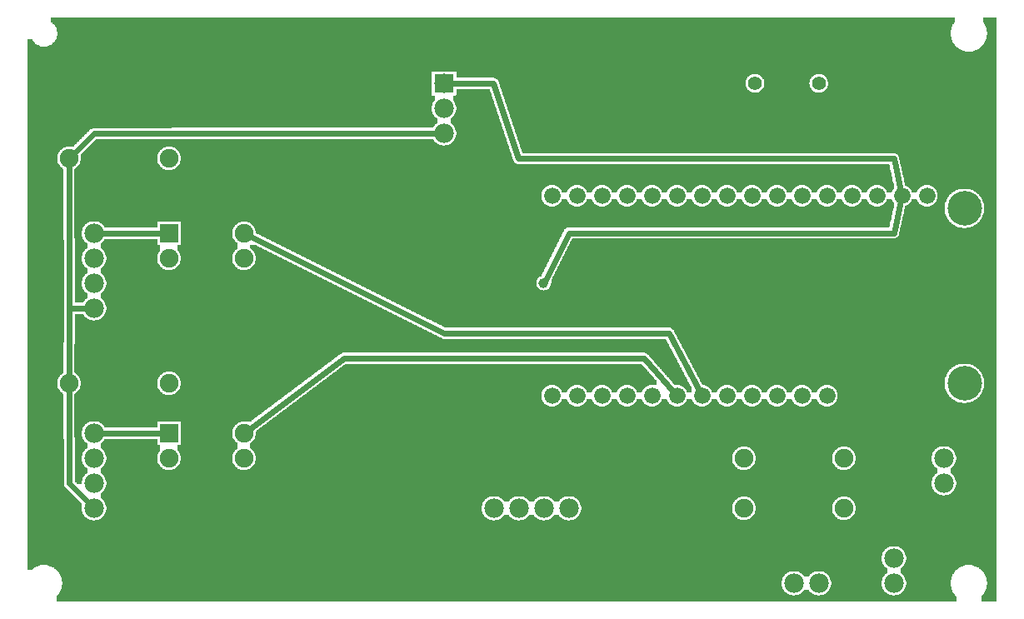
<source format=gtl>
G04 MADE WITH FRITZING*
G04 WWW.FRITZING.ORG*
G04 DOUBLE SIDED*
G04 HOLES PLATED*
G04 CONTOUR ON CENTER OF CONTOUR VECTOR*
%ASAXBY*%
%FSLAX23Y23*%
%MOIN*%
%OFA0B0*%
%SFA1.0B1.0*%
%ADD10C,0.075000*%
%ADD11C,0.039370*%
%ADD12C,0.078000*%
%ADD13C,0.066000*%
%ADD14C,0.138425*%
%ADD15C,0.055433*%
%ADD16R,0.078000X0.078000*%
%ADD17R,0.075000X0.075000*%
%ADD18C,0.024000*%
%LNCOPPER1*%
G90*
G70*
G54D10*
X234Y2322D03*
G54D11*
X2105Y1314D03*
G54D12*
X1707Y2113D03*
X1707Y2013D03*
X1707Y1913D03*
G54D10*
X607Y713D03*
X907Y713D03*
X607Y613D03*
X907Y613D03*
X607Y1513D03*
X907Y1513D03*
X607Y1413D03*
X907Y1413D03*
X207Y913D03*
X607Y913D03*
X207Y1813D03*
X607Y1813D03*
G54D13*
X2139Y863D03*
G54D14*
X3789Y913D03*
X3789Y1613D03*
G54D13*
X2339Y863D03*
X2539Y863D03*
X2239Y863D03*
X2739Y863D03*
X2439Y863D03*
X2939Y863D03*
X2639Y863D03*
X3139Y863D03*
X2839Y863D03*
X3639Y1663D03*
X3039Y863D03*
X3439Y1663D03*
X3239Y863D03*
X3239Y1663D03*
X3539Y1663D03*
X3039Y1663D03*
X3339Y1663D03*
X2839Y1663D03*
X3139Y1663D03*
X2639Y1663D03*
X2939Y1663D03*
X2439Y1663D03*
X2739Y1663D03*
X2239Y1663D03*
X2539Y1663D03*
X2339Y1663D03*
X2139Y1663D03*
G54D12*
X307Y413D03*
X307Y513D03*
X307Y613D03*
X307Y713D03*
X2207Y413D03*
X2107Y413D03*
X2007Y413D03*
X1907Y413D03*
X307Y1213D03*
X307Y1313D03*
X307Y1413D03*
X307Y1513D03*
X3107Y113D03*
X3107Y113D03*
X3207Y113D03*
X3707Y613D03*
X3707Y513D03*
X3507Y213D03*
X3507Y113D03*
G54D15*
X3207Y2113D03*
X2951Y2113D03*
X3207Y2113D03*
X2951Y2113D03*
G54D10*
X2907Y613D03*
X3307Y613D03*
X2907Y413D03*
X3307Y413D03*
G54D16*
X1707Y2113D03*
G54D17*
X607Y713D03*
X607Y1513D03*
G54D18*
X207Y1213D02*
X207Y1795D01*
D02*
X1688Y1913D02*
X308Y1912D01*
D02*
X308Y1912D02*
X219Y1825D01*
D02*
X293Y426D02*
X207Y512D01*
D02*
X207Y512D02*
X207Y895D01*
D02*
X207Y930D02*
X207Y1213D01*
D02*
X207Y1213D02*
X288Y1213D01*
D02*
X288Y1213D02*
X207Y1213D01*
D02*
X1708Y1113D02*
X922Y1505D01*
D02*
X2607Y1113D02*
X1708Y1113D01*
D02*
X2729Y880D02*
X2607Y1113D01*
D02*
X326Y713D02*
X589Y713D01*
D02*
X589Y1513D02*
X326Y1513D01*
D02*
X2109Y1321D02*
X2206Y1514D01*
D02*
X3506Y1514D02*
X3534Y1644D01*
D02*
X2206Y1514D02*
X3506Y1514D01*
D02*
X1905Y2112D02*
X2005Y1812D01*
D02*
X2005Y1812D02*
X3506Y1812D01*
D02*
X3506Y1812D02*
X3534Y1682D01*
D02*
X1726Y2113D02*
X1905Y2112D01*
D02*
X2506Y1013D02*
X1307Y1013D01*
D02*
X1307Y1013D02*
X921Y723D01*
D02*
X2626Y878D02*
X2506Y1013D01*
G36*
X134Y2377D02*
X134Y2357D01*
X138Y2357D01*
X138Y2355D01*
X140Y2355D01*
X140Y2353D01*
X142Y2353D01*
X142Y2351D01*
X144Y2351D01*
X144Y2349D01*
X146Y2349D01*
X146Y2347D01*
X148Y2347D01*
X148Y2345D01*
X150Y2345D01*
X150Y2341D01*
X152Y2341D01*
X152Y2339D01*
X154Y2339D01*
X154Y2335D01*
X156Y2335D01*
X156Y2329D01*
X158Y2329D01*
X158Y2321D01*
X160Y2321D01*
X160Y2303D01*
X158Y2303D01*
X158Y2297D01*
X156Y2297D01*
X156Y2291D01*
X154Y2291D01*
X154Y2287D01*
X152Y2287D01*
X152Y2283D01*
X150Y2283D01*
X150Y2281D01*
X148Y2281D01*
X148Y2279D01*
X146Y2279D01*
X146Y2275D01*
X142Y2275D01*
X142Y2273D01*
X140Y2273D01*
X140Y2271D01*
X138Y2271D01*
X138Y2269D01*
X136Y2269D01*
X136Y2267D01*
X132Y2267D01*
X132Y2265D01*
X128Y2265D01*
X128Y2263D01*
X122Y2263D01*
X122Y2261D01*
X114Y2261D01*
X114Y2259D01*
X3756Y2259D01*
X3756Y2261D01*
X3754Y2261D01*
X3754Y2263D01*
X3752Y2263D01*
X3752Y2265D01*
X3750Y2265D01*
X3750Y2269D01*
X3748Y2269D01*
X3748Y2271D01*
X3746Y2271D01*
X3746Y2273D01*
X3744Y2273D01*
X3744Y2277D01*
X3742Y2277D01*
X3742Y2281D01*
X3740Y2281D01*
X3740Y2285D01*
X3738Y2285D01*
X3738Y2291D01*
X3736Y2291D01*
X3736Y2299D01*
X3734Y2299D01*
X3734Y2327D01*
X3736Y2327D01*
X3736Y2335D01*
X3738Y2335D01*
X3738Y2339D01*
X3740Y2339D01*
X3740Y2345D01*
X3742Y2345D01*
X3742Y2349D01*
X3744Y2349D01*
X3744Y2351D01*
X3746Y2351D01*
X3746Y2355D01*
X3748Y2355D01*
X3748Y2357D01*
X3750Y2357D01*
X3750Y2377D01*
X134Y2377D01*
G37*
D02*
G36*
X3864Y2377D02*
X3864Y2357D01*
X3866Y2357D01*
X3866Y2353D01*
X3868Y2353D01*
X3868Y2351D01*
X3870Y2351D01*
X3870Y2347D01*
X3872Y2347D01*
X3872Y2343D01*
X3874Y2343D01*
X3874Y2337D01*
X3876Y2337D01*
X3876Y2331D01*
X3878Y2331D01*
X3878Y2321D01*
X3880Y2321D01*
X3880Y2305D01*
X3878Y2305D01*
X3878Y2295D01*
X3876Y2295D01*
X3876Y2289D01*
X3874Y2289D01*
X3874Y2283D01*
X3872Y2283D01*
X3872Y2279D01*
X3870Y2279D01*
X3870Y2275D01*
X3868Y2275D01*
X3868Y2273D01*
X3866Y2273D01*
X3866Y2269D01*
X3864Y2269D01*
X3864Y2267D01*
X3862Y2267D01*
X3862Y2265D01*
X3860Y2265D01*
X3860Y2263D01*
X3858Y2263D01*
X3858Y2261D01*
X3856Y2261D01*
X3856Y2259D01*
X3854Y2259D01*
X3854Y2257D01*
X3852Y2257D01*
X3852Y2255D01*
X3850Y2255D01*
X3850Y2253D01*
X3846Y2253D01*
X3846Y2251D01*
X3844Y2251D01*
X3844Y2249D01*
X3840Y2249D01*
X3840Y2247D01*
X3836Y2247D01*
X3836Y2245D01*
X3830Y2245D01*
X3830Y2243D01*
X3824Y2243D01*
X3824Y2241D01*
X3812Y2241D01*
X3812Y2239D01*
X3918Y2239D01*
X3918Y2377D01*
X3864Y2377D01*
G37*
D02*
G36*
X40Y2289D02*
X40Y2259D01*
X100Y2259D01*
X100Y2261D01*
X90Y2261D01*
X90Y2263D01*
X86Y2263D01*
X86Y2265D01*
X82Y2265D01*
X82Y2267D01*
X78Y2267D01*
X78Y2269D01*
X76Y2269D01*
X76Y2271D01*
X72Y2271D01*
X72Y2273D01*
X70Y2273D01*
X70Y2275D01*
X68Y2275D01*
X68Y2277D01*
X66Y2277D01*
X66Y2279D01*
X64Y2279D01*
X64Y2283D01*
X62Y2283D01*
X62Y2285D01*
X60Y2285D01*
X60Y2289D01*
X40Y2289D01*
G37*
D02*
G36*
X40Y2259D02*
X40Y2257D01*
X3758Y2257D01*
X3758Y2259D01*
X40Y2259D01*
G37*
D02*
G36*
X40Y2259D02*
X40Y2257D01*
X3758Y2257D01*
X3758Y2259D01*
X40Y2259D01*
G37*
D02*
G36*
X40Y2257D02*
X40Y2239D01*
X3802Y2239D01*
X3802Y2241D01*
X3790Y2241D01*
X3790Y2243D01*
X3782Y2243D01*
X3782Y2245D01*
X3778Y2245D01*
X3778Y2247D01*
X3774Y2247D01*
X3774Y2249D01*
X3770Y2249D01*
X3770Y2251D01*
X3766Y2251D01*
X3766Y2253D01*
X3764Y2253D01*
X3764Y2255D01*
X3760Y2255D01*
X3760Y2257D01*
X40Y2257D01*
G37*
D02*
G36*
X40Y2239D02*
X40Y2237D01*
X3918Y2237D01*
X3918Y2239D01*
X40Y2239D01*
G37*
D02*
G36*
X40Y2239D02*
X40Y2237D01*
X3918Y2237D01*
X3918Y2239D01*
X40Y2239D01*
G37*
D02*
G36*
X40Y2237D02*
X40Y2161D01*
X1756Y2161D01*
X1756Y2151D01*
X3210Y2151D01*
X3210Y2149D01*
X3220Y2149D01*
X3220Y2147D01*
X3224Y2147D01*
X3224Y2145D01*
X3228Y2145D01*
X3228Y2143D01*
X3230Y2143D01*
X3230Y2141D01*
X3232Y2141D01*
X3232Y2139D01*
X3234Y2139D01*
X3234Y2137D01*
X3236Y2137D01*
X3236Y2135D01*
X3238Y2135D01*
X3238Y2131D01*
X3240Y2131D01*
X3240Y2127D01*
X3242Y2127D01*
X3242Y2121D01*
X3244Y2121D01*
X3244Y2103D01*
X3242Y2103D01*
X3242Y2097D01*
X3240Y2097D01*
X3240Y2093D01*
X3238Y2093D01*
X3238Y2091D01*
X3236Y2091D01*
X3236Y2089D01*
X3234Y2089D01*
X3234Y2085D01*
X3230Y2085D01*
X3230Y2083D01*
X3228Y2083D01*
X3228Y2081D01*
X3224Y2081D01*
X3224Y2079D01*
X3222Y2079D01*
X3222Y2077D01*
X3214Y2077D01*
X3214Y2075D01*
X3918Y2075D01*
X3918Y2237D01*
X40Y2237D01*
G37*
D02*
G36*
X40Y2161D02*
X40Y363D01*
X302Y363D01*
X302Y365D01*
X292Y365D01*
X292Y367D01*
X286Y367D01*
X286Y369D01*
X284Y369D01*
X284Y371D01*
X280Y371D01*
X280Y373D01*
X276Y373D01*
X276Y375D01*
X274Y375D01*
X274Y377D01*
X272Y377D01*
X272Y379D01*
X270Y379D01*
X270Y381D01*
X268Y381D01*
X268Y385D01*
X266Y385D01*
X266Y387D01*
X264Y387D01*
X264Y391D01*
X262Y391D01*
X262Y395D01*
X260Y395D01*
X260Y401D01*
X258Y401D01*
X258Y431D01*
X256Y431D01*
X256Y433D01*
X254Y433D01*
X254Y435D01*
X252Y435D01*
X252Y437D01*
X250Y437D01*
X250Y439D01*
X248Y439D01*
X248Y441D01*
X246Y441D01*
X246Y443D01*
X244Y443D01*
X244Y445D01*
X242Y445D01*
X242Y447D01*
X240Y447D01*
X240Y449D01*
X238Y449D01*
X238Y451D01*
X236Y451D01*
X236Y453D01*
X234Y453D01*
X234Y455D01*
X232Y455D01*
X232Y457D01*
X230Y457D01*
X230Y459D01*
X228Y459D01*
X228Y461D01*
X226Y461D01*
X226Y463D01*
X224Y463D01*
X224Y465D01*
X222Y465D01*
X222Y467D01*
X220Y467D01*
X220Y469D01*
X218Y469D01*
X218Y471D01*
X216Y471D01*
X216Y473D01*
X214Y473D01*
X214Y475D01*
X212Y475D01*
X212Y477D01*
X210Y477D01*
X210Y479D01*
X208Y479D01*
X208Y481D01*
X206Y481D01*
X206Y483D01*
X204Y483D01*
X204Y485D01*
X202Y485D01*
X202Y487D01*
X200Y487D01*
X200Y489D01*
X198Y489D01*
X198Y491D01*
X196Y491D01*
X196Y493D01*
X194Y493D01*
X194Y495D01*
X192Y495D01*
X192Y497D01*
X190Y497D01*
X190Y499D01*
X188Y499D01*
X188Y503D01*
X186Y503D01*
X186Y691D01*
X184Y691D01*
X184Y871D01*
X182Y871D01*
X182Y873D01*
X180Y873D01*
X180Y875D01*
X176Y875D01*
X176Y877D01*
X174Y877D01*
X174Y879D01*
X172Y879D01*
X172Y881D01*
X170Y881D01*
X170Y885D01*
X168Y885D01*
X168Y887D01*
X166Y887D01*
X166Y891D01*
X164Y891D01*
X164Y893D01*
X162Y893D01*
X162Y901D01*
X160Y901D01*
X160Y925D01*
X162Y925D01*
X162Y931D01*
X164Y931D01*
X164Y935D01*
X166Y935D01*
X166Y939D01*
X168Y939D01*
X168Y941D01*
X170Y941D01*
X170Y943D01*
X172Y943D01*
X172Y947D01*
X176Y947D01*
X176Y949D01*
X178Y949D01*
X178Y951D01*
X180Y951D01*
X180Y953D01*
X184Y953D01*
X184Y1075D01*
X186Y1075D01*
X186Y1485D01*
X184Y1485D01*
X184Y1771D01*
X182Y1771D01*
X182Y1773D01*
X180Y1773D01*
X180Y1775D01*
X176Y1775D01*
X176Y1777D01*
X174Y1777D01*
X174Y1779D01*
X172Y1779D01*
X172Y1781D01*
X170Y1781D01*
X170Y1785D01*
X168Y1785D01*
X168Y1787D01*
X166Y1787D01*
X166Y1791D01*
X164Y1791D01*
X164Y1793D01*
X162Y1793D01*
X162Y1801D01*
X160Y1801D01*
X160Y1825D01*
X162Y1825D01*
X162Y1831D01*
X164Y1831D01*
X164Y1835D01*
X166Y1835D01*
X166Y1839D01*
X168Y1839D01*
X168Y1841D01*
X170Y1841D01*
X170Y1843D01*
X172Y1843D01*
X172Y1847D01*
X176Y1847D01*
X176Y1849D01*
X178Y1849D01*
X178Y1851D01*
X180Y1851D01*
X180Y1853D01*
X184Y1853D01*
X184Y1855D01*
X188Y1855D01*
X188Y1857D01*
X194Y1857D01*
X194Y1859D01*
X202Y1859D01*
X202Y1861D01*
X226Y1861D01*
X226Y1863D01*
X228Y1863D01*
X228Y1865D01*
X230Y1865D01*
X230Y1867D01*
X232Y1867D01*
X232Y1869D01*
X234Y1869D01*
X234Y1871D01*
X236Y1871D01*
X236Y1873D01*
X238Y1873D01*
X238Y1875D01*
X240Y1875D01*
X240Y1877D01*
X242Y1877D01*
X242Y1879D01*
X244Y1879D01*
X244Y1881D01*
X246Y1881D01*
X246Y1883D01*
X248Y1883D01*
X248Y1885D01*
X250Y1885D01*
X250Y1887D01*
X252Y1887D01*
X252Y1889D01*
X254Y1889D01*
X254Y1891D01*
X256Y1891D01*
X256Y1893D01*
X258Y1893D01*
X258Y1895D01*
X260Y1895D01*
X260Y1897D01*
X262Y1897D01*
X262Y1899D01*
X264Y1899D01*
X264Y1901D01*
X266Y1901D01*
X266Y1903D01*
X268Y1903D01*
X268Y1905D01*
X270Y1905D01*
X270Y1907D01*
X272Y1907D01*
X272Y1909D01*
X274Y1909D01*
X274Y1911D01*
X276Y1911D01*
X276Y1913D01*
X278Y1913D01*
X278Y1915D01*
X280Y1915D01*
X280Y1917D01*
X282Y1917D01*
X282Y1919D01*
X284Y1919D01*
X284Y1921D01*
X286Y1921D01*
X286Y1923D01*
X288Y1923D01*
X288Y1925D01*
X290Y1925D01*
X290Y1927D01*
X292Y1927D01*
X292Y1929D01*
X296Y1929D01*
X296Y1931D01*
X300Y1931D01*
X300Y1933D01*
X618Y1933D01*
X618Y1935D01*
X1664Y1935D01*
X1664Y1939D01*
X1666Y1939D01*
X1666Y1941D01*
X1668Y1941D01*
X1668Y1943D01*
X1670Y1943D01*
X1670Y1947D01*
X1672Y1947D01*
X1672Y1949D01*
X1676Y1949D01*
X1676Y1951D01*
X1678Y1951D01*
X1678Y1953D01*
X1680Y1953D01*
X1680Y1973D01*
X1676Y1973D01*
X1676Y1975D01*
X1674Y1975D01*
X1674Y1977D01*
X1672Y1977D01*
X1672Y1979D01*
X1670Y1979D01*
X1670Y1981D01*
X1668Y1981D01*
X1668Y1985D01*
X1666Y1985D01*
X1666Y1987D01*
X1664Y1987D01*
X1664Y1991D01*
X1662Y1991D01*
X1662Y1995D01*
X1660Y1995D01*
X1660Y2001D01*
X1658Y2001D01*
X1658Y2023D01*
X1660Y2023D01*
X1660Y2031D01*
X1662Y2031D01*
X1662Y2035D01*
X1664Y2035D01*
X1664Y2039D01*
X1666Y2039D01*
X1666Y2041D01*
X1668Y2041D01*
X1668Y2043D01*
X1670Y2043D01*
X1670Y2063D01*
X1658Y2063D01*
X1658Y2161D01*
X40Y2161D01*
G37*
D02*
G36*
X1756Y2151D02*
X1756Y2135D01*
X1908Y2135D01*
X1908Y2133D01*
X1914Y2133D01*
X1914Y2131D01*
X1918Y2131D01*
X1918Y2129D01*
X1920Y2129D01*
X1920Y2127D01*
X1922Y2127D01*
X1922Y2125D01*
X1924Y2125D01*
X1924Y2121D01*
X1926Y2121D01*
X1926Y2115D01*
X1928Y2115D01*
X1928Y2109D01*
X1930Y2109D01*
X1930Y2103D01*
X1932Y2103D01*
X1932Y2097D01*
X1934Y2097D01*
X1934Y2091D01*
X1936Y2091D01*
X1936Y2085D01*
X1938Y2085D01*
X1938Y2079D01*
X1940Y2079D01*
X1940Y2075D01*
X2942Y2075D01*
X2942Y2077D01*
X2936Y2077D01*
X2936Y2079D01*
X2932Y2079D01*
X2932Y2081D01*
X2930Y2081D01*
X2930Y2083D01*
X2926Y2083D01*
X2926Y2085D01*
X2924Y2085D01*
X2924Y2087D01*
X2922Y2087D01*
X2922Y2089D01*
X2920Y2089D01*
X2920Y2093D01*
X2918Y2093D01*
X2918Y2097D01*
X2916Y2097D01*
X2916Y2101D01*
X2914Y2101D01*
X2914Y2125D01*
X2916Y2125D01*
X2916Y2129D01*
X2918Y2129D01*
X2918Y2133D01*
X2920Y2133D01*
X2920Y2135D01*
X2922Y2135D01*
X2922Y2139D01*
X2924Y2139D01*
X2924Y2141D01*
X2928Y2141D01*
X2928Y2143D01*
X2930Y2143D01*
X2930Y2145D01*
X2934Y2145D01*
X2934Y2147D01*
X2938Y2147D01*
X2938Y2149D01*
X2946Y2149D01*
X2946Y2151D01*
X1756Y2151D01*
G37*
D02*
G36*
X2954Y2151D02*
X2954Y2149D01*
X2964Y2149D01*
X2964Y2147D01*
X2968Y2147D01*
X2968Y2145D01*
X2972Y2145D01*
X2972Y2143D01*
X2974Y2143D01*
X2974Y2141D01*
X2976Y2141D01*
X2976Y2139D01*
X2978Y2139D01*
X2978Y2137D01*
X2980Y2137D01*
X2980Y2135D01*
X2982Y2135D01*
X2982Y2131D01*
X2984Y2131D01*
X2984Y2129D01*
X2986Y2129D01*
X2986Y2123D01*
X2988Y2123D01*
X2988Y2103D01*
X2986Y2103D01*
X2986Y2097D01*
X2984Y2097D01*
X2984Y2093D01*
X2982Y2093D01*
X2982Y2091D01*
X2980Y2091D01*
X2980Y2089D01*
X2978Y2089D01*
X2978Y2085D01*
X2974Y2085D01*
X2974Y2083D01*
X2972Y2083D01*
X2972Y2081D01*
X2968Y2081D01*
X2968Y2079D01*
X2966Y2079D01*
X2966Y2077D01*
X2958Y2077D01*
X2958Y2075D01*
X3198Y2075D01*
X3198Y2077D01*
X3192Y2077D01*
X3192Y2079D01*
X3188Y2079D01*
X3188Y2081D01*
X3184Y2081D01*
X3184Y2083D01*
X3182Y2083D01*
X3182Y2085D01*
X3180Y2085D01*
X3180Y2087D01*
X3178Y2087D01*
X3178Y2089D01*
X3176Y2089D01*
X3176Y2093D01*
X3174Y2093D01*
X3174Y2095D01*
X3172Y2095D01*
X3172Y2101D01*
X3170Y2101D01*
X3170Y2111D01*
X3168Y2111D01*
X3168Y2115D01*
X3170Y2115D01*
X3170Y2125D01*
X3172Y2125D01*
X3172Y2129D01*
X3174Y2129D01*
X3174Y2133D01*
X3176Y2133D01*
X3176Y2135D01*
X3178Y2135D01*
X3178Y2139D01*
X3180Y2139D01*
X3180Y2141D01*
X3184Y2141D01*
X3184Y2143D01*
X3186Y2143D01*
X3186Y2145D01*
X3190Y2145D01*
X3190Y2147D01*
X3194Y2147D01*
X3194Y2149D01*
X3202Y2149D01*
X3202Y2151D01*
X2954Y2151D01*
G37*
D02*
G36*
X1756Y2091D02*
X1756Y2065D01*
X1754Y2065D01*
X1754Y2063D01*
X1744Y2063D01*
X1744Y2043D01*
X1746Y2043D01*
X1746Y2041D01*
X1748Y2041D01*
X1748Y2037D01*
X1750Y2037D01*
X1750Y2033D01*
X1752Y2033D01*
X1752Y2027D01*
X1754Y2027D01*
X1754Y2019D01*
X1756Y2019D01*
X1756Y2007D01*
X1754Y2007D01*
X1754Y1997D01*
X1752Y1997D01*
X1752Y1993D01*
X1750Y1993D01*
X1750Y1989D01*
X1748Y1989D01*
X1748Y1985D01*
X1746Y1985D01*
X1746Y1983D01*
X1744Y1983D01*
X1744Y1981D01*
X1742Y1981D01*
X1742Y1977D01*
X1738Y1977D01*
X1738Y1975D01*
X1736Y1975D01*
X1736Y1973D01*
X1734Y1973D01*
X1734Y1953D01*
X1736Y1953D01*
X1736Y1951D01*
X1738Y1951D01*
X1738Y1949D01*
X1740Y1949D01*
X1740Y1947D01*
X1742Y1947D01*
X1742Y1945D01*
X1744Y1945D01*
X1744Y1943D01*
X1746Y1943D01*
X1746Y1941D01*
X1748Y1941D01*
X1748Y1937D01*
X1750Y1937D01*
X1750Y1933D01*
X1752Y1933D01*
X1752Y1927D01*
X1754Y1927D01*
X1754Y1919D01*
X1756Y1919D01*
X1756Y1907D01*
X1754Y1907D01*
X1754Y1897D01*
X1752Y1897D01*
X1752Y1893D01*
X1750Y1893D01*
X1750Y1889D01*
X1748Y1889D01*
X1748Y1885D01*
X1746Y1885D01*
X1746Y1883D01*
X1744Y1883D01*
X1744Y1881D01*
X1742Y1881D01*
X1742Y1877D01*
X1738Y1877D01*
X1738Y1875D01*
X1736Y1875D01*
X1736Y1873D01*
X1734Y1873D01*
X1734Y1871D01*
X1730Y1871D01*
X1730Y1869D01*
X1726Y1869D01*
X1726Y1867D01*
X1720Y1867D01*
X1720Y1865D01*
X1710Y1865D01*
X1710Y1863D01*
X1964Y1863D01*
X1964Y1869D01*
X1962Y1869D01*
X1962Y1875D01*
X1960Y1875D01*
X1960Y1881D01*
X1958Y1881D01*
X1958Y1887D01*
X1956Y1887D01*
X1956Y1893D01*
X1954Y1893D01*
X1954Y1899D01*
X1952Y1899D01*
X1952Y1905D01*
X1950Y1905D01*
X1950Y1911D01*
X1948Y1911D01*
X1948Y1917D01*
X1946Y1917D01*
X1946Y1923D01*
X1944Y1923D01*
X1944Y1929D01*
X1942Y1929D01*
X1942Y1935D01*
X1940Y1935D01*
X1940Y1941D01*
X1938Y1941D01*
X1938Y1947D01*
X1936Y1947D01*
X1936Y1953D01*
X1934Y1953D01*
X1934Y1959D01*
X1932Y1959D01*
X1932Y1965D01*
X1930Y1965D01*
X1930Y1971D01*
X1928Y1971D01*
X1928Y1977D01*
X1926Y1977D01*
X1926Y1983D01*
X1924Y1983D01*
X1924Y1989D01*
X1922Y1989D01*
X1922Y1995D01*
X1920Y1995D01*
X1920Y2001D01*
X1918Y2001D01*
X1918Y2007D01*
X1916Y2007D01*
X1916Y2013D01*
X1914Y2013D01*
X1914Y2019D01*
X1912Y2019D01*
X1912Y2025D01*
X1910Y2025D01*
X1910Y2031D01*
X1908Y2031D01*
X1908Y2037D01*
X1906Y2037D01*
X1906Y2043D01*
X1904Y2043D01*
X1904Y2049D01*
X1902Y2049D01*
X1902Y2055D01*
X1900Y2055D01*
X1900Y2061D01*
X1898Y2061D01*
X1898Y2067D01*
X1896Y2067D01*
X1896Y2073D01*
X1894Y2073D01*
X1894Y2079D01*
X1892Y2079D01*
X1892Y2085D01*
X1890Y2085D01*
X1890Y2091D01*
X1756Y2091D01*
G37*
D02*
G36*
X1940Y2075D02*
X1940Y2073D01*
X3918Y2073D01*
X3918Y2075D01*
X1940Y2075D01*
G37*
D02*
G36*
X1940Y2075D02*
X1940Y2073D01*
X3918Y2073D01*
X3918Y2075D01*
X1940Y2075D01*
G37*
D02*
G36*
X1940Y2075D02*
X1940Y2073D01*
X3918Y2073D01*
X3918Y2075D01*
X1940Y2075D01*
G37*
D02*
G36*
X1942Y2073D02*
X1942Y2067D01*
X1944Y2067D01*
X1944Y2061D01*
X1946Y2061D01*
X1946Y2055D01*
X1948Y2055D01*
X1948Y2049D01*
X1950Y2049D01*
X1950Y2043D01*
X1952Y2043D01*
X1952Y2037D01*
X1954Y2037D01*
X1954Y2031D01*
X1956Y2031D01*
X1956Y2025D01*
X1958Y2025D01*
X1958Y2019D01*
X1960Y2019D01*
X1960Y2013D01*
X1962Y2013D01*
X1962Y2007D01*
X1964Y2007D01*
X1964Y2001D01*
X1966Y2001D01*
X1966Y1995D01*
X1968Y1995D01*
X1968Y1989D01*
X1970Y1989D01*
X1970Y1983D01*
X1972Y1983D01*
X1972Y1977D01*
X1974Y1977D01*
X1974Y1971D01*
X1976Y1971D01*
X1976Y1965D01*
X1978Y1965D01*
X1978Y1959D01*
X1980Y1959D01*
X1980Y1953D01*
X1982Y1953D01*
X1982Y1947D01*
X1984Y1947D01*
X1984Y1941D01*
X1986Y1941D01*
X1986Y1935D01*
X1988Y1935D01*
X1988Y1929D01*
X1990Y1929D01*
X1990Y1923D01*
X1992Y1923D01*
X1992Y1917D01*
X1994Y1917D01*
X1994Y1911D01*
X1996Y1911D01*
X1996Y1905D01*
X1998Y1905D01*
X1998Y1899D01*
X2000Y1899D01*
X2000Y1893D01*
X2002Y1893D01*
X2002Y1887D01*
X2004Y1887D01*
X2004Y1881D01*
X2006Y1881D01*
X2006Y1875D01*
X2008Y1875D01*
X2008Y1869D01*
X2010Y1869D01*
X2010Y1863D01*
X2012Y1863D01*
X2012Y1857D01*
X2014Y1857D01*
X2014Y1851D01*
X2016Y1851D01*
X2016Y1845D01*
X2018Y1845D01*
X2018Y1839D01*
X2020Y1839D01*
X2020Y1833D01*
X3514Y1833D01*
X3514Y1831D01*
X3518Y1831D01*
X3518Y1829D01*
X3520Y1829D01*
X3520Y1827D01*
X3522Y1827D01*
X3522Y1825D01*
X3524Y1825D01*
X3524Y1821D01*
X3526Y1821D01*
X3526Y1817D01*
X3528Y1817D01*
X3528Y1807D01*
X3530Y1807D01*
X3530Y1799D01*
X3532Y1799D01*
X3532Y1789D01*
X3534Y1789D01*
X3534Y1781D01*
X3536Y1781D01*
X3536Y1771D01*
X3538Y1771D01*
X3538Y1763D01*
X3540Y1763D01*
X3540Y1753D01*
X3542Y1753D01*
X3542Y1745D01*
X3544Y1745D01*
X3544Y1735D01*
X3546Y1735D01*
X3546Y1727D01*
X3548Y1727D01*
X3548Y1717D01*
X3550Y1717D01*
X3550Y1709D01*
X3552Y1709D01*
X3552Y1705D01*
X3650Y1705D01*
X3650Y1703D01*
X3656Y1703D01*
X3656Y1701D01*
X3660Y1701D01*
X3660Y1699D01*
X3664Y1699D01*
X3664Y1697D01*
X3666Y1697D01*
X3666Y1695D01*
X3668Y1695D01*
X3668Y1693D01*
X3670Y1693D01*
X3670Y1691D01*
X3806Y1691D01*
X3806Y1689D01*
X3814Y1689D01*
X3814Y1687D01*
X3818Y1687D01*
X3818Y1685D01*
X3824Y1685D01*
X3824Y1683D01*
X3826Y1683D01*
X3826Y1681D01*
X3830Y1681D01*
X3830Y1679D01*
X3834Y1679D01*
X3834Y1677D01*
X3836Y1677D01*
X3836Y1675D01*
X3838Y1675D01*
X3838Y1673D01*
X3842Y1673D01*
X3842Y1671D01*
X3844Y1671D01*
X3844Y1669D01*
X3846Y1669D01*
X3846Y1667D01*
X3848Y1667D01*
X3848Y1663D01*
X3850Y1663D01*
X3850Y1661D01*
X3852Y1661D01*
X3852Y1659D01*
X3854Y1659D01*
X3854Y1655D01*
X3856Y1655D01*
X3856Y1653D01*
X3858Y1653D01*
X3858Y1649D01*
X3860Y1649D01*
X3860Y1645D01*
X3862Y1645D01*
X3862Y1639D01*
X3864Y1639D01*
X3864Y1633D01*
X3866Y1633D01*
X3866Y1623D01*
X3868Y1623D01*
X3868Y1603D01*
X3866Y1603D01*
X3866Y1593D01*
X3864Y1593D01*
X3864Y1585D01*
X3862Y1585D01*
X3862Y1581D01*
X3860Y1581D01*
X3860Y1577D01*
X3858Y1577D01*
X3858Y1573D01*
X3856Y1573D01*
X3856Y1569D01*
X3854Y1569D01*
X3854Y1567D01*
X3852Y1567D01*
X3852Y1565D01*
X3850Y1565D01*
X3850Y1561D01*
X3848Y1561D01*
X3848Y1559D01*
X3846Y1559D01*
X3846Y1557D01*
X3844Y1557D01*
X3844Y1555D01*
X3842Y1555D01*
X3842Y1553D01*
X3840Y1553D01*
X3840Y1551D01*
X3836Y1551D01*
X3836Y1549D01*
X3834Y1549D01*
X3834Y1547D01*
X3832Y1547D01*
X3832Y1545D01*
X3828Y1545D01*
X3828Y1543D01*
X3824Y1543D01*
X3824Y1541D01*
X3820Y1541D01*
X3820Y1539D01*
X3814Y1539D01*
X3814Y1537D01*
X3808Y1537D01*
X3808Y1535D01*
X3796Y1535D01*
X3796Y1533D01*
X3918Y1533D01*
X3918Y2073D01*
X1942Y2073D01*
G37*
D02*
G36*
X630Y1891D02*
X630Y1889D01*
X314Y1889D01*
X314Y1887D01*
X312Y1887D01*
X312Y1885D01*
X310Y1885D01*
X310Y1883D01*
X308Y1883D01*
X308Y1881D01*
X306Y1881D01*
X306Y1879D01*
X304Y1879D01*
X304Y1877D01*
X302Y1877D01*
X302Y1875D01*
X300Y1875D01*
X300Y1873D01*
X298Y1873D01*
X298Y1871D01*
X296Y1871D01*
X296Y1869D01*
X294Y1869D01*
X294Y1867D01*
X292Y1867D01*
X292Y1865D01*
X290Y1865D01*
X290Y1863D01*
X1702Y1863D01*
X1702Y1865D01*
X1692Y1865D01*
X1692Y1867D01*
X1686Y1867D01*
X1686Y1869D01*
X1684Y1869D01*
X1684Y1871D01*
X1680Y1871D01*
X1680Y1873D01*
X1676Y1873D01*
X1676Y1875D01*
X1674Y1875D01*
X1674Y1877D01*
X1672Y1877D01*
X1672Y1879D01*
X1670Y1879D01*
X1670Y1881D01*
X1668Y1881D01*
X1668Y1885D01*
X1666Y1885D01*
X1666Y1887D01*
X1664Y1887D01*
X1664Y1891D01*
X630Y1891D01*
G37*
D02*
G36*
X288Y1863D02*
X288Y1861D01*
X1966Y1861D01*
X1966Y1863D01*
X288Y1863D01*
G37*
D02*
G36*
X288Y1863D02*
X288Y1861D01*
X1966Y1861D01*
X1966Y1863D01*
X288Y1863D01*
G37*
D02*
G36*
X286Y1861D02*
X286Y1859D01*
X284Y1859D01*
X284Y1857D01*
X282Y1857D01*
X282Y1855D01*
X280Y1855D01*
X280Y1853D01*
X278Y1853D01*
X278Y1851D01*
X276Y1851D01*
X276Y1849D01*
X274Y1849D01*
X274Y1847D01*
X272Y1847D01*
X272Y1845D01*
X270Y1845D01*
X270Y1843D01*
X268Y1843D01*
X268Y1841D01*
X266Y1841D01*
X266Y1839D01*
X264Y1839D01*
X264Y1837D01*
X262Y1837D01*
X262Y1835D01*
X260Y1835D01*
X260Y1833D01*
X258Y1833D01*
X258Y1831D01*
X256Y1831D01*
X256Y1829D01*
X254Y1829D01*
X254Y1803D01*
X252Y1803D01*
X252Y1797D01*
X250Y1797D01*
X250Y1791D01*
X248Y1791D01*
X248Y1789D01*
X246Y1789D01*
X246Y1785D01*
X244Y1785D01*
X244Y1783D01*
X242Y1783D01*
X242Y1781D01*
X240Y1781D01*
X240Y1779D01*
X238Y1779D01*
X238Y1777D01*
X236Y1777D01*
X236Y1775D01*
X234Y1775D01*
X234Y1773D01*
X230Y1773D01*
X230Y1771D01*
X228Y1771D01*
X228Y1765D01*
X598Y1765D01*
X598Y1767D01*
X592Y1767D01*
X592Y1769D01*
X586Y1769D01*
X586Y1771D01*
X582Y1771D01*
X582Y1773D01*
X580Y1773D01*
X580Y1775D01*
X576Y1775D01*
X576Y1777D01*
X574Y1777D01*
X574Y1779D01*
X572Y1779D01*
X572Y1781D01*
X570Y1781D01*
X570Y1785D01*
X568Y1785D01*
X568Y1787D01*
X566Y1787D01*
X566Y1791D01*
X564Y1791D01*
X564Y1793D01*
X562Y1793D01*
X562Y1801D01*
X560Y1801D01*
X560Y1825D01*
X562Y1825D01*
X562Y1831D01*
X564Y1831D01*
X564Y1835D01*
X566Y1835D01*
X566Y1839D01*
X568Y1839D01*
X568Y1841D01*
X570Y1841D01*
X570Y1843D01*
X572Y1843D01*
X572Y1847D01*
X576Y1847D01*
X576Y1849D01*
X578Y1849D01*
X578Y1851D01*
X580Y1851D01*
X580Y1853D01*
X584Y1853D01*
X584Y1855D01*
X588Y1855D01*
X588Y1857D01*
X594Y1857D01*
X594Y1859D01*
X602Y1859D01*
X602Y1861D01*
X286Y1861D01*
G37*
D02*
G36*
X610Y1861D02*
X610Y1859D01*
X620Y1859D01*
X620Y1857D01*
X626Y1857D01*
X626Y1855D01*
X630Y1855D01*
X630Y1853D01*
X634Y1853D01*
X634Y1851D01*
X636Y1851D01*
X636Y1849D01*
X638Y1849D01*
X638Y1847D01*
X640Y1847D01*
X640Y1845D01*
X642Y1845D01*
X642Y1843D01*
X644Y1843D01*
X644Y1841D01*
X646Y1841D01*
X646Y1837D01*
X648Y1837D01*
X648Y1833D01*
X650Y1833D01*
X650Y1829D01*
X652Y1829D01*
X652Y1823D01*
X654Y1823D01*
X654Y1803D01*
X652Y1803D01*
X652Y1797D01*
X650Y1797D01*
X650Y1791D01*
X648Y1791D01*
X648Y1789D01*
X646Y1789D01*
X646Y1785D01*
X644Y1785D01*
X644Y1783D01*
X642Y1783D01*
X642Y1781D01*
X640Y1781D01*
X640Y1779D01*
X638Y1779D01*
X638Y1777D01*
X636Y1777D01*
X636Y1775D01*
X634Y1775D01*
X634Y1773D01*
X630Y1773D01*
X630Y1771D01*
X626Y1771D01*
X626Y1769D01*
X622Y1769D01*
X622Y1767D01*
X614Y1767D01*
X614Y1765D01*
X3494Y1765D01*
X3494Y1767D01*
X3492Y1767D01*
X3492Y1775D01*
X3490Y1775D01*
X3490Y1785D01*
X3488Y1785D01*
X3488Y1789D01*
X2002Y1789D01*
X2002Y1791D01*
X1996Y1791D01*
X1996Y1793D01*
X1992Y1793D01*
X1992Y1795D01*
X1990Y1795D01*
X1990Y1797D01*
X1988Y1797D01*
X1988Y1799D01*
X1986Y1799D01*
X1986Y1803D01*
X1984Y1803D01*
X1984Y1809D01*
X1982Y1809D01*
X1982Y1815D01*
X1980Y1815D01*
X1980Y1821D01*
X1978Y1821D01*
X1978Y1827D01*
X1976Y1827D01*
X1976Y1833D01*
X1974Y1833D01*
X1974Y1839D01*
X1972Y1839D01*
X1972Y1845D01*
X1970Y1845D01*
X1970Y1851D01*
X1968Y1851D01*
X1968Y1857D01*
X1966Y1857D01*
X1966Y1861D01*
X610Y1861D01*
G37*
D02*
G36*
X228Y1765D02*
X228Y1763D01*
X3494Y1763D01*
X3494Y1765D01*
X228Y1765D01*
G37*
D02*
G36*
X228Y1765D02*
X228Y1763D01*
X3494Y1763D01*
X3494Y1765D01*
X228Y1765D01*
G37*
D02*
G36*
X228Y1763D02*
X228Y1705D01*
X3450Y1705D01*
X3450Y1703D01*
X3456Y1703D01*
X3456Y1701D01*
X3460Y1701D01*
X3460Y1699D01*
X3464Y1699D01*
X3464Y1697D01*
X3466Y1697D01*
X3466Y1695D01*
X3468Y1695D01*
X3468Y1693D01*
X3470Y1693D01*
X3470Y1691D01*
X3472Y1691D01*
X3472Y1689D01*
X3474Y1689D01*
X3474Y1685D01*
X3476Y1685D01*
X3476Y1681D01*
X3478Y1681D01*
X3478Y1677D01*
X3498Y1677D01*
X3498Y1679D01*
X3500Y1679D01*
X3500Y1683D01*
X3502Y1683D01*
X3502Y1687D01*
X3504Y1687D01*
X3504Y1689D01*
X3506Y1689D01*
X3506Y1713D01*
X3504Y1713D01*
X3504Y1721D01*
X3502Y1721D01*
X3502Y1731D01*
X3500Y1731D01*
X3500Y1739D01*
X3498Y1739D01*
X3498Y1749D01*
X3496Y1749D01*
X3496Y1757D01*
X3494Y1757D01*
X3494Y1763D01*
X228Y1763D01*
G37*
D02*
G36*
X228Y1705D02*
X228Y1619D01*
X2134Y1619D01*
X2134Y1621D01*
X2126Y1621D01*
X2126Y1623D01*
X2120Y1623D01*
X2120Y1625D01*
X2116Y1625D01*
X2116Y1627D01*
X2114Y1627D01*
X2114Y1629D01*
X2112Y1629D01*
X2112Y1631D01*
X2108Y1631D01*
X2108Y1633D01*
X2106Y1633D01*
X2106Y1637D01*
X2104Y1637D01*
X2104Y1639D01*
X2102Y1639D01*
X2102Y1643D01*
X2100Y1643D01*
X2100Y1647D01*
X2098Y1647D01*
X2098Y1653D01*
X2096Y1653D01*
X2096Y1673D01*
X2098Y1673D01*
X2098Y1679D01*
X2100Y1679D01*
X2100Y1683D01*
X2102Y1683D01*
X2102Y1687D01*
X2104Y1687D01*
X2104Y1689D01*
X2106Y1689D01*
X2106Y1691D01*
X2108Y1691D01*
X2108Y1693D01*
X2110Y1693D01*
X2110Y1695D01*
X2112Y1695D01*
X2112Y1697D01*
X2114Y1697D01*
X2114Y1699D01*
X2118Y1699D01*
X2118Y1701D01*
X2122Y1701D01*
X2122Y1703D01*
X2128Y1703D01*
X2128Y1705D01*
X228Y1705D01*
G37*
D02*
G36*
X2150Y1705D02*
X2150Y1703D01*
X2156Y1703D01*
X2156Y1701D01*
X2160Y1701D01*
X2160Y1699D01*
X2164Y1699D01*
X2164Y1697D01*
X2166Y1697D01*
X2166Y1695D01*
X2168Y1695D01*
X2168Y1693D01*
X2170Y1693D01*
X2170Y1691D01*
X2172Y1691D01*
X2172Y1689D01*
X2174Y1689D01*
X2174Y1685D01*
X2176Y1685D01*
X2176Y1681D01*
X2178Y1681D01*
X2178Y1677D01*
X2198Y1677D01*
X2198Y1679D01*
X2200Y1679D01*
X2200Y1683D01*
X2202Y1683D01*
X2202Y1687D01*
X2204Y1687D01*
X2204Y1689D01*
X2206Y1689D01*
X2206Y1691D01*
X2208Y1691D01*
X2208Y1693D01*
X2210Y1693D01*
X2210Y1695D01*
X2212Y1695D01*
X2212Y1697D01*
X2214Y1697D01*
X2214Y1699D01*
X2218Y1699D01*
X2218Y1701D01*
X2222Y1701D01*
X2222Y1703D01*
X2228Y1703D01*
X2228Y1705D01*
X2150Y1705D01*
G37*
D02*
G36*
X2250Y1705D02*
X2250Y1703D01*
X2256Y1703D01*
X2256Y1701D01*
X2260Y1701D01*
X2260Y1699D01*
X2264Y1699D01*
X2264Y1697D01*
X2266Y1697D01*
X2266Y1695D01*
X2268Y1695D01*
X2268Y1693D01*
X2270Y1693D01*
X2270Y1691D01*
X2272Y1691D01*
X2272Y1689D01*
X2274Y1689D01*
X2274Y1685D01*
X2276Y1685D01*
X2276Y1681D01*
X2278Y1681D01*
X2278Y1677D01*
X2298Y1677D01*
X2298Y1679D01*
X2300Y1679D01*
X2300Y1683D01*
X2302Y1683D01*
X2302Y1687D01*
X2304Y1687D01*
X2304Y1689D01*
X2306Y1689D01*
X2306Y1691D01*
X2308Y1691D01*
X2308Y1693D01*
X2310Y1693D01*
X2310Y1695D01*
X2312Y1695D01*
X2312Y1697D01*
X2314Y1697D01*
X2314Y1699D01*
X2318Y1699D01*
X2318Y1701D01*
X2322Y1701D01*
X2322Y1703D01*
X2328Y1703D01*
X2328Y1705D01*
X2250Y1705D01*
G37*
D02*
G36*
X2350Y1705D02*
X2350Y1703D01*
X2356Y1703D01*
X2356Y1701D01*
X2360Y1701D01*
X2360Y1699D01*
X2364Y1699D01*
X2364Y1697D01*
X2366Y1697D01*
X2366Y1695D01*
X2368Y1695D01*
X2368Y1693D01*
X2370Y1693D01*
X2370Y1691D01*
X2372Y1691D01*
X2372Y1689D01*
X2374Y1689D01*
X2374Y1685D01*
X2376Y1685D01*
X2376Y1681D01*
X2378Y1681D01*
X2378Y1677D01*
X2398Y1677D01*
X2398Y1679D01*
X2400Y1679D01*
X2400Y1683D01*
X2402Y1683D01*
X2402Y1687D01*
X2404Y1687D01*
X2404Y1689D01*
X2406Y1689D01*
X2406Y1691D01*
X2408Y1691D01*
X2408Y1693D01*
X2410Y1693D01*
X2410Y1695D01*
X2412Y1695D01*
X2412Y1697D01*
X2414Y1697D01*
X2414Y1699D01*
X2418Y1699D01*
X2418Y1701D01*
X2422Y1701D01*
X2422Y1703D01*
X2428Y1703D01*
X2428Y1705D01*
X2350Y1705D01*
G37*
D02*
G36*
X2450Y1705D02*
X2450Y1703D01*
X2456Y1703D01*
X2456Y1701D01*
X2460Y1701D01*
X2460Y1699D01*
X2464Y1699D01*
X2464Y1697D01*
X2466Y1697D01*
X2466Y1695D01*
X2468Y1695D01*
X2468Y1693D01*
X2470Y1693D01*
X2470Y1691D01*
X2472Y1691D01*
X2472Y1689D01*
X2474Y1689D01*
X2474Y1685D01*
X2476Y1685D01*
X2476Y1681D01*
X2478Y1681D01*
X2478Y1677D01*
X2498Y1677D01*
X2498Y1679D01*
X2500Y1679D01*
X2500Y1683D01*
X2502Y1683D01*
X2502Y1687D01*
X2504Y1687D01*
X2504Y1689D01*
X2506Y1689D01*
X2506Y1691D01*
X2508Y1691D01*
X2508Y1693D01*
X2510Y1693D01*
X2510Y1695D01*
X2512Y1695D01*
X2512Y1697D01*
X2514Y1697D01*
X2514Y1699D01*
X2518Y1699D01*
X2518Y1701D01*
X2522Y1701D01*
X2522Y1703D01*
X2528Y1703D01*
X2528Y1705D01*
X2450Y1705D01*
G37*
D02*
G36*
X2550Y1705D02*
X2550Y1703D01*
X2556Y1703D01*
X2556Y1701D01*
X2560Y1701D01*
X2560Y1699D01*
X2564Y1699D01*
X2564Y1697D01*
X2566Y1697D01*
X2566Y1695D01*
X2568Y1695D01*
X2568Y1693D01*
X2570Y1693D01*
X2570Y1691D01*
X2572Y1691D01*
X2572Y1689D01*
X2574Y1689D01*
X2574Y1685D01*
X2576Y1685D01*
X2576Y1681D01*
X2578Y1681D01*
X2578Y1677D01*
X2598Y1677D01*
X2598Y1679D01*
X2600Y1679D01*
X2600Y1683D01*
X2602Y1683D01*
X2602Y1687D01*
X2604Y1687D01*
X2604Y1689D01*
X2606Y1689D01*
X2606Y1691D01*
X2608Y1691D01*
X2608Y1693D01*
X2610Y1693D01*
X2610Y1695D01*
X2612Y1695D01*
X2612Y1697D01*
X2614Y1697D01*
X2614Y1699D01*
X2618Y1699D01*
X2618Y1701D01*
X2622Y1701D01*
X2622Y1703D01*
X2628Y1703D01*
X2628Y1705D01*
X2550Y1705D01*
G37*
D02*
G36*
X2650Y1705D02*
X2650Y1703D01*
X2656Y1703D01*
X2656Y1701D01*
X2660Y1701D01*
X2660Y1699D01*
X2664Y1699D01*
X2664Y1697D01*
X2666Y1697D01*
X2666Y1695D01*
X2668Y1695D01*
X2668Y1693D01*
X2670Y1693D01*
X2670Y1691D01*
X2672Y1691D01*
X2672Y1689D01*
X2674Y1689D01*
X2674Y1685D01*
X2676Y1685D01*
X2676Y1681D01*
X2678Y1681D01*
X2678Y1677D01*
X2698Y1677D01*
X2698Y1679D01*
X2700Y1679D01*
X2700Y1683D01*
X2702Y1683D01*
X2702Y1687D01*
X2704Y1687D01*
X2704Y1689D01*
X2706Y1689D01*
X2706Y1691D01*
X2708Y1691D01*
X2708Y1693D01*
X2710Y1693D01*
X2710Y1695D01*
X2712Y1695D01*
X2712Y1697D01*
X2714Y1697D01*
X2714Y1699D01*
X2718Y1699D01*
X2718Y1701D01*
X2722Y1701D01*
X2722Y1703D01*
X2728Y1703D01*
X2728Y1705D01*
X2650Y1705D01*
G37*
D02*
G36*
X2750Y1705D02*
X2750Y1703D01*
X2756Y1703D01*
X2756Y1701D01*
X2760Y1701D01*
X2760Y1699D01*
X2764Y1699D01*
X2764Y1697D01*
X2766Y1697D01*
X2766Y1695D01*
X2768Y1695D01*
X2768Y1693D01*
X2770Y1693D01*
X2770Y1691D01*
X2772Y1691D01*
X2772Y1689D01*
X2774Y1689D01*
X2774Y1685D01*
X2776Y1685D01*
X2776Y1681D01*
X2778Y1681D01*
X2778Y1677D01*
X2798Y1677D01*
X2798Y1679D01*
X2800Y1679D01*
X2800Y1683D01*
X2802Y1683D01*
X2802Y1687D01*
X2804Y1687D01*
X2804Y1689D01*
X2806Y1689D01*
X2806Y1691D01*
X2808Y1691D01*
X2808Y1693D01*
X2810Y1693D01*
X2810Y1695D01*
X2812Y1695D01*
X2812Y1697D01*
X2814Y1697D01*
X2814Y1699D01*
X2818Y1699D01*
X2818Y1701D01*
X2822Y1701D01*
X2822Y1703D01*
X2828Y1703D01*
X2828Y1705D01*
X2750Y1705D01*
G37*
D02*
G36*
X2850Y1705D02*
X2850Y1703D01*
X2856Y1703D01*
X2856Y1701D01*
X2860Y1701D01*
X2860Y1699D01*
X2864Y1699D01*
X2864Y1697D01*
X2866Y1697D01*
X2866Y1695D01*
X2868Y1695D01*
X2868Y1693D01*
X2870Y1693D01*
X2870Y1691D01*
X2872Y1691D01*
X2872Y1689D01*
X2874Y1689D01*
X2874Y1685D01*
X2876Y1685D01*
X2876Y1681D01*
X2878Y1681D01*
X2878Y1677D01*
X2898Y1677D01*
X2898Y1679D01*
X2900Y1679D01*
X2900Y1683D01*
X2902Y1683D01*
X2902Y1687D01*
X2904Y1687D01*
X2904Y1689D01*
X2906Y1689D01*
X2906Y1691D01*
X2908Y1691D01*
X2908Y1693D01*
X2910Y1693D01*
X2910Y1695D01*
X2912Y1695D01*
X2912Y1697D01*
X2914Y1697D01*
X2914Y1699D01*
X2918Y1699D01*
X2918Y1701D01*
X2922Y1701D01*
X2922Y1703D01*
X2928Y1703D01*
X2928Y1705D01*
X2850Y1705D01*
G37*
D02*
G36*
X2950Y1705D02*
X2950Y1703D01*
X2956Y1703D01*
X2956Y1701D01*
X2960Y1701D01*
X2960Y1699D01*
X2964Y1699D01*
X2964Y1697D01*
X2966Y1697D01*
X2966Y1695D01*
X2968Y1695D01*
X2968Y1693D01*
X2970Y1693D01*
X2970Y1691D01*
X2972Y1691D01*
X2972Y1689D01*
X2974Y1689D01*
X2974Y1685D01*
X2976Y1685D01*
X2976Y1681D01*
X2978Y1681D01*
X2978Y1677D01*
X2998Y1677D01*
X2998Y1679D01*
X3000Y1679D01*
X3000Y1683D01*
X3002Y1683D01*
X3002Y1687D01*
X3004Y1687D01*
X3004Y1689D01*
X3006Y1689D01*
X3006Y1691D01*
X3008Y1691D01*
X3008Y1693D01*
X3010Y1693D01*
X3010Y1695D01*
X3012Y1695D01*
X3012Y1697D01*
X3014Y1697D01*
X3014Y1699D01*
X3018Y1699D01*
X3018Y1701D01*
X3022Y1701D01*
X3022Y1703D01*
X3028Y1703D01*
X3028Y1705D01*
X2950Y1705D01*
G37*
D02*
G36*
X3050Y1705D02*
X3050Y1703D01*
X3056Y1703D01*
X3056Y1701D01*
X3060Y1701D01*
X3060Y1699D01*
X3064Y1699D01*
X3064Y1697D01*
X3066Y1697D01*
X3066Y1695D01*
X3068Y1695D01*
X3068Y1693D01*
X3070Y1693D01*
X3070Y1691D01*
X3072Y1691D01*
X3072Y1689D01*
X3074Y1689D01*
X3074Y1685D01*
X3076Y1685D01*
X3076Y1681D01*
X3078Y1681D01*
X3078Y1677D01*
X3098Y1677D01*
X3098Y1679D01*
X3100Y1679D01*
X3100Y1683D01*
X3102Y1683D01*
X3102Y1687D01*
X3104Y1687D01*
X3104Y1689D01*
X3106Y1689D01*
X3106Y1691D01*
X3108Y1691D01*
X3108Y1693D01*
X3110Y1693D01*
X3110Y1695D01*
X3112Y1695D01*
X3112Y1697D01*
X3114Y1697D01*
X3114Y1699D01*
X3118Y1699D01*
X3118Y1701D01*
X3122Y1701D01*
X3122Y1703D01*
X3128Y1703D01*
X3128Y1705D01*
X3050Y1705D01*
G37*
D02*
G36*
X3150Y1705D02*
X3150Y1703D01*
X3156Y1703D01*
X3156Y1701D01*
X3160Y1701D01*
X3160Y1699D01*
X3164Y1699D01*
X3164Y1697D01*
X3166Y1697D01*
X3166Y1695D01*
X3168Y1695D01*
X3168Y1693D01*
X3170Y1693D01*
X3170Y1691D01*
X3172Y1691D01*
X3172Y1689D01*
X3174Y1689D01*
X3174Y1685D01*
X3176Y1685D01*
X3176Y1681D01*
X3178Y1681D01*
X3178Y1677D01*
X3198Y1677D01*
X3198Y1679D01*
X3200Y1679D01*
X3200Y1683D01*
X3202Y1683D01*
X3202Y1687D01*
X3204Y1687D01*
X3204Y1689D01*
X3206Y1689D01*
X3206Y1691D01*
X3208Y1691D01*
X3208Y1693D01*
X3210Y1693D01*
X3210Y1695D01*
X3212Y1695D01*
X3212Y1697D01*
X3214Y1697D01*
X3214Y1699D01*
X3218Y1699D01*
X3218Y1701D01*
X3222Y1701D01*
X3222Y1703D01*
X3228Y1703D01*
X3228Y1705D01*
X3150Y1705D01*
G37*
D02*
G36*
X3250Y1705D02*
X3250Y1703D01*
X3256Y1703D01*
X3256Y1701D01*
X3260Y1701D01*
X3260Y1699D01*
X3264Y1699D01*
X3264Y1697D01*
X3266Y1697D01*
X3266Y1695D01*
X3268Y1695D01*
X3268Y1693D01*
X3270Y1693D01*
X3270Y1691D01*
X3272Y1691D01*
X3272Y1689D01*
X3274Y1689D01*
X3274Y1685D01*
X3276Y1685D01*
X3276Y1681D01*
X3278Y1681D01*
X3278Y1677D01*
X3298Y1677D01*
X3298Y1679D01*
X3300Y1679D01*
X3300Y1683D01*
X3302Y1683D01*
X3302Y1687D01*
X3304Y1687D01*
X3304Y1689D01*
X3306Y1689D01*
X3306Y1691D01*
X3308Y1691D01*
X3308Y1693D01*
X3310Y1693D01*
X3310Y1695D01*
X3312Y1695D01*
X3312Y1697D01*
X3314Y1697D01*
X3314Y1699D01*
X3318Y1699D01*
X3318Y1701D01*
X3322Y1701D01*
X3322Y1703D01*
X3328Y1703D01*
X3328Y1705D01*
X3250Y1705D01*
G37*
D02*
G36*
X3350Y1705D02*
X3350Y1703D01*
X3356Y1703D01*
X3356Y1701D01*
X3360Y1701D01*
X3360Y1699D01*
X3364Y1699D01*
X3364Y1697D01*
X3366Y1697D01*
X3366Y1695D01*
X3368Y1695D01*
X3368Y1693D01*
X3370Y1693D01*
X3370Y1691D01*
X3372Y1691D01*
X3372Y1689D01*
X3374Y1689D01*
X3374Y1685D01*
X3376Y1685D01*
X3376Y1681D01*
X3378Y1681D01*
X3378Y1677D01*
X3398Y1677D01*
X3398Y1679D01*
X3400Y1679D01*
X3400Y1683D01*
X3402Y1683D01*
X3402Y1687D01*
X3404Y1687D01*
X3404Y1689D01*
X3406Y1689D01*
X3406Y1691D01*
X3408Y1691D01*
X3408Y1693D01*
X3410Y1693D01*
X3410Y1695D01*
X3412Y1695D01*
X3412Y1697D01*
X3414Y1697D01*
X3414Y1699D01*
X3418Y1699D01*
X3418Y1701D01*
X3422Y1701D01*
X3422Y1703D01*
X3428Y1703D01*
X3428Y1705D01*
X3350Y1705D01*
G37*
D02*
G36*
X3552Y1705D02*
X3552Y1703D01*
X3556Y1703D01*
X3556Y1701D01*
X3560Y1701D01*
X3560Y1699D01*
X3564Y1699D01*
X3564Y1697D01*
X3566Y1697D01*
X3566Y1695D01*
X3568Y1695D01*
X3568Y1693D01*
X3570Y1693D01*
X3570Y1691D01*
X3572Y1691D01*
X3572Y1689D01*
X3574Y1689D01*
X3574Y1685D01*
X3576Y1685D01*
X3576Y1681D01*
X3578Y1681D01*
X3578Y1677D01*
X3598Y1677D01*
X3598Y1679D01*
X3600Y1679D01*
X3600Y1683D01*
X3602Y1683D01*
X3602Y1687D01*
X3604Y1687D01*
X3604Y1689D01*
X3606Y1689D01*
X3606Y1691D01*
X3608Y1691D01*
X3608Y1693D01*
X3610Y1693D01*
X3610Y1695D01*
X3612Y1695D01*
X3612Y1697D01*
X3614Y1697D01*
X3614Y1699D01*
X3618Y1699D01*
X3618Y1701D01*
X3622Y1701D01*
X3622Y1703D01*
X3628Y1703D01*
X3628Y1705D01*
X3552Y1705D01*
G37*
D02*
G36*
X3672Y1691D02*
X3672Y1689D01*
X3674Y1689D01*
X3674Y1685D01*
X3676Y1685D01*
X3676Y1681D01*
X3678Y1681D01*
X3678Y1677D01*
X3680Y1677D01*
X3680Y1669D01*
X3682Y1669D01*
X3682Y1655D01*
X3680Y1655D01*
X3680Y1649D01*
X3678Y1649D01*
X3678Y1643D01*
X3676Y1643D01*
X3676Y1641D01*
X3674Y1641D01*
X3674Y1637D01*
X3672Y1637D01*
X3672Y1635D01*
X3670Y1635D01*
X3670Y1633D01*
X3668Y1633D01*
X3668Y1631D01*
X3666Y1631D01*
X3666Y1629D01*
X3664Y1629D01*
X3664Y1627D01*
X3660Y1627D01*
X3660Y1625D01*
X3656Y1625D01*
X3656Y1623D01*
X3652Y1623D01*
X3652Y1621D01*
X3642Y1621D01*
X3642Y1619D01*
X3710Y1619D01*
X3710Y1627D01*
X3712Y1627D01*
X3712Y1635D01*
X3714Y1635D01*
X3714Y1641D01*
X3716Y1641D01*
X3716Y1647D01*
X3718Y1647D01*
X3718Y1651D01*
X3720Y1651D01*
X3720Y1653D01*
X3722Y1653D01*
X3722Y1657D01*
X3724Y1657D01*
X3724Y1659D01*
X3726Y1659D01*
X3726Y1663D01*
X3728Y1663D01*
X3728Y1665D01*
X3730Y1665D01*
X3730Y1667D01*
X3732Y1667D01*
X3732Y1669D01*
X3734Y1669D01*
X3734Y1671D01*
X3736Y1671D01*
X3736Y1673D01*
X3738Y1673D01*
X3738Y1675D01*
X3742Y1675D01*
X3742Y1677D01*
X3744Y1677D01*
X3744Y1679D01*
X3748Y1679D01*
X3748Y1681D01*
X3750Y1681D01*
X3750Y1683D01*
X3754Y1683D01*
X3754Y1685D01*
X3758Y1685D01*
X3758Y1687D01*
X3764Y1687D01*
X3764Y1689D01*
X3772Y1689D01*
X3772Y1691D01*
X3672Y1691D01*
G37*
D02*
G36*
X2178Y1649D02*
X2178Y1643D01*
X2176Y1643D01*
X2176Y1641D01*
X2174Y1641D01*
X2174Y1637D01*
X2172Y1637D01*
X2172Y1635D01*
X2170Y1635D01*
X2170Y1633D01*
X2168Y1633D01*
X2168Y1631D01*
X2166Y1631D01*
X2166Y1629D01*
X2164Y1629D01*
X2164Y1627D01*
X2160Y1627D01*
X2160Y1625D01*
X2156Y1625D01*
X2156Y1623D01*
X2152Y1623D01*
X2152Y1621D01*
X2142Y1621D01*
X2142Y1619D01*
X2234Y1619D01*
X2234Y1621D01*
X2226Y1621D01*
X2226Y1623D01*
X2220Y1623D01*
X2220Y1625D01*
X2216Y1625D01*
X2216Y1627D01*
X2214Y1627D01*
X2214Y1629D01*
X2212Y1629D01*
X2212Y1631D01*
X2208Y1631D01*
X2208Y1633D01*
X2206Y1633D01*
X2206Y1637D01*
X2204Y1637D01*
X2204Y1639D01*
X2202Y1639D01*
X2202Y1643D01*
X2200Y1643D01*
X2200Y1647D01*
X2198Y1647D01*
X2198Y1649D01*
X2178Y1649D01*
G37*
D02*
G36*
X2278Y1649D02*
X2278Y1643D01*
X2276Y1643D01*
X2276Y1641D01*
X2274Y1641D01*
X2274Y1637D01*
X2272Y1637D01*
X2272Y1635D01*
X2270Y1635D01*
X2270Y1633D01*
X2268Y1633D01*
X2268Y1631D01*
X2266Y1631D01*
X2266Y1629D01*
X2264Y1629D01*
X2264Y1627D01*
X2260Y1627D01*
X2260Y1625D01*
X2256Y1625D01*
X2256Y1623D01*
X2252Y1623D01*
X2252Y1621D01*
X2242Y1621D01*
X2242Y1619D01*
X2334Y1619D01*
X2334Y1621D01*
X2326Y1621D01*
X2326Y1623D01*
X2320Y1623D01*
X2320Y1625D01*
X2316Y1625D01*
X2316Y1627D01*
X2314Y1627D01*
X2314Y1629D01*
X2312Y1629D01*
X2312Y1631D01*
X2308Y1631D01*
X2308Y1633D01*
X2306Y1633D01*
X2306Y1637D01*
X2304Y1637D01*
X2304Y1639D01*
X2302Y1639D01*
X2302Y1643D01*
X2300Y1643D01*
X2300Y1647D01*
X2298Y1647D01*
X2298Y1649D01*
X2278Y1649D01*
G37*
D02*
G36*
X2378Y1649D02*
X2378Y1643D01*
X2376Y1643D01*
X2376Y1641D01*
X2374Y1641D01*
X2374Y1637D01*
X2372Y1637D01*
X2372Y1635D01*
X2370Y1635D01*
X2370Y1633D01*
X2368Y1633D01*
X2368Y1631D01*
X2366Y1631D01*
X2366Y1629D01*
X2364Y1629D01*
X2364Y1627D01*
X2360Y1627D01*
X2360Y1625D01*
X2356Y1625D01*
X2356Y1623D01*
X2352Y1623D01*
X2352Y1621D01*
X2342Y1621D01*
X2342Y1619D01*
X2434Y1619D01*
X2434Y1621D01*
X2426Y1621D01*
X2426Y1623D01*
X2420Y1623D01*
X2420Y1625D01*
X2416Y1625D01*
X2416Y1627D01*
X2414Y1627D01*
X2414Y1629D01*
X2412Y1629D01*
X2412Y1631D01*
X2408Y1631D01*
X2408Y1633D01*
X2406Y1633D01*
X2406Y1637D01*
X2404Y1637D01*
X2404Y1639D01*
X2402Y1639D01*
X2402Y1643D01*
X2400Y1643D01*
X2400Y1647D01*
X2398Y1647D01*
X2398Y1649D01*
X2378Y1649D01*
G37*
D02*
G36*
X2478Y1649D02*
X2478Y1643D01*
X2476Y1643D01*
X2476Y1641D01*
X2474Y1641D01*
X2474Y1637D01*
X2472Y1637D01*
X2472Y1635D01*
X2470Y1635D01*
X2470Y1633D01*
X2468Y1633D01*
X2468Y1631D01*
X2466Y1631D01*
X2466Y1629D01*
X2464Y1629D01*
X2464Y1627D01*
X2460Y1627D01*
X2460Y1625D01*
X2456Y1625D01*
X2456Y1623D01*
X2452Y1623D01*
X2452Y1621D01*
X2442Y1621D01*
X2442Y1619D01*
X2534Y1619D01*
X2534Y1621D01*
X2526Y1621D01*
X2526Y1623D01*
X2520Y1623D01*
X2520Y1625D01*
X2516Y1625D01*
X2516Y1627D01*
X2514Y1627D01*
X2514Y1629D01*
X2512Y1629D01*
X2512Y1631D01*
X2508Y1631D01*
X2508Y1633D01*
X2506Y1633D01*
X2506Y1637D01*
X2504Y1637D01*
X2504Y1639D01*
X2502Y1639D01*
X2502Y1643D01*
X2500Y1643D01*
X2500Y1647D01*
X2498Y1647D01*
X2498Y1649D01*
X2478Y1649D01*
G37*
D02*
G36*
X2578Y1649D02*
X2578Y1643D01*
X2576Y1643D01*
X2576Y1641D01*
X2574Y1641D01*
X2574Y1637D01*
X2572Y1637D01*
X2572Y1635D01*
X2570Y1635D01*
X2570Y1633D01*
X2568Y1633D01*
X2568Y1631D01*
X2566Y1631D01*
X2566Y1629D01*
X2564Y1629D01*
X2564Y1627D01*
X2560Y1627D01*
X2560Y1625D01*
X2556Y1625D01*
X2556Y1623D01*
X2552Y1623D01*
X2552Y1621D01*
X2542Y1621D01*
X2542Y1619D01*
X2634Y1619D01*
X2634Y1621D01*
X2626Y1621D01*
X2626Y1623D01*
X2620Y1623D01*
X2620Y1625D01*
X2616Y1625D01*
X2616Y1627D01*
X2614Y1627D01*
X2614Y1629D01*
X2612Y1629D01*
X2612Y1631D01*
X2608Y1631D01*
X2608Y1633D01*
X2606Y1633D01*
X2606Y1637D01*
X2604Y1637D01*
X2604Y1639D01*
X2602Y1639D01*
X2602Y1643D01*
X2600Y1643D01*
X2600Y1647D01*
X2598Y1647D01*
X2598Y1649D01*
X2578Y1649D01*
G37*
D02*
G36*
X2678Y1649D02*
X2678Y1643D01*
X2676Y1643D01*
X2676Y1641D01*
X2674Y1641D01*
X2674Y1637D01*
X2672Y1637D01*
X2672Y1635D01*
X2670Y1635D01*
X2670Y1633D01*
X2668Y1633D01*
X2668Y1631D01*
X2666Y1631D01*
X2666Y1629D01*
X2664Y1629D01*
X2664Y1627D01*
X2660Y1627D01*
X2660Y1625D01*
X2656Y1625D01*
X2656Y1623D01*
X2652Y1623D01*
X2652Y1621D01*
X2642Y1621D01*
X2642Y1619D01*
X2734Y1619D01*
X2734Y1621D01*
X2726Y1621D01*
X2726Y1623D01*
X2720Y1623D01*
X2720Y1625D01*
X2716Y1625D01*
X2716Y1627D01*
X2714Y1627D01*
X2714Y1629D01*
X2712Y1629D01*
X2712Y1631D01*
X2708Y1631D01*
X2708Y1633D01*
X2706Y1633D01*
X2706Y1637D01*
X2704Y1637D01*
X2704Y1639D01*
X2702Y1639D01*
X2702Y1643D01*
X2700Y1643D01*
X2700Y1647D01*
X2698Y1647D01*
X2698Y1649D01*
X2678Y1649D01*
G37*
D02*
G36*
X2778Y1649D02*
X2778Y1643D01*
X2776Y1643D01*
X2776Y1641D01*
X2774Y1641D01*
X2774Y1637D01*
X2772Y1637D01*
X2772Y1635D01*
X2770Y1635D01*
X2770Y1633D01*
X2768Y1633D01*
X2768Y1631D01*
X2766Y1631D01*
X2766Y1629D01*
X2764Y1629D01*
X2764Y1627D01*
X2760Y1627D01*
X2760Y1625D01*
X2756Y1625D01*
X2756Y1623D01*
X2752Y1623D01*
X2752Y1621D01*
X2742Y1621D01*
X2742Y1619D01*
X2834Y1619D01*
X2834Y1621D01*
X2826Y1621D01*
X2826Y1623D01*
X2820Y1623D01*
X2820Y1625D01*
X2816Y1625D01*
X2816Y1627D01*
X2814Y1627D01*
X2814Y1629D01*
X2812Y1629D01*
X2812Y1631D01*
X2808Y1631D01*
X2808Y1633D01*
X2806Y1633D01*
X2806Y1637D01*
X2804Y1637D01*
X2804Y1639D01*
X2802Y1639D01*
X2802Y1643D01*
X2800Y1643D01*
X2800Y1647D01*
X2798Y1647D01*
X2798Y1649D01*
X2778Y1649D01*
G37*
D02*
G36*
X2878Y1649D02*
X2878Y1643D01*
X2876Y1643D01*
X2876Y1641D01*
X2874Y1641D01*
X2874Y1637D01*
X2872Y1637D01*
X2872Y1635D01*
X2870Y1635D01*
X2870Y1633D01*
X2868Y1633D01*
X2868Y1631D01*
X2866Y1631D01*
X2866Y1629D01*
X2864Y1629D01*
X2864Y1627D01*
X2860Y1627D01*
X2860Y1625D01*
X2856Y1625D01*
X2856Y1623D01*
X2852Y1623D01*
X2852Y1621D01*
X2842Y1621D01*
X2842Y1619D01*
X2934Y1619D01*
X2934Y1621D01*
X2926Y1621D01*
X2926Y1623D01*
X2920Y1623D01*
X2920Y1625D01*
X2916Y1625D01*
X2916Y1627D01*
X2914Y1627D01*
X2914Y1629D01*
X2912Y1629D01*
X2912Y1631D01*
X2908Y1631D01*
X2908Y1633D01*
X2906Y1633D01*
X2906Y1637D01*
X2904Y1637D01*
X2904Y1639D01*
X2902Y1639D01*
X2902Y1643D01*
X2900Y1643D01*
X2900Y1647D01*
X2898Y1647D01*
X2898Y1649D01*
X2878Y1649D01*
G37*
D02*
G36*
X2978Y1649D02*
X2978Y1643D01*
X2976Y1643D01*
X2976Y1641D01*
X2974Y1641D01*
X2974Y1637D01*
X2972Y1637D01*
X2972Y1635D01*
X2970Y1635D01*
X2970Y1633D01*
X2968Y1633D01*
X2968Y1631D01*
X2966Y1631D01*
X2966Y1629D01*
X2964Y1629D01*
X2964Y1627D01*
X2960Y1627D01*
X2960Y1625D01*
X2956Y1625D01*
X2956Y1623D01*
X2952Y1623D01*
X2952Y1621D01*
X2942Y1621D01*
X2942Y1619D01*
X3034Y1619D01*
X3034Y1621D01*
X3026Y1621D01*
X3026Y1623D01*
X3020Y1623D01*
X3020Y1625D01*
X3016Y1625D01*
X3016Y1627D01*
X3014Y1627D01*
X3014Y1629D01*
X3012Y1629D01*
X3012Y1631D01*
X3008Y1631D01*
X3008Y1633D01*
X3006Y1633D01*
X3006Y1637D01*
X3004Y1637D01*
X3004Y1639D01*
X3002Y1639D01*
X3002Y1643D01*
X3000Y1643D01*
X3000Y1647D01*
X2998Y1647D01*
X2998Y1649D01*
X2978Y1649D01*
G37*
D02*
G36*
X3078Y1649D02*
X3078Y1643D01*
X3076Y1643D01*
X3076Y1641D01*
X3074Y1641D01*
X3074Y1637D01*
X3072Y1637D01*
X3072Y1635D01*
X3070Y1635D01*
X3070Y1633D01*
X3068Y1633D01*
X3068Y1631D01*
X3066Y1631D01*
X3066Y1629D01*
X3064Y1629D01*
X3064Y1627D01*
X3060Y1627D01*
X3060Y1625D01*
X3056Y1625D01*
X3056Y1623D01*
X3052Y1623D01*
X3052Y1621D01*
X3042Y1621D01*
X3042Y1619D01*
X3134Y1619D01*
X3134Y1621D01*
X3126Y1621D01*
X3126Y1623D01*
X3120Y1623D01*
X3120Y1625D01*
X3116Y1625D01*
X3116Y1627D01*
X3114Y1627D01*
X3114Y1629D01*
X3112Y1629D01*
X3112Y1631D01*
X3108Y1631D01*
X3108Y1633D01*
X3106Y1633D01*
X3106Y1637D01*
X3104Y1637D01*
X3104Y1639D01*
X3102Y1639D01*
X3102Y1643D01*
X3100Y1643D01*
X3100Y1647D01*
X3098Y1647D01*
X3098Y1649D01*
X3078Y1649D01*
G37*
D02*
G36*
X3178Y1649D02*
X3178Y1643D01*
X3176Y1643D01*
X3176Y1641D01*
X3174Y1641D01*
X3174Y1637D01*
X3172Y1637D01*
X3172Y1635D01*
X3170Y1635D01*
X3170Y1633D01*
X3168Y1633D01*
X3168Y1631D01*
X3166Y1631D01*
X3166Y1629D01*
X3164Y1629D01*
X3164Y1627D01*
X3160Y1627D01*
X3160Y1625D01*
X3156Y1625D01*
X3156Y1623D01*
X3152Y1623D01*
X3152Y1621D01*
X3142Y1621D01*
X3142Y1619D01*
X3234Y1619D01*
X3234Y1621D01*
X3226Y1621D01*
X3226Y1623D01*
X3220Y1623D01*
X3220Y1625D01*
X3216Y1625D01*
X3216Y1627D01*
X3214Y1627D01*
X3214Y1629D01*
X3212Y1629D01*
X3212Y1631D01*
X3208Y1631D01*
X3208Y1633D01*
X3206Y1633D01*
X3206Y1637D01*
X3204Y1637D01*
X3204Y1639D01*
X3202Y1639D01*
X3202Y1643D01*
X3200Y1643D01*
X3200Y1647D01*
X3198Y1647D01*
X3198Y1649D01*
X3178Y1649D01*
G37*
D02*
G36*
X3278Y1649D02*
X3278Y1643D01*
X3276Y1643D01*
X3276Y1641D01*
X3274Y1641D01*
X3274Y1637D01*
X3272Y1637D01*
X3272Y1635D01*
X3270Y1635D01*
X3270Y1633D01*
X3268Y1633D01*
X3268Y1631D01*
X3266Y1631D01*
X3266Y1629D01*
X3264Y1629D01*
X3264Y1627D01*
X3260Y1627D01*
X3260Y1625D01*
X3256Y1625D01*
X3256Y1623D01*
X3252Y1623D01*
X3252Y1621D01*
X3242Y1621D01*
X3242Y1619D01*
X3334Y1619D01*
X3334Y1621D01*
X3326Y1621D01*
X3326Y1623D01*
X3320Y1623D01*
X3320Y1625D01*
X3316Y1625D01*
X3316Y1627D01*
X3314Y1627D01*
X3314Y1629D01*
X3312Y1629D01*
X3312Y1631D01*
X3308Y1631D01*
X3308Y1633D01*
X3306Y1633D01*
X3306Y1637D01*
X3304Y1637D01*
X3304Y1639D01*
X3302Y1639D01*
X3302Y1643D01*
X3300Y1643D01*
X3300Y1647D01*
X3298Y1647D01*
X3298Y1649D01*
X3278Y1649D01*
G37*
D02*
G36*
X3378Y1649D02*
X3378Y1643D01*
X3376Y1643D01*
X3376Y1641D01*
X3374Y1641D01*
X3374Y1637D01*
X3372Y1637D01*
X3372Y1635D01*
X3370Y1635D01*
X3370Y1633D01*
X3368Y1633D01*
X3368Y1631D01*
X3366Y1631D01*
X3366Y1629D01*
X3364Y1629D01*
X3364Y1627D01*
X3360Y1627D01*
X3360Y1625D01*
X3356Y1625D01*
X3356Y1623D01*
X3352Y1623D01*
X3352Y1621D01*
X3342Y1621D01*
X3342Y1619D01*
X3434Y1619D01*
X3434Y1621D01*
X3426Y1621D01*
X3426Y1623D01*
X3420Y1623D01*
X3420Y1625D01*
X3416Y1625D01*
X3416Y1627D01*
X3414Y1627D01*
X3414Y1629D01*
X3412Y1629D01*
X3412Y1631D01*
X3408Y1631D01*
X3408Y1633D01*
X3406Y1633D01*
X3406Y1637D01*
X3404Y1637D01*
X3404Y1639D01*
X3402Y1639D01*
X3402Y1643D01*
X3400Y1643D01*
X3400Y1647D01*
X3398Y1647D01*
X3398Y1649D01*
X3378Y1649D01*
G37*
D02*
G36*
X3478Y1649D02*
X3478Y1643D01*
X3476Y1643D01*
X3476Y1641D01*
X3474Y1641D01*
X3474Y1637D01*
X3472Y1637D01*
X3472Y1635D01*
X3470Y1635D01*
X3470Y1633D01*
X3468Y1633D01*
X3468Y1631D01*
X3466Y1631D01*
X3466Y1629D01*
X3464Y1629D01*
X3464Y1627D01*
X3460Y1627D01*
X3460Y1625D01*
X3456Y1625D01*
X3456Y1623D01*
X3452Y1623D01*
X3452Y1621D01*
X3442Y1621D01*
X3442Y1619D01*
X3506Y1619D01*
X3506Y1637D01*
X3504Y1637D01*
X3504Y1639D01*
X3502Y1639D01*
X3502Y1643D01*
X3500Y1643D01*
X3500Y1647D01*
X3498Y1647D01*
X3498Y1649D01*
X3478Y1649D01*
G37*
D02*
G36*
X3578Y1649D02*
X3578Y1643D01*
X3576Y1643D01*
X3576Y1641D01*
X3574Y1641D01*
X3574Y1637D01*
X3572Y1637D01*
X3572Y1635D01*
X3570Y1635D01*
X3570Y1633D01*
X3568Y1633D01*
X3568Y1631D01*
X3566Y1631D01*
X3566Y1629D01*
X3564Y1629D01*
X3564Y1627D01*
X3560Y1627D01*
X3560Y1625D01*
X3556Y1625D01*
X3556Y1623D01*
X3552Y1623D01*
X3552Y1619D01*
X3634Y1619D01*
X3634Y1621D01*
X3626Y1621D01*
X3626Y1623D01*
X3620Y1623D01*
X3620Y1625D01*
X3616Y1625D01*
X3616Y1627D01*
X3614Y1627D01*
X3614Y1629D01*
X3612Y1629D01*
X3612Y1631D01*
X3608Y1631D01*
X3608Y1633D01*
X3606Y1633D01*
X3606Y1637D01*
X3604Y1637D01*
X3604Y1639D01*
X3602Y1639D01*
X3602Y1643D01*
X3600Y1643D01*
X3600Y1647D01*
X3598Y1647D01*
X3598Y1649D01*
X3578Y1649D01*
G37*
D02*
G36*
X228Y1619D02*
X228Y1617D01*
X3506Y1617D01*
X3506Y1619D01*
X228Y1619D01*
G37*
D02*
G36*
X228Y1619D02*
X228Y1617D01*
X3506Y1617D01*
X3506Y1619D01*
X228Y1619D01*
G37*
D02*
G36*
X228Y1619D02*
X228Y1617D01*
X3506Y1617D01*
X3506Y1619D01*
X228Y1619D01*
G37*
D02*
G36*
X228Y1619D02*
X228Y1617D01*
X3506Y1617D01*
X3506Y1619D01*
X228Y1619D01*
G37*
D02*
G36*
X228Y1619D02*
X228Y1617D01*
X3506Y1617D01*
X3506Y1619D01*
X228Y1619D01*
G37*
D02*
G36*
X228Y1619D02*
X228Y1617D01*
X3506Y1617D01*
X3506Y1619D01*
X228Y1619D01*
G37*
D02*
G36*
X228Y1619D02*
X228Y1617D01*
X3506Y1617D01*
X3506Y1619D01*
X228Y1619D01*
G37*
D02*
G36*
X228Y1619D02*
X228Y1617D01*
X3506Y1617D01*
X3506Y1619D01*
X228Y1619D01*
G37*
D02*
G36*
X228Y1619D02*
X228Y1617D01*
X3506Y1617D01*
X3506Y1619D01*
X228Y1619D01*
G37*
D02*
G36*
X228Y1619D02*
X228Y1617D01*
X3506Y1617D01*
X3506Y1619D01*
X228Y1619D01*
G37*
D02*
G36*
X228Y1619D02*
X228Y1617D01*
X3506Y1617D01*
X3506Y1619D01*
X228Y1619D01*
G37*
D02*
G36*
X228Y1619D02*
X228Y1617D01*
X3506Y1617D01*
X3506Y1619D01*
X228Y1619D01*
G37*
D02*
G36*
X228Y1619D02*
X228Y1617D01*
X3506Y1617D01*
X3506Y1619D01*
X228Y1619D01*
G37*
D02*
G36*
X228Y1619D02*
X228Y1617D01*
X3506Y1617D01*
X3506Y1619D01*
X228Y1619D01*
G37*
D02*
G36*
X228Y1619D02*
X228Y1617D01*
X3506Y1617D01*
X3506Y1619D01*
X228Y1619D01*
G37*
D02*
G36*
X3552Y1619D02*
X3552Y1617D01*
X3710Y1617D01*
X3710Y1619D01*
X3552Y1619D01*
G37*
D02*
G36*
X3552Y1619D02*
X3552Y1617D01*
X3710Y1617D01*
X3710Y1619D01*
X3552Y1619D01*
G37*
D02*
G36*
X228Y1617D02*
X228Y1561D01*
X910Y1561D01*
X910Y1559D01*
X920Y1559D01*
X920Y1557D01*
X926Y1557D01*
X926Y1555D01*
X930Y1555D01*
X930Y1553D01*
X934Y1553D01*
X934Y1551D01*
X936Y1551D01*
X936Y1549D01*
X938Y1549D01*
X938Y1547D01*
X940Y1547D01*
X940Y1545D01*
X942Y1545D01*
X942Y1543D01*
X944Y1543D01*
X944Y1541D01*
X946Y1541D01*
X946Y1537D01*
X948Y1537D01*
X948Y1533D01*
X950Y1533D01*
X950Y1529D01*
X952Y1529D01*
X952Y1523D01*
X954Y1523D01*
X954Y1513D01*
X958Y1513D01*
X958Y1511D01*
X962Y1511D01*
X962Y1509D01*
X966Y1509D01*
X966Y1507D01*
X970Y1507D01*
X970Y1505D01*
X974Y1505D01*
X974Y1503D01*
X978Y1503D01*
X978Y1501D01*
X982Y1501D01*
X982Y1499D01*
X986Y1499D01*
X986Y1497D01*
X990Y1497D01*
X990Y1495D01*
X994Y1495D01*
X994Y1493D01*
X998Y1493D01*
X998Y1491D01*
X1002Y1491D01*
X1002Y1489D01*
X1006Y1489D01*
X1006Y1487D01*
X1010Y1487D01*
X1010Y1485D01*
X1014Y1485D01*
X1014Y1483D01*
X1018Y1483D01*
X1018Y1481D01*
X1022Y1481D01*
X1022Y1479D01*
X1026Y1479D01*
X1026Y1477D01*
X1030Y1477D01*
X1030Y1475D01*
X1034Y1475D01*
X1034Y1473D01*
X1038Y1473D01*
X1038Y1471D01*
X1042Y1471D01*
X1042Y1469D01*
X1046Y1469D01*
X1046Y1467D01*
X1050Y1467D01*
X1050Y1465D01*
X1054Y1465D01*
X1054Y1463D01*
X1058Y1463D01*
X1058Y1461D01*
X1062Y1461D01*
X1062Y1459D01*
X1066Y1459D01*
X1066Y1457D01*
X1070Y1457D01*
X1070Y1455D01*
X1074Y1455D01*
X1074Y1453D01*
X1078Y1453D01*
X1078Y1451D01*
X1082Y1451D01*
X1082Y1449D01*
X1086Y1449D01*
X1086Y1447D01*
X1090Y1447D01*
X1090Y1445D01*
X1094Y1445D01*
X1094Y1443D01*
X1098Y1443D01*
X1098Y1441D01*
X1102Y1441D01*
X1102Y1439D01*
X1106Y1439D01*
X1106Y1437D01*
X1110Y1437D01*
X1110Y1435D01*
X1114Y1435D01*
X1114Y1433D01*
X1118Y1433D01*
X1118Y1431D01*
X1122Y1431D01*
X1122Y1429D01*
X1126Y1429D01*
X1126Y1427D01*
X1130Y1427D01*
X1130Y1425D01*
X1134Y1425D01*
X1134Y1423D01*
X1138Y1423D01*
X1138Y1421D01*
X1142Y1421D01*
X1142Y1419D01*
X1146Y1419D01*
X1146Y1417D01*
X1150Y1417D01*
X1150Y1415D01*
X1154Y1415D01*
X1154Y1413D01*
X1158Y1413D01*
X1158Y1411D01*
X1162Y1411D01*
X1162Y1409D01*
X1166Y1409D01*
X1166Y1407D01*
X1170Y1407D01*
X1170Y1405D01*
X1174Y1405D01*
X1174Y1403D01*
X1178Y1403D01*
X1178Y1401D01*
X1182Y1401D01*
X1182Y1399D01*
X1186Y1399D01*
X1186Y1397D01*
X1190Y1397D01*
X1190Y1395D01*
X1194Y1395D01*
X1194Y1393D01*
X1198Y1393D01*
X1198Y1391D01*
X1202Y1391D01*
X1202Y1389D01*
X1206Y1389D01*
X1206Y1387D01*
X1210Y1387D01*
X1210Y1385D01*
X1214Y1385D01*
X1214Y1383D01*
X1218Y1383D01*
X1218Y1381D01*
X1222Y1381D01*
X1222Y1379D01*
X1226Y1379D01*
X1226Y1377D01*
X1230Y1377D01*
X1230Y1375D01*
X1234Y1375D01*
X1234Y1373D01*
X1238Y1373D01*
X1238Y1371D01*
X1242Y1371D01*
X1242Y1369D01*
X1246Y1369D01*
X1246Y1367D01*
X1250Y1367D01*
X1250Y1365D01*
X1254Y1365D01*
X1254Y1363D01*
X1258Y1363D01*
X1258Y1361D01*
X1262Y1361D01*
X1262Y1359D01*
X1266Y1359D01*
X1266Y1357D01*
X1270Y1357D01*
X1270Y1355D01*
X1274Y1355D01*
X1274Y1353D01*
X1278Y1353D01*
X1278Y1351D01*
X1282Y1351D01*
X1282Y1349D01*
X1286Y1349D01*
X1286Y1347D01*
X1290Y1347D01*
X1290Y1345D01*
X1294Y1345D01*
X1294Y1343D01*
X1298Y1343D01*
X1298Y1341D01*
X1302Y1341D01*
X1302Y1339D01*
X1306Y1339D01*
X1306Y1337D01*
X1310Y1337D01*
X1310Y1335D01*
X1314Y1335D01*
X1314Y1333D01*
X1318Y1333D01*
X1318Y1331D01*
X1322Y1331D01*
X1322Y1329D01*
X1326Y1329D01*
X1326Y1327D01*
X1330Y1327D01*
X1330Y1325D01*
X1334Y1325D01*
X1334Y1323D01*
X1338Y1323D01*
X1338Y1321D01*
X1342Y1321D01*
X1342Y1319D01*
X1346Y1319D01*
X1346Y1317D01*
X1350Y1317D01*
X1350Y1315D01*
X1354Y1315D01*
X1354Y1313D01*
X1358Y1313D01*
X1358Y1311D01*
X1362Y1311D01*
X1362Y1309D01*
X1366Y1309D01*
X1366Y1307D01*
X1370Y1307D01*
X1370Y1305D01*
X1374Y1305D01*
X1374Y1303D01*
X1378Y1303D01*
X1378Y1301D01*
X1382Y1301D01*
X1382Y1299D01*
X1386Y1299D01*
X1386Y1297D01*
X1390Y1297D01*
X1390Y1295D01*
X1394Y1295D01*
X1394Y1293D01*
X1398Y1293D01*
X1398Y1291D01*
X1402Y1291D01*
X1402Y1289D01*
X1406Y1289D01*
X1406Y1287D01*
X1410Y1287D01*
X1410Y1285D01*
X1414Y1285D01*
X1414Y1283D01*
X2104Y1283D01*
X2104Y1285D01*
X2094Y1285D01*
X2094Y1287D01*
X2090Y1287D01*
X2090Y1289D01*
X2088Y1289D01*
X2088Y1291D01*
X2086Y1291D01*
X2086Y1293D01*
X2084Y1293D01*
X2084Y1295D01*
X2082Y1295D01*
X2082Y1297D01*
X2080Y1297D01*
X2080Y1301D01*
X2078Y1301D01*
X2078Y1305D01*
X2076Y1305D01*
X2076Y1321D01*
X2078Y1321D01*
X2078Y1327D01*
X2080Y1327D01*
X2080Y1331D01*
X2082Y1331D01*
X2082Y1333D01*
X2084Y1333D01*
X2084Y1335D01*
X2086Y1335D01*
X2086Y1337D01*
X2088Y1337D01*
X2088Y1339D01*
X2092Y1339D01*
X2092Y1341D01*
X2096Y1341D01*
X2096Y1345D01*
X2098Y1345D01*
X2098Y1349D01*
X2100Y1349D01*
X2100Y1353D01*
X2102Y1353D01*
X2102Y1357D01*
X2104Y1357D01*
X2104Y1361D01*
X2106Y1361D01*
X2106Y1365D01*
X2108Y1365D01*
X2108Y1369D01*
X2110Y1369D01*
X2110Y1373D01*
X2112Y1373D01*
X2112Y1377D01*
X2114Y1377D01*
X2114Y1381D01*
X2116Y1381D01*
X2116Y1385D01*
X2118Y1385D01*
X2118Y1389D01*
X2120Y1389D01*
X2120Y1393D01*
X2122Y1393D01*
X2122Y1397D01*
X2124Y1397D01*
X2124Y1401D01*
X2126Y1401D01*
X2126Y1405D01*
X2128Y1405D01*
X2128Y1409D01*
X2130Y1409D01*
X2130Y1413D01*
X2132Y1413D01*
X2132Y1417D01*
X2134Y1417D01*
X2134Y1421D01*
X2136Y1421D01*
X2136Y1425D01*
X2138Y1425D01*
X2138Y1429D01*
X2140Y1429D01*
X2140Y1433D01*
X2142Y1433D01*
X2142Y1437D01*
X2144Y1437D01*
X2144Y1441D01*
X2146Y1441D01*
X2146Y1445D01*
X2148Y1445D01*
X2148Y1449D01*
X2150Y1449D01*
X2150Y1453D01*
X2152Y1453D01*
X2152Y1457D01*
X2154Y1457D01*
X2154Y1461D01*
X2156Y1461D01*
X2156Y1465D01*
X2158Y1465D01*
X2158Y1469D01*
X2160Y1469D01*
X2160Y1473D01*
X2162Y1473D01*
X2162Y1477D01*
X2164Y1477D01*
X2164Y1481D01*
X2166Y1481D01*
X2166Y1485D01*
X2168Y1485D01*
X2168Y1489D01*
X2170Y1489D01*
X2170Y1493D01*
X2172Y1493D01*
X2172Y1497D01*
X2174Y1497D01*
X2174Y1501D01*
X2176Y1501D01*
X2176Y1505D01*
X2178Y1505D01*
X2178Y1509D01*
X2180Y1509D01*
X2180Y1513D01*
X2182Y1513D01*
X2182Y1517D01*
X2184Y1517D01*
X2184Y1521D01*
X2186Y1521D01*
X2186Y1525D01*
X2188Y1525D01*
X2188Y1529D01*
X2190Y1529D01*
X2190Y1531D01*
X2194Y1531D01*
X2194Y1533D01*
X2196Y1533D01*
X2196Y1535D01*
X2204Y1535D01*
X2204Y1537D01*
X3488Y1537D01*
X3488Y1541D01*
X3490Y1541D01*
X3490Y1551D01*
X3492Y1551D01*
X3492Y1559D01*
X3494Y1559D01*
X3494Y1567D01*
X3496Y1567D01*
X3496Y1577D01*
X3498Y1577D01*
X3498Y1585D01*
X3500Y1585D01*
X3500Y1595D01*
X3502Y1595D01*
X3502Y1603D01*
X3504Y1603D01*
X3504Y1613D01*
X3506Y1613D01*
X3506Y1617D01*
X228Y1617D01*
G37*
D02*
G36*
X3550Y1617D02*
X3550Y1609D01*
X3548Y1609D01*
X3548Y1599D01*
X3546Y1599D01*
X3546Y1591D01*
X3544Y1591D01*
X3544Y1581D01*
X3542Y1581D01*
X3542Y1573D01*
X3540Y1573D01*
X3540Y1563D01*
X3538Y1563D01*
X3538Y1555D01*
X3536Y1555D01*
X3536Y1545D01*
X3534Y1545D01*
X3534Y1537D01*
X3532Y1537D01*
X3532Y1533D01*
X3780Y1533D01*
X3780Y1535D01*
X3770Y1535D01*
X3770Y1537D01*
X3762Y1537D01*
X3762Y1539D01*
X3758Y1539D01*
X3758Y1541D01*
X3754Y1541D01*
X3754Y1543D01*
X3750Y1543D01*
X3750Y1545D01*
X3746Y1545D01*
X3746Y1547D01*
X3744Y1547D01*
X3744Y1549D01*
X3740Y1549D01*
X3740Y1551D01*
X3738Y1551D01*
X3738Y1553D01*
X3736Y1553D01*
X3736Y1555D01*
X3734Y1555D01*
X3734Y1557D01*
X3732Y1557D01*
X3732Y1559D01*
X3730Y1559D01*
X3730Y1561D01*
X3728Y1561D01*
X3728Y1563D01*
X3726Y1563D01*
X3726Y1565D01*
X3724Y1565D01*
X3724Y1569D01*
X3722Y1569D01*
X3722Y1571D01*
X3720Y1571D01*
X3720Y1575D01*
X3718Y1575D01*
X3718Y1579D01*
X3716Y1579D01*
X3716Y1583D01*
X3714Y1583D01*
X3714Y1589D01*
X3712Y1589D01*
X3712Y1597D01*
X3710Y1597D01*
X3710Y1617D01*
X3550Y1617D01*
G37*
D02*
G36*
X228Y1561D02*
X228Y1493D01*
X230Y1493D01*
X230Y1235D01*
X264Y1235D01*
X264Y1239D01*
X266Y1239D01*
X266Y1241D01*
X268Y1241D01*
X268Y1243D01*
X270Y1243D01*
X270Y1247D01*
X272Y1247D01*
X272Y1249D01*
X276Y1249D01*
X276Y1251D01*
X278Y1251D01*
X278Y1253D01*
X280Y1253D01*
X280Y1273D01*
X276Y1273D01*
X276Y1275D01*
X274Y1275D01*
X274Y1277D01*
X272Y1277D01*
X272Y1279D01*
X270Y1279D01*
X270Y1281D01*
X268Y1281D01*
X268Y1285D01*
X266Y1285D01*
X266Y1287D01*
X264Y1287D01*
X264Y1291D01*
X262Y1291D01*
X262Y1295D01*
X260Y1295D01*
X260Y1301D01*
X258Y1301D01*
X258Y1323D01*
X260Y1323D01*
X260Y1331D01*
X262Y1331D01*
X262Y1335D01*
X264Y1335D01*
X264Y1339D01*
X266Y1339D01*
X266Y1341D01*
X268Y1341D01*
X268Y1343D01*
X270Y1343D01*
X270Y1347D01*
X272Y1347D01*
X272Y1349D01*
X276Y1349D01*
X276Y1351D01*
X278Y1351D01*
X278Y1353D01*
X280Y1353D01*
X280Y1373D01*
X276Y1373D01*
X276Y1375D01*
X274Y1375D01*
X274Y1377D01*
X272Y1377D01*
X272Y1379D01*
X270Y1379D01*
X270Y1381D01*
X268Y1381D01*
X268Y1385D01*
X266Y1385D01*
X266Y1387D01*
X264Y1387D01*
X264Y1391D01*
X262Y1391D01*
X262Y1395D01*
X260Y1395D01*
X260Y1401D01*
X258Y1401D01*
X258Y1423D01*
X260Y1423D01*
X260Y1431D01*
X262Y1431D01*
X262Y1435D01*
X264Y1435D01*
X264Y1439D01*
X266Y1439D01*
X266Y1441D01*
X268Y1441D01*
X268Y1443D01*
X270Y1443D01*
X270Y1447D01*
X272Y1447D01*
X272Y1449D01*
X276Y1449D01*
X276Y1451D01*
X278Y1451D01*
X278Y1453D01*
X280Y1453D01*
X280Y1473D01*
X276Y1473D01*
X276Y1475D01*
X274Y1475D01*
X274Y1477D01*
X272Y1477D01*
X272Y1479D01*
X270Y1479D01*
X270Y1481D01*
X268Y1481D01*
X268Y1485D01*
X266Y1485D01*
X266Y1487D01*
X264Y1487D01*
X264Y1491D01*
X262Y1491D01*
X262Y1495D01*
X260Y1495D01*
X260Y1501D01*
X258Y1501D01*
X258Y1523D01*
X260Y1523D01*
X260Y1531D01*
X262Y1531D01*
X262Y1535D01*
X264Y1535D01*
X264Y1539D01*
X266Y1539D01*
X266Y1541D01*
X268Y1541D01*
X268Y1543D01*
X270Y1543D01*
X270Y1547D01*
X272Y1547D01*
X272Y1549D01*
X276Y1549D01*
X276Y1551D01*
X278Y1551D01*
X278Y1553D01*
X280Y1553D01*
X280Y1555D01*
X284Y1555D01*
X284Y1557D01*
X288Y1557D01*
X288Y1559D01*
X294Y1559D01*
X294Y1561D01*
X228Y1561D01*
G37*
D02*
G36*
X318Y1561D02*
X318Y1559D01*
X326Y1559D01*
X326Y1557D01*
X330Y1557D01*
X330Y1555D01*
X332Y1555D01*
X332Y1553D01*
X336Y1553D01*
X336Y1551D01*
X338Y1551D01*
X338Y1549D01*
X340Y1549D01*
X340Y1547D01*
X342Y1547D01*
X342Y1545D01*
X344Y1545D01*
X344Y1543D01*
X346Y1543D01*
X346Y1541D01*
X348Y1541D01*
X348Y1537D01*
X350Y1537D01*
X350Y1535D01*
X560Y1535D01*
X560Y1561D01*
X318Y1561D01*
G37*
D02*
G36*
X654Y1561D02*
X654Y1465D01*
X640Y1465D01*
X640Y1445D01*
X642Y1445D01*
X642Y1443D01*
X644Y1443D01*
X644Y1441D01*
X646Y1441D01*
X646Y1437D01*
X648Y1437D01*
X648Y1433D01*
X650Y1433D01*
X650Y1429D01*
X652Y1429D01*
X652Y1423D01*
X654Y1423D01*
X654Y1403D01*
X652Y1403D01*
X652Y1397D01*
X650Y1397D01*
X650Y1391D01*
X648Y1391D01*
X648Y1389D01*
X646Y1389D01*
X646Y1385D01*
X644Y1385D01*
X644Y1383D01*
X642Y1383D01*
X642Y1381D01*
X640Y1381D01*
X640Y1379D01*
X638Y1379D01*
X638Y1377D01*
X636Y1377D01*
X636Y1375D01*
X634Y1375D01*
X634Y1373D01*
X630Y1373D01*
X630Y1371D01*
X626Y1371D01*
X626Y1369D01*
X622Y1369D01*
X622Y1367D01*
X614Y1367D01*
X614Y1365D01*
X898Y1365D01*
X898Y1367D01*
X892Y1367D01*
X892Y1369D01*
X886Y1369D01*
X886Y1371D01*
X882Y1371D01*
X882Y1373D01*
X880Y1373D01*
X880Y1375D01*
X876Y1375D01*
X876Y1377D01*
X874Y1377D01*
X874Y1379D01*
X872Y1379D01*
X872Y1381D01*
X870Y1381D01*
X870Y1385D01*
X868Y1385D01*
X868Y1387D01*
X866Y1387D01*
X866Y1391D01*
X864Y1391D01*
X864Y1393D01*
X862Y1393D01*
X862Y1401D01*
X860Y1401D01*
X860Y1425D01*
X862Y1425D01*
X862Y1431D01*
X864Y1431D01*
X864Y1435D01*
X866Y1435D01*
X866Y1439D01*
X868Y1439D01*
X868Y1441D01*
X870Y1441D01*
X870Y1443D01*
X872Y1443D01*
X872Y1447D01*
X876Y1447D01*
X876Y1449D01*
X878Y1449D01*
X878Y1451D01*
X880Y1451D01*
X880Y1453D01*
X882Y1453D01*
X882Y1473D01*
X880Y1473D01*
X880Y1475D01*
X876Y1475D01*
X876Y1477D01*
X874Y1477D01*
X874Y1479D01*
X872Y1479D01*
X872Y1481D01*
X870Y1481D01*
X870Y1485D01*
X868Y1485D01*
X868Y1487D01*
X866Y1487D01*
X866Y1491D01*
X864Y1491D01*
X864Y1493D01*
X862Y1493D01*
X862Y1501D01*
X860Y1501D01*
X860Y1525D01*
X862Y1525D01*
X862Y1531D01*
X864Y1531D01*
X864Y1535D01*
X866Y1535D01*
X866Y1539D01*
X868Y1539D01*
X868Y1541D01*
X870Y1541D01*
X870Y1543D01*
X872Y1543D01*
X872Y1547D01*
X876Y1547D01*
X876Y1549D01*
X878Y1549D01*
X878Y1551D01*
X880Y1551D01*
X880Y1553D01*
X884Y1553D01*
X884Y1555D01*
X888Y1555D01*
X888Y1557D01*
X894Y1557D01*
X894Y1559D01*
X902Y1559D01*
X902Y1561D01*
X654Y1561D01*
G37*
D02*
G36*
X3532Y1533D02*
X3532Y1531D01*
X3918Y1531D01*
X3918Y1533D01*
X3532Y1533D01*
G37*
D02*
G36*
X3532Y1533D02*
X3532Y1531D01*
X3918Y1531D01*
X3918Y1533D01*
X3532Y1533D01*
G37*
D02*
G36*
X3532Y1531D02*
X3532Y1527D01*
X3530Y1527D01*
X3530Y1519D01*
X3528Y1519D01*
X3528Y1509D01*
X3526Y1509D01*
X3526Y1503D01*
X3524Y1503D01*
X3524Y1501D01*
X3522Y1501D01*
X3522Y1499D01*
X3520Y1499D01*
X3520Y1497D01*
X3518Y1497D01*
X3518Y1495D01*
X3514Y1495D01*
X3514Y1493D01*
X2220Y1493D01*
X2220Y1491D01*
X2218Y1491D01*
X2218Y1487D01*
X2216Y1487D01*
X2216Y1483D01*
X2214Y1483D01*
X2214Y1479D01*
X2212Y1479D01*
X2212Y1475D01*
X2210Y1475D01*
X2210Y1471D01*
X2208Y1471D01*
X2208Y1467D01*
X2206Y1467D01*
X2206Y1463D01*
X2204Y1463D01*
X2204Y1459D01*
X2202Y1459D01*
X2202Y1455D01*
X2200Y1455D01*
X2200Y1451D01*
X2198Y1451D01*
X2198Y1447D01*
X2196Y1447D01*
X2196Y1443D01*
X2194Y1443D01*
X2194Y1439D01*
X2192Y1439D01*
X2192Y1435D01*
X2190Y1435D01*
X2190Y1431D01*
X2188Y1431D01*
X2188Y1427D01*
X2186Y1427D01*
X2186Y1423D01*
X2184Y1423D01*
X2184Y1419D01*
X2182Y1419D01*
X2182Y1415D01*
X2180Y1415D01*
X2180Y1411D01*
X2178Y1411D01*
X2178Y1407D01*
X2176Y1407D01*
X2176Y1403D01*
X2174Y1403D01*
X2174Y1399D01*
X2172Y1399D01*
X2172Y1395D01*
X2170Y1395D01*
X2170Y1391D01*
X2168Y1391D01*
X2168Y1387D01*
X2166Y1387D01*
X2166Y1383D01*
X2164Y1383D01*
X2164Y1379D01*
X2162Y1379D01*
X2162Y1375D01*
X2160Y1375D01*
X2160Y1371D01*
X2158Y1371D01*
X2158Y1367D01*
X2156Y1367D01*
X2156Y1363D01*
X2154Y1363D01*
X2154Y1359D01*
X2152Y1359D01*
X2152Y1355D01*
X2150Y1355D01*
X2150Y1351D01*
X2148Y1351D01*
X2148Y1347D01*
X2146Y1347D01*
X2146Y1343D01*
X2144Y1343D01*
X2144Y1339D01*
X2142Y1339D01*
X2142Y1335D01*
X2140Y1335D01*
X2140Y1331D01*
X2138Y1331D01*
X2138Y1327D01*
X2136Y1327D01*
X2136Y1313D01*
X2134Y1313D01*
X2134Y1303D01*
X2132Y1303D01*
X2132Y1299D01*
X2130Y1299D01*
X2130Y1295D01*
X2128Y1295D01*
X2128Y1293D01*
X2126Y1293D01*
X2126Y1291D01*
X2124Y1291D01*
X2124Y1289D01*
X2120Y1289D01*
X2120Y1287D01*
X2116Y1287D01*
X2116Y1285D01*
X2106Y1285D01*
X2106Y1283D01*
X3918Y1283D01*
X3918Y1531D01*
X3532Y1531D01*
G37*
D02*
G36*
X350Y1491D02*
X350Y1489D01*
X348Y1489D01*
X348Y1485D01*
X346Y1485D01*
X346Y1483D01*
X344Y1483D01*
X344Y1481D01*
X342Y1481D01*
X342Y1477D01*
X338Y1477D01*
X338Y1475D01*
X336Y1475D01*
X336Y1473D01*
X334Y1473D01*
X334Y1453D01*
X336Y1453D01*
X336Y1451D01*
X338Y1451D01*
X338Y1449D01*
X340Y1449D01*
X340Y1447D01*
X342Y1447D01*
X342Y1445D01*
X344Y1445D01*
X344Y1443D01*
X346Y1443D01*
X346Y1441D01*
X348Y1441D01*
X348Y1437D01*
X350Y1437D01*
X350Y1433D01*
X352Y1433D01*
X352Y1427D01*
X354Y1427D01*
X354Y1419D01*
X356Y1419D01*
X356Y1407D01*
X354Y1407D01*
X354Y1397D01*
X352Y1397D01*
X352Y1393D01*
X350Y1393D01*
X350Y1389D01*
X348Y1389D01*
X348Y1385D01*
X346Y1385D01*
X346Y1383D01*
X344Y1383D01*
X344Y1381D01*
X342Y1381D01*
X342Y1377D01*
X338Y1377D01*
X338Y1375D01*
X336Y1375D01*
X336Y1373D01*
X334Y1373D01*
X334Y1365D01*
X598Y1365D01*
X598Y1367D01*
X592Y1367D01*
X592Y1369D01*
X586Y1369D01*
X586Y1371D01*
X582Y1371D01*
X582Y1373D01*
X580Y1373D01*
X580Y1375D01*
X576Y1375D01*
X576Y1377D01*
X574Y1377D01*
X574Y1379D01*
X572Y1379D01*
X572Y1381D01*
X570Y1381D01*
X570Y1385D01*
X568Y1385D01*
X568Y1387D01*
X566Y1387D01*
X566Y1391D01*
X564Y1391D01*
X564Y1393D01*
X562Y1393D01*
X562Y1401D01*
X560Y1401D01*
X560Y1425D01*
X562Y1425D01*
X562Y1431D01*
X564Y1431D01*
X564Y1435D01*
X566Y1435D01*
X566Y1439D01*
X568Y1439D01*
X568Y1441D01*
X570Y1441D01*
X570Y1443D01*
X572Y1443D01*
X572Y1465D01*
X560Y1465D01*
X560Y1491D01*
X350Y1491D01*
G37*
D02*
G36*
X930Y1467D02*
X930Y1453D01*
X934Y1453D01*
X934Y1451D01*
X936Y1451D01*
X936Y1449D01*
X938Y1449D01*
X938Y1447D01*
X940Y1447D01*
X940Y1445D01*
X942Y1445D01*
X942Y1443D01*
X944Y1443D01*
X944Y1441D01*
X946Y1441D01*
X946Y1437D01*
X948Y1437D01*
X948Y1433D01*
X950Y1433D01*
X950Y1429D01*
X952Y1429D01*
X952Y1423D01*
X954Y1423D01*
X954Y1403D01*
X952Y1403D01*
X952Y1397D01*
X950Y1397D01*
X950Y1391D01*
X948Y1391D01*
X948Y1389D01*
X946Y1389D01*
X946Y1385D01*
X944Y1385D01*
X944Y1383D01*
X942Y1383D01*
X942Y1381D01*
X940Y1381D01*
X940Y1379D01*
X938Y1379D01*
X938Y1377D01*
X936Y1377D01*
X936Y1375D01*
X934Y1375D01*
X934Y1373D01*
X930Y1373D01*
X930Y1371D01*
X926Y1371D01*
X926Y1369D01*
X922Y1369D01*
X922Y1367D01*
X914Y1367D01*
X914Y1365D01*
X1152Y1365D01*
X1152Y1367D01*
X1148Y1367D01*
X1148Y1369D01*
X1144Y1369D01*
X1144Y1371D01*
X1140Y1371D01*
X1140Y1373D01*
X1136Y1373D01*
X1136Y1375D01*
X1132Y1375D01*
X1132Y1377D01*
X1128Y1377D01*
X1128Y1379D01*
X1124Y1379D01*
X1124Y1381D01*
X1120Y1381D01*
X1120Y1383D01*
X1116Y1383D01*
X1116Y1385D01*
X1112Y1385D01*
X1112Y1387D01*
X1108Y1387D01*
X1108Y1389D01*
X1104Y1389D01*
X1104Y1391D01*
X1100Y1391D01*
X1100Y1393D01*
X1096Y1393D01*
X1096Y1395D01*
X1092Y1395D01*
X1092Y1397D01*
X1088Y1397D01*
X1088Y1399D01*
X1084Y1399D01*
X1084Y1401D01*
X1080Y1401D01*
X1080Y1403D01*
X1076Y1403D01*
X1076Y1405D01*
X1072Y1405D01*
X1072Y1407D01*
X1068Y1407D01*
X1068Y1409D01*
X1064Y1409D01*
X1064Y1411D01*
X1060Y1411D01*
X1060Y1413D01*
X1056Y1413D01*
X1056Y1415D01*
X1052Y1415D01*
X1052Y1417D01*
X1048Y1417D01*
X1048Y1419D01*
X1044Y1419D01*
X1044Y1421D01*
X1040Y1421D01*
X1040Y1423D01*
X1036Y1423D01*
X1036Y1425D01*
X1032Y1425D01*
X1032Y1427D01*
X1028Y1427D01*
X1028Y1429D01*
X1024Y1429D01*
X1024Y1431D01*
X1020Y1431D01*
X1020Y1433D01*
X1016Y1433D01*
X1016Y1435D01*
X1012Y1435D01*
X1012Y1437D01*
X1008Y1437D01*
X1008Y1439D01*
X1004Y1439D01*
X1004Y1441D01*
X1000Y1441D01*
X1000Y1443D01*
X996Y1443D01*
X996Y1445D01*
X992Y1445D01*
X992Y1447D01*
X988Y1447D01*
X988Y1449D01*
X984Y1449D01*
X984Y1451D01*
X980Y1451D01*
X980Y1453D01*
X976Y1453D01*
X976Y1455D01*
X972Y1455D01*
X972Y1457D01*
X968Y1457D01*
X968Y1459D01*
X964Y1459D01*
X964Y1461D01*
X960Y1461D01*
X960Y1463D01*
X956Y1463D01*
X956Y1465D01*
X950Y1465D01*
X950Y1467D01*
X930Y1467D01*
G37*
D02*
G36*
X334Y1365D02*
X334Y1363D01*
X1156Y1363D01*
X1156Y1365D01*
X334Y1365D01*
G37*
D02*
G36*
X334Y1365D02*
X334Y1363D01*
X1156Y1363D01*
X1156Y1365D01*
X334Y1365D01*
G37*
D02*
G36*
X334Y1365D02*
X334Y1363D01*
X1156Y1363D01*
X1156Y1365D01*
X334Y1365D01*
G37*
D02*
G36*
X334Y1363D02*
X334Y1353D01*
X336Y1353D01*
X336Y1351D01*
X338Y1351D01*
X338Y1349D01*
X340Y1349D01*
X340Y1347D01*
X342Y1347D01*
X342Y1345D01*
X344Y1345D01*
X344Y1343D01*
X346Y1343D01*
X346Y1341D01*
X348Y1341D01*
X348Y1337D01*
X350Y1337D01*
X350Y1333D01*
X352Y1333D01*
X352Y1327D01*
X354Y1327D01*
X354Y1319D01*
X356Y1319D01*
X356Y1307D01*
X354Y1307D01*
X354Y1297D01*
X352Y1297D01*
X352Y1293D01*
X350Y1293D01*
X350Y1289D01*
X348Y1289D01*
X348Y1285D01*
X346Y1285D01*
X346Y1283D01*
X344Y1283D01*
X344Y1281D01*
X342Y1281D01*
X342Y1277D01*
X338Y1277D01*
X338Y1275D01*
X336Y1275D01*
X336Y1273D01*
X334Y1273D01*
X334Y1253D01*
X336Y1253D01*
X336Y1251D01*
X338Y1251D01*
X338Y1249D01*
X340Y1249D01*
X340Y1247D01*
X342Y1247D01*
X342Y1245D01*
X344Y1245D01*
X344Y1243D01*
X346Y1243D01*
X346Y1241D01*
X348Y1241D01*
X348Y1237D01*
X350Y1237D01*
X350Y1233D01*
X352Y1233D01*
X352Y1227D01*
X354Y1227D01*
X354Y1219D01*
X356Y1219D01*
X356Y1207D01*
X354Y1207D01*
X354Y1197D01*
X352Y1197D01*
X352Y1193D01*
X350Y1193D01*
X350Y1189D01*
X348Y1189D01*
X348Y1185D01*
X346Y1185D01*
X346Y1183D01*
X344Y1183D01*
X344Y1181D01*
X342Y1181D01*
X342Y1177D01*
X338Y1177D01*
X338Y1175D01*
X336Y1175D01*
X336Y1173D01*
X334Y1173D01*
X334Y1171D01*
X330Y1171D01*
X330Y1169D01*
X326Y1169D01*
X326Y1167D01*
X320Y1167D01*
X320Y1165D01*
X310Y1165D01*
X310Y1163D01*
X1556Y1163D01*
X1556Y1165D01*
X1552Y1165D01*
X1552Y1167D01*
X1548Y1167D01*
X1548Y1169D01*
X1544Y1169D01*
X1544Y1171D01*
X1540Y1171D01*
X1540Y1173D01*
X1536Y1173D01*
X1536Y1175D01*
X1532Y1175D01*
X1532Y1177D01*
X1528Y1177D01*
X1528Y1179D01*
X1524Y1179D01*
X1524Y1181D01*
X1520Y1181D01*
X1520Y1183D01*
X1516Y1183D01*
X1516Y1185D01*
X1512Y1185D01*
X1512Y1187D01*
X1508Y1187D01*
X1508Y1189D01*
X1504Y1189D01*
X1504Y1191D01*
X1500Y1191D01*
X1500Y1193D01*
X1496Y1193D01*
X1496Y1195D01*
X1492Y1195D01*
X1492Y1197D01*
X1488Y1197D01*
X1488Y1199D01*
X1484Y1199D01*
X1484Y1201D01*
X1480Y1201D01*
X1480Y1203D01*
X1476Y1203D01*
X1476Y1205D01*
X1472Y1205D01*
X1472Y1207D01*
X1468Y1207D01*
X1468Y1209D01*
X1464Y1209D01*
X1464Y1211D01*
X1460Y1211D01*
X1460Y1213D01*
X1456Y1213D01*
X1456Y1215D01*
X1452Y1215D01*
X1452Y1217D01*
X1448Y1217D01*
X1448Y1219D01*
X1444Y1219D01*
X1444Y1221D01*
X1440Y1221D01*
X1440Y1223D01*
X1436Y1223D01*
X1436Y1225D01*
X1432Y1225D01*
X1432Y1227D01*
X1428Y1227D01*
X1428Y1229D01*
X1424Y1229D01*
X1424Y1231D01*
X1420Y1231D01*
X1420Y1233D01*
X1416Y1233D01*
X1416Y1235D01*
X1412Y1235D01*
X1412Y1237D01*
X1408Y1237D01*
X1408Y1239D01*
X1404Y1239D01*
X1404Y1241D01*
X1400Y1241D01*
X1400Y1243D01*
X1396Y1243D01*
X1396Y1245D01*
X1392Y1245D01*
X1392Y1247D01*
X1388Y1247D01*
X1388Y1249D01*
X1384Y1249D01*
X1384Y1251D01*
X1380Y1251D01*
X1380Y1253D01*
X1376Y1253D01*
X1376Y1255D01*
X1372Y1255D01*
X1372Y1257D01*
X1368Y1257D01*
X1368Y1259D01*
X1364Y1259D01*
X1364Y1261D01*
X1360Y1261D01*
X1360Y1263D01*
X1356Y1263D01*
X1356Y1265D01*
X1352Y1265D01*
X1352Y1267D01*
X1348Y1267D01*
X1348Y1269D01*
X1344Y1269D01*
X1344Y1271D01*
X1340Y1271D01*
X1340Y1273D01*
X1336Y1273D01*
X1336Y1275D01*
X1332Y1275D01*
X1332Y1277D01*
X1328Y1277D01*
X1328Y1279D01*
X1324Y1279D01*
X1324Y1281D01*
X1320Y1281D01*
X1320Y1283D01*
X1316Y1283D01*
X1316Y1285D01*
X1312Y1285D01*
X1312Y1287D01*
X1308Y1287D01*
X1308Y1289D01*
X1304Y1289D01*
X1304Y1291D01*
X1300Y1291D01*
X1300Y1293D01*
X1296Y1293D01*
X1296Y1295D01*
X1292Y1295D01*
X1292Y1297D01*
X1288Y1297D01*
X1288Y1299D01*
X1284Y1299D01*
X1284Y1301D01*
X1280Y1301D01*
X1280Y1303D01*
X1276Y1303D01*
X1276Y1305D01*
X1272Y1305D01*
X1272Y1307D01*
X1268Y1307D01*
X1268Y1309D01*
X1264Y1309D01*
X1264Y1311D01*
X1260Y1311D01*
X1260Y1313D01*
X1256Y1313D01*
X1256Y1315D01*
X1252Y1315D01*
X1252Y1317D01*
X1248Y1317D01*
X1248Y1319D01*
X1244Y1319D01*
X1244Y1321D01*
X1240Y1321D01*
X1240Y1323D01*
X1236Y1323D01*
X1236Y1325D01*
X1232Y1325D01*
X1232Y1327D01*
X1228Y1327D01*
X1228Y1329D01*
X1224Y1329D01*
X1224Y1331D01*
X1220Y1331D01*
X1220Y1333D01*
X1216Y1333D01*
X1216Y1335D01*
X1212Y1335D01*
X1212Y1337D01*
X1208Y1337D01*
X1208Y1339D01*
X1204Y1339D01*
X1204Y1341D01*
X1200Y1341D01*
X1200Y1343D01*
X1196Y1343D01*
X1196Y1345D01*
X1192Y1345D01*
X1192Y1347D01*
X1188Y1347D01*
X1188Y1349D01*
X1184Y1349D01*
X1184Y1351D01*
X1180Y1351D01*
X1180Y1353D01*
X1176Y1353D01*
X1176Y1355D01*
X1172Y1355D01*
X1172Y1357D01*
X1168Y1357D01*
X1168Y1359D01*
X1164Y1359D01*
X1164Y1361D01*
X1160Y1361D01*
X1160Y1363D01*
X334Y1363D01*
G37*
D02*
G36*
X1418Y1283D02*
X1418Y1281D01*
X3918Y1281D01*
X3918Y1283D01*
X1418Y1283D01*
G37*
D02*
G36*
X1418Y1283D02*
X1418Y1281D01*
X3918Y1281D01*
X3918Y1283D01*
X1418Y1283D01*
G37*
D02*
G36*
X1422Y1281D02*
X1422Y1279D01*
X1426Y1279D01*
X1426Y1277D01*
X1430Y1277D01*
X1430Y1275D01*
X1434Y1275D01*
X1434Y1273D01*
X1438Y1273D01*
X1438Y1271D01*
X1442Y1271D01*
X1442Y1269D01*
X1446Y1269D01*
X1446Y1267D01*
X1450Y1267D01*
X1450Y1265D01*
X1454Y1265D01*
X1454Y1263D01*
X1458Y1263D01*
X1458Y1261D01*
X1462Y1261D01*
X1462Y1259D01*
X1466Y1259D01*
X1466Y1257D01*
X1470Y1257D01*
X1470Y1255D01*
X1474Y1255D01*
X1474Y1253D01*
X1478Y1253D01*
X1478Y1251D01*
X1482Y1251D01*
X1482Y1249D01*
X1486Y1249D01*
X1486Y1247D01*
X1490Y1247D01*
X1490Y1245D01*
X1494Y1245D01*
X1494Y1243D01*
X1498Y1243D01*
X1498Y1241D01*
X1502Y1241D01*
X1502Y1239D01*
X1506Y1239D01*
X1506Y1237D01*
X1510Y1237D01*
X1510Y1235D01*
X1514Y1235D01*
X1514Y1233D01*
X1518Y1233D01*
X1518Y1231D01*
X1522Y1231D01*
X1522Y1229D01*
X1526Y1229D01*
X1526Y1227D01*
X1530Y1227D01*
X1530Y1225D01*
X1534Y1225D01*
X1534Y1223D01*
X1538Y1223D01*
X1538Y1221D01*
X1542Y1221D01*
X1542Y1219D01*
X1546Y1219D01*
X1546Y1217D01*
X1550Y1217D01*
X1550Y1215D01*
X1554Y1215D01*
X1554Y1213D01*
X1558Y1213D01*
X1558Y1211D01*
X1562Y1211D01*
X1562Y1209D01*
X1566Y1209D01*
X1566Y1207D01*
X1570Y1207D01*
X1570Y1205D01*
X1574Y1205D01*
X1574Y1203D01*
X1578Y1203D01*
X1578Y1201D01*
X1582Y1201D01*
X1582Y1199D01*
X1586Y1199D01*
X1586Y1197D01*
X1590Y1197D01*
X1590Y1195D01*
X1594Y1195D01*
X1594Y1193D01*
X1598Y1193D01*
X1598Y1191D01*
X1602Y1191D01*
X1602Y1189D01*
X1606Y1189D01*
X1606Y1187D01*
X1610Y1187D01*
X1610Y1185D01*
X1614Y1185D01*
X1614Y1183D01*
X1618Y1183D01*
X1618Y1181D01*
X1622Y1181D01*
X1622Y1179D01*
X1626Y1179D01*
X1626Y1177D01*
X1630Y1177D01*
X1630Y1175D01*
X1634Y1175D01*
X1634Y1173D01*
X1638Y1173D01*
X1638Y1171D01*
X1642Y1171D01*
X1642Y1169D01*
X1648Y1169D01*
X1648Y1167D01*
X1652Y1167D01*
X1652Y1165D01*
X1656Y1165D01*
X1656Y1163D01*
X1660Y1163D01*
X1660Y1161D01*
X1664Y1161D01*
X1664Y1159D01*
X1668Y1159D01*
X1668Y1157D01*
X1672Y1157D01*
X1672Y1155D01*
X1676Y1155D01*
X1676Y1153D01*
X1680Y1153D01*
X1680Y1151D01*
X1684Y1151D01*
X1684Y1149D01*
X1688Y1149D01*
X1688Y1147D01*
X1692Y1147D01*
X1692Y1145D01*
X1696Y1145D01*
X1696Y1143D01*
X1700Y1143D01*
X1700Y1141D01*
X1704Y1141D01*
X1704Y1139D01*
X1708Y1139D01*
X1708Y1137D01*
X1712Y1137D01*
X1712Y1135D01*
X2614Y1135D01*
X2614Y1133D01*
X2618Y1133D01*
X2618Y1131D01*
X2620Y1131D01*
X2620Y1129D01*
X2622Y1129D01*
X2622Y1127D01*
X2624Y1127D01*
X2624Y1125D01*
X2626Y1125D01*
X2626Y1121D01*
X2628Y1121D01*
X2628Y1117D01*
X2630Y1117D01*
X2630Y1115D01*
X2632Y1115D01*
X2632Y1111D01*
X2634Y1111D01*
X2634Y1107D01*
X2636Y1107D01*
X2636Y1103D01*
X2638Y1103D01*
X2638Y1099D01*
X2640Y1099D01*
X2640Y1095D01*
X2642Y1095D01*
X2642Y1091D01*
X2644Y1091D01*
X2644Y1087D01*
X2646Y1087D01*
X2646Y1083D01*
X2648Y1083D01*
X2648Y1079D01*
X2650Y1079D01*
X2650Y1077D01*
X2652Y1077D01*
X2652Y1073D01*
X2654Y1073D01*
X2654Y1069D01*
X2656Y1069D01*
X2656Y1065D01*
X2658Y1065D01*
X2658Y1061D01*
X2660Y1061D01*
X2660Y1057D01*
X2662Y1057D01*
X2662Y1053D01*
X2664Y1053D01*
X2664Y1049D01*
X2666Y1049D01*
X2666Y1045D01*
X2668Y1045D01*
X2668Y1043D01*
X2670Y1043D01*
X2670Y1039D01*
X2672Y1039D01*
X2672Y1035D01*
X2674Y1035D01*
X2674Y1031D01*
X2676Y1031D01*
X2676Y1027D01*
X2678Y1027D01*
X2678Y1023D01*
X2680Y1023D01*
X2680Y1019D01*
X2682Y1019D01*
X2682Y1015D01*
X2684Y1015D01*
X2684Y1011D01*
X2686Y1011D01*
X2686Y1007D01*
X2688Y1007D01*
X2688Y1005D01*
X2690Y1005D01*
X2690Y1001D01*
X2692Y1001D01*
X2692Y997D01*
X2694Y997D01*
X2694Y993D01*
X2696Y993D01*
X2696Y991D01*
X3806Y991D01*
X3806Y989D01*
X3814Y989D01*
X3814Y987D01*
X3818Y987D01*
X3818Y985D01*
X3824Y985D01*
X3824Y983D01*
X3826Y983D01*
X3826Y981D01*
X3830Y981D01*
X3830Y979D01*
X3834Y979D01*
X3834Y977D01*
X3836Y977D01*
X3836Y975D01*
X3838Y975D01*
X3838Y973D01*
X3842Y973D01*
X3842Y971D01*
X3844Y971D01*
X3844Y969D01*
X3846Y969D01*
X3846Y967D01*
X3848Y967D01*
X3848Y963D01*
X3850Y963D01*
X3850Y961D01*
X3852Y961D01*
X3852Y959D01*
X3854Y959D01*
X3854Y955D01*
X3856Y955D01*
X3856Y953D01*
X3858Y953D01*
X3858Y949D01*
X3860Y949D01*
X3860Y945D01*
X3862Y945D01*
X3862Y939D01*
X3864Y939D01*
X3864Y933D01*
X3866Y933D01*
X3866Y923D01*
X3868Y923D01*
X3868Y903D01*
X3866Y903D01*
X3866Y893D01*
X3864Y893D01*
X3864Y885D01*
X3862Y885D01*
X3862Y881D01*
X3860Y881D01*
X3860Y877D01*
X3858Y877D01*
X3858Y873D01*
X3856Y873D01*
X3856Y869D01*
X3854Y869D01*
X3854Y867D01*
X3852Y867D01*
X3852Y865D01*
X3850Y865D01*
X3850Y861D01*
X3848Y861D01*
X3848Y859D01*
X3846Y859D01*
X3846Y857D01*
X3844Y857D01*
X3844Y855D01*
X3842Y855D01*
X3842Y853D01*
X3840Y853D01*
X3840Y851D01*
X3836Y851D01*
X3836Y849D01*
X3834Y849D01*
X3834Y847D01*
X3832Y847D01*
X3832Y845D01*
X3828Y845D01*
X3828Y843D01*
X3824Y843D01*
X3824Y841D01*
X3820Y841D01*
X3820Y839D01*
X3814Y839D01*
X3814Y837D01*
X3808Y837D01*
X3808Y835D01*
X3796Y835D01*
X3796Y833D01*
X3918Y833D01*
X3918Y1281D01*
X1422Y1281D01*
G37*
D02*
G36*
X230Y1191D02*
X230Y1163D01*
X302Y1163D01*
X302Y1165D01*
X292Y1165D01*
X292Y1167D01*
X286Y1167D01*
X286Y1169D01*
X284Y1169D01*
X284Y1171D01*
X280Y1171D01*
X280Y1173D01*
X276Y1173D01*
X276Y1175D01*
X274Y1175D01*
X274Y1177D01*
X272Y1177D01*
X272Y1179D01*
X270Y1179D01*
X270Y1181D01*
X268Y1181D01*
X268Y1185D01*
X266Y1185D01*
X266Y1187D01*
X264Y1187D01*
X264Y1191D01*
X230Y1191D01*
G37*
D02*
G36*
X230Y1163D02*
X230Y1161D01*
X1560Y1161D01*
X1560Y1163D01*
X230Y1163D01*
G37*
D02*
G36*
X230Y1163D02*
X230Y1161D01*
X1560Y1161D01*
X1560Y1163D01*
X230Y1163D01*
G37*
D02*
G36*
X230Y1161D02*
X230Y1071D01*
X228Y1071D01*
X228Y1035D01*
X2512Y1035D01*
X2512Y1033D01*
X2518Y1033D01*
X2518Y1031D01*
X2520Y1031D01*
X2520Y1029D01*
X2522Y1029D01*
X2522Y1027D01*
X2524Y1027D01*
X2524Y1025D01*
X2526Y1025D01*
X2526Y1023D01*
X2528Y1023D01*
X2528Y1021D01*
X2530Y1021D01*
X2530Y1019D01*
X2532Y1019D01*
X2532Y1015D01*
X2534Y1015D01*
X2534Y1013D01*
X2536Y1013D01*
X2536Y1011D01*
X2538Y1011D01*
X2538Y1009D01*
X2540Y1009D01*
X2540Y1007D01*
X2542Y1007D01*
X2542Y1005D01*
X2544Y1005D01*
X2544Y1003D01*
X2546Y1003D01*
X2546Y1001D01*
X2548Y1001D01*
X2548Y997D01*
X2550Y997D01*
X2550Y995D01*
X2552Y995D01*
X2552Y993D01*
X2554Y993D01*
X2554Y991D01*
X2556Y991D01*
X2556Y989D01*
X2558Y989D01*
X2558Y987D01*
X2560Y987D01*
X2560Y985D01*
X2562Y985D01*
X2562Y981D01*
X2564Y981D01*
X2564Y979D01*
X2566Y979D01*
X2566Y977D01*
X2568Y977D01*
X2568Y975D01*
X2570Y975D01*
X2570Y973D01*
X2572Y973D01*
X2572Y971D01*
X2574Y971D01*
X2574Y969D01*
X2576Y969D01*
X2576Y967D01*
X2578Y967D01*
X2578Y963D01*
X2580Y963D01*
X2580Y961D01*
X2582Y961D01*
X2582Y959D01*
X2584Y959D01*
X2584Y957D01*
X2586Y957D01*
X2586Y955D01*
X2588Y955D01*
X2588Y953D01*
X2590Y953D01*
X2590Y951D01*
X2592Y951D01*
X2592Y947D01*
X2594Y947D01*
X2594Y945D01*
X2596Y945D01*
X2596Y943D01*
X2598Y943D01*
X2598Y941D01*
X2600Y941D01*
X2600Y939D01*
X2602Y939D01*
X2602Y937D01*
X2604Y937D01*
X2604Y935D01*
X2606Y935D01*
X2606Y931D01*
X2608Y931D01*
X2608Y929D01*
X2610Y929D01*
X2610Y927D01*
X2612Y927D01*
X2612Y925D01*
X2614Y925D01*
X2614Y923D01*
X2616Y923D01*
X2616Y921D01*
X2618Y921D01*
X2618Y919D01*
X2620Y919D01*
X2620Y917D01*
X2622Y917D01*
X2622Y913D01*
X2624Y913D01*
X2624Y911D01*
X2626Y911D01*
X2626Y909D01*
X2628Y909D01*
X2628Y907D01*
X2630Y907D01*
X2630Y905D01*
X2650Y905D01*
X2650Y903D01*
X2656Y903D01*
X2656Y901D01*
X2660Y901D01*
X2660Y899D01*
X2664Y899D01*
X2664Y897D01*
X2666Y897D01*
X2666Y895D01*
X2668Y895D01*
X2668Y893D01*
X2670Y893D01*
X2670Y891D01*
X2672Y891D01*
X2672Y889D01*
X2674Y889D01*
X2674Y885D01*
X2676Y885D01*
X2676Y881D01*
X2678Y881D01*
X2678Y877D01*
X2698Y877D01*
X2698Y895D01*
X2696Y895D01*
X2696Y899D01*
X2694Y899D01*
X2694Y903D01*
X2692Y903D01*
X2692Y905D01*
X2690Y905D01*
X2690Y909D01*
X2688Y909D01*
X2688Y913D01*
X2686Y913D01*
X2686Y917D01*
X2684Y917D01*
X2684Y921D01*
X2682Y921D01*
X2682Y925D01*
X2680Y925D01*
X2680Y929D01*
X2678Y929D01*
X2678Y933D01*
X2676Y933D01*
X2676Y937D01*
X2674Y937D01*
X2674Y941D01*
X2672Y941D01*
X2672Y943D01*
X2670Y943D01*
X2670Y947D01*
X2668Y947D01*
X2668Y951D01*
X2666Y951D01*
X2666Y955D01*
X2664Y955D01*
X2664Y959D01*
X2662Y959D01*
X2662Y963D01*
X2660Y963D01*
X2660Y967D01*
X2658Y967D01*
X2658Y971D01*
X2656Y971D01*
X2656Y975D01*
X2654Y975D01*
X2654Y977D01*
X2652Y977D01*
X2652Y981D01*
X2650Y981D01*
X2650Y985D01*
X2648Y985D01*
X2648Y989D01*
X2646Y989D01*
X2646Y993D01*
X2644Y993D01*
X2644Y997D01*
X2642Y997D01*
X2642Y1001D01*
X2640Y1001D01*
X2640Y1005D01*
X2638Y1005D01*
X2638Y1009D01*
X2636Y1009D01*
X2636Y1013D01*
X2634Y1013D01*
X2634Y1015D01*
X2632Y1015D01*
X2632Y1019D01*
X2630Y1019D01*
X2630Y1023D01*
X2628Y1023D01*
X2628Y1027D01*
X2626Y1027D01*
X2626Y1031D01*
X2624Y1031D01*
X2624Y1035D01*
X2622Y1035D01*
X2622Y1039D01*
X2620Y1039D01*
X2620Y1043D01*
X2618Y1043D01*
X2618Y1047D01*
X2616Y1047D01*
X2616Y1051D01*
X2614Y1051D01*
X2614Y1053D01*
X2612Y1053D01*
X2612Y1057D01*
X2610Y1057D01*
X2610Y1061D01*
X2608Y1061D01*
X2608Y1065D01*
X2606Y1065D01*
X2606Y1069D01*
X2604Y1069D01*
X2604Y1073D01*
X2602Y1073D01*
X2602Y1077D01*
X2600Y1077D01*
X2600Y1081D01*
X2598Y1081D01*
X2598Y1085D01*
X2596Y1085D01*
X2596Y1087D01*
X2594Y1087D01*
X2594Y1091D01*
X1702Y1091D01*
X1702Y1093D01*
X1696Y1093D01*
X1696Y1095D01*
X1692Y1095D01*
X1692Y1097D01*
X1688Y1097D01*
X1688Y1099D01*
X1684Y1099D01*
X1684Y1101D01*
X1680Y1101D01*
X1680Y1103D01*
X1676Y1103D01*
X1676Y1105D01*
X1672Y1105D01*
X1672Y1107D01*
X1668Y1107D01*
X1668Y1109D01*
X1664Y1109D01*
X1664Y1111D01*
X1660Y1111D01*
X1660Y1113D01*
X1656Y1113D01*
X1656Y1115D01*
X1652Y1115D01*
X1652Y1117D01*
X1648Y1117D01*
X1648Y1119D01*
X1644Y1119D01*
X1644Y1121D01*
X1640Y1121D01*
X1640Y1123D01*
X1636Y1123D01*
X1636Y1125D01*
X1632Y1125D01*
X1632Y1127D01*
X1628Y1127D01*
X1628Y1129D01*
X1624Y1129D01*
X1624Y1131D01*
X1620Y1131D01*
X1620Y1133D01*
X1616Y1133D01*
X1616Y1135D01*
X1612Y1135D01*
X1612Y1137D01*
X1608Y1137D01*
X1608Y1139D01*
X1604Y1139D01*
X1604Y1141D01*
X1600Y1141D01*
X1600Y1143D01*
X1596Y1143D01*
X1596Y1145D01*
X1592Y1145D01*
X1592Y1147D01*
X1588Y1147D01*
X1588Y1149D01*
X1584Y1149D01*
X1584Y1151D01*
X1580Y1151D01*
X1580Y1153D01*
X1576Y1153D01*
X1576Y1155D01*
X1572Y1155D01*
X1572Y1157D01*
X1568Y1157D01*
X1568Y1159D01*
X1564Y1159D01*
X1564Y1161D01*
X230Y1161D01*
G37*
D02*
G36*
X228Y1035D02*
X228Y961D01*
X610Y961D01*
X610Y959D01*
X620Y959D01*
X620Y957D01*
X626Y957D01*
X626Y955D01*
X630Y955D01*
X630Y953D01*
X634Y953D01*
X634Y951D01*
X636Y951D01*
X636Y949D01*
X638Y949D01*
X638Y947D01*
X640Y947D01*
X640Y945D01*
X642Y945D01*
X642Y943D01*
X644Y943D01*
X644Y941D01*
X646Y941D01*
X646Y937D01*
X648Y937D01*
X648Y933D01*
X650Y933D01*
X650Y929D01*
X652Y929D01*
X652Y923D01*
X654Y923D01*
X654Y903D01*
X652Y903D01*
X652Y897D01*
X650Y897D01*
X650Y891D01*
X648Y891D01*
X648Y889D01*
X646Y889D01*
X646Y885D01*
X644Y885D01*
X644Y883D01*
X642Y883D01*
X642Y881D01*
X640Y881D01*
X640Y879D01*
X638Y879D01*
X638Y877D01*
X636Y877D01*
X636Y875D01*
X634Y875D01*
X634Y873D01*
X630Y873D01*
X630Y871D01*
X626Y871D01*
X626Y869D01*
X622Y869D01*
X622Y867D01*
X614Y867D01*
X614Y865D01*
X1074Y865D01*
X1074Y867D01*
X1076Y867D01*
X1076Y869D01*
X1080Y869D01*
X1080Y871D01*
X1082Y871D01*
X1082Y873D01*
X1084Y873D01*
X1084Y875D01*
X1088Y875D01*
X1088Y877D01*
X1090Y877D01*
X1090Y879D01*
X1092Y879D01*
X1092Y881D01*
X1096Y881D01*
X1096Y883D01*
X1098Y883D01*
X1098Y885D01*
X1100Y885D01*
X1100Y887D01*
X1104Y887D01*
X1104Y889D01*
X1106Y889D01*
X1106Y891D01*
X1108Y891D01*
X1108Y893D01*
X1112Y893D01*
X1112Y895D01*
X1114Y895D01*
X1114Y897D01*
X1116Y897D01*
X1116Y899D01*
X1120Y899D01*
X1120Y901D01*
X1122Y901D01*
X1122Y903D01*
X1124Y903D01*
X1124Y905D01*
X1128Y905D01*
X1128Y907D01*
X1130Y907D01*
X1130Y909D01*
X1132Y909D01*
X1132Y911D01*
X1136Y911D01*
X1136Y913D01*
X1138Y913D01*
X1138Y915D01*
X1140Y915D01*
X1140Y917D01*
X1144Y917D01*
X1144Y919D01*
X1146Y919D01*
X1146Y921D01*
X1148Y921D01*
X1148Y923D01*
X1152Y923D01*
X1152Y925D01*
X1154Y925D01*
X1154Y927D01*
X1156Y927D01*
X1156Y929D01*
X1160Y929D01*
X1160Y931D01*
X1162Y931D01*
X1162Y933D01*
X1164Y933D01*
X1164Y935D01*
X1168Y935D01*
X1168Y937D01*
X1170Y937D01*
X1170Y939D01*
X1172Y939D01*
X1172Y941D01*
X1176Y941D01*
X1176Y943D01*
X1178Y943D01*
X1178Y945D01*
X1180Y945D01*
X1180Y947D01*
X1184Y947D01*
X1184Y949D01*
X1186Y949D01*
X1186Y951D01*
X1188Y951D01*
X1188Y953D01*
X1192Y953D01*
X1192Y955D01*
X1194Y955D01*
X1194Y957D01*
X1196Y957D01*
X1196Y959D01*
X1200Y959D01*
X1200Y961D01*
X1202Y961D01*
X1202Y963D01*
X1204Y963D01*
X1204Y965D01*
X1208Y965D01*
X1208Y967D01*
X1210Y967D01*
X1210Y969D01*
X1212Y969D01*
X1212Y971D01*
X1216Y971D01*
X1216Y973D01*
X1218Y973D01*
X1218Y975D01*
X1220Y975D01*
X1220Y977D01*
X1224Y977D01*
X1224Y979D01*
X1226Y979D01*
X1226Y981D01*
X1228Y981D01*
X1228Y983D01*
X1232Y983D01*
X1232Y985D01*
X1234Y985D01*
X1234Y987D01*
X1236Y987D01*
X1236Y989D01*
X1240Y989D01*
X1240Y991D01*
X1242Y991D01*
X1242Y993D01*
X1244Y993D01*
X1244Y995D01*
X1248Y995D01*
X1248Y997D01*
X1250Y997D01*
X1250Y999D01*
X1252Y999D01*
X1252Y1001D01*
X1256Y1001D01*
X1256Y1003D01*
X1258Y1003D01*
X1258Y1005D01*
X1260Y1005D01*
X1260Y1007D01*
X1264Y1007D01*
X1264Y1009D01*
X1266Y1009D01*
X1266Y1011D01*
X1268Y1011D01*
X1268Y1013D01*
X1272Y1013D01*
X1272Y1015D01*
X1274Y1015D01*
X1274Y1017D01*
X1276Y1017D01*
X1276Y1019D01*
X1280Y1019D01*
X1280Y1021D01*
X1282Y1021D01*
X1282Y1023D01*
X1284Y1023D01*
X1284Y1025D01*
X1288Y1025D01*
X1288Y1027D01*
X1290Y1027D01*
X1290Y1029D01*
X1292Y1029D01*
X1292Y1031D01*
X1296Y1031D01*
X1296Y1033D01*
X1300Y1033D01*
X1300Y1035D01*
X228Y1035D01*
G37*
D02*
G36*
X1312Y991D02*
X1312Y989D01*
X1310Y989D01*
X1310Y987D01*
X1308Y987D01*
X1308Y985D01*
X1304Y985D01*
X1304Y983D01*
X1302Y983D01*
X1302Y981D01*
X1300Y981D01*
X1300Y979D01*
X1296Y979D01*
X1296Y977D01*
X1294Y977D01*
X1294Y975D01*
X1292Y975D01*
X1292Y973D01*
X1288Y973D01*
X1288Y971D01*
X1286Y971D01*
X1286Y969D01*
X1284Y969D01*
X1284Y967D01*
X1280Y967D01*
X1280Y965D01*
X1278Y965D01*
X1278Y963D01*
X1276Y963D01*
X1276Y961D01*
X1272Y961D01*
X1272Y959D01*
X1270Y959D01*
X1270Y957D01*
X1268Y957D01*
X1268Y955D01*
X1264Y955D01*
X1264Y953D01*
X1262Y953D01*
X1262Y951D01*
X1260Y951D01*
X1260Y949D01*
X1256Y949D01*
X1256Y947D01*
X1254Y947D01*
X1254Y945D01*
X1252Y945D01*
X1252Y943D01*
X1248Y943D01*
X1248Y941D01*
X1246Y941D01*
X1246Y939D01*
X1244Y939D01*
X1244Y937D01*
X1240Y937D01*
X1240Y935D01*
X1238Y935D01*
X1238Y933D01*
X1236Y933D01*
X1236Y931D01*
X1232Y931D01*
X1232Y929D01*
X1230Y929D01*
X1230Y927D01*
X1228Y927D01*
X1228Y925D01*
X1224Y925D01*
X1224Y923D01*
X1222Y923D01*
X1222Y921D01*
X1220Y921D01*
X1220Y919D01*
X1216Y919D01*
X1216Y917D01*
X1214Y917D01*
X1214Y915D01*
X1212Y915D01*
X1212Y913D01*
X1208Y913D01*
X1208Y911D01*
X1206Y911D01*
X1206Y909D01*
X1204Y909D01*
X1204Y907D01*
X1200Y907D01*
X1200Y905D01*
X2450Y905D01*
X2450Y903D01*
X2456Y903D01*
X2456Y901D01*
X2460Y901D01*
X2460Y899D01*
X2464Y899D01*
X2464Y897D01*
X2466Y897D01*
X2466Y895D01*
X2468Y895D01*
X2468Y893D01*
X2470Y893D01*
X2470Y891D01*
X2472Y891D01*
X2472Y889D01*
X2474Y889D01*
X2474Y885D01*
X2476Y885D01*
X2476Y881D01*
X2478Y881D01*
X2478Y877D01*
X2498Y877D01*
X2498Y879D01*
X2500Y879D01*
X2500Y883D01*
X2502Y883D01*
X2502Y887D01*
X2504Y887D01*
X2504Y889D01*
X2506Y889D01*
X2506Y891D01*
X2508Y891D01*
X2508Y893D01*
X2510Y893D01*
X2510Y895D01*
X2512Y895D01*
X2512Y897D01*
X2514Y897D01*
X2514Y899D01*
X2518Y899D01*
X2518Y901D01*
X2522Y901D01*
X2522Y903D01*
X2528Y903D01*
X2528Y905D01*
X2558Y905D01*
X2558Y923D01*
X2556Y923D01*
X2556Y925D01*
X2554Y925D01*
X2554Y927D01*
X2552Y927D01*
X2552Y929D01*
X2550Y929D01*
X2550Y931D01*
X2548Y931D01*
X2548Y933D01*
X2546Y933D01*
X2546Y935D01*
X2544Y935D01*
X2544Y939D01*
X2542Y939D01*
X2542Y941D01*
X2540Y941D01*
X2540Y943D01*
X2538Y943D01*
X2538Y945D01*
X2536Y945D01*
X2536Y947D01*
X2534Y947D01*
X2534Y949D01*
X2532Y949D01*
X2532Y951D01*
X2530Y951D01*
X2530Y953D01*
X2528Y953D01*
X2528Y957D01*
X2526Y957D01*
X2526Y959D01*
X2524Y959D01*
X2524Y961D01*
X2522Y961D01*
X2522Y963D01*
X2520Y963D01*
X2520Y965D01*
X2518Y965D01*
X2518Y967D01*
X2516Y967D01*
X2516Y969D01*
X2514Y969D01*
X2514Y973D01*
X2512Y973D01*
X2512Y975D01*
X2510Y975D01*
X2510Y977D01*
X2508Y977D01*
X2508Y979D01*
X2506Y979D01*
X2506Y981D01*
X2504Y981D01*
X2504Y983D01*
X2502Y983D01*
X2502Y985D01*
X2500Y985D01*
X2500Y987D01*
X2498Y987D01*
X2498Y991D01*
X1312Y991D01*
G37*
D02*
G36*
X2696Y991D02*
X2696Y989D01*
X2698Y989D01*
X2698Y985D01*
X2700Y985D01*
X2700Y981D01*
X2702Y981D01*
X2702Y977D01*
X2704Y977D01*
X2704Y973D01*
X2706Y973D01*
X2706Y969D01*
X2708Y969D01*
X2708Y967D01*
X2710Y967D01*
X2710Y963D01*
X2712Y963D01*
X2712Y959D01*
X2714Y959D01*
X2714Y955D01*
X2716Y955D01*
X2716Y951D01*
X2718Y951D01*
X2718Y947D01*
X2720Y947D01*
X2720Y943D01*
X2722Y943D01*
X2722Y939D01*
X2724Y939D01*
X2724Y935D01*
X2726Y935D01*
X2726Y933D01*
X2728Y933D01*
X2728Y929D01*
X2730Y929D01*
X2730Y925D01*
X2732Y925D01*
X2732Y921D01*
X2734Y921D01*
X2734Y917D01*
X2736Y917D01*
X2736Y913D01*
X2738Y913D01*
X2738Y909D01*
X2740Y909D01*
X2740Y905D01*
X3250Y905D01*
X3250Y903D01*
X3256Y903D01*
X3256Y901D01*
X3260Y901D01*
X3260Y899D01*
X3264Y899D01*
X3264Y897D01*
X3266Y897D01*
X3266Y895D01*
X3268Y895D01*
X3268Y893D01*
X3270Y893D01*
X3270Y891D01*
X3272Y891D01*
X3272Y889D01*
X3274Y889D01*
X3274Y885D01*
X3276Y885D01*
X3276Y881D01*
X3278Y881D01*
X3278Y877D01*
X3280Y877D01*
X3280Y869D01*
X3282Y869D01*
X3282Y855D01*
X3280Y855D01*
X3280Y849D01*
X3278Y849D01*
X3278Y843D01*
X3276Y843D01*
X3276Y841D01*
X3274Y841D01*
X3274Y837D01*
X3272Y837D01*
X3272Y835D01*
X3270Y835D01*
X3270Y833D01*
X3780Y833D01*
X3780Y835D01*
X3770Y835D01*
X3770Y837D01*
X3762Y837D01*
X3762Y839D01*
X3758Y839D01*
X3758Y841D01*
X3754Y841D01*
X3754Y843D01*
X3750Y843D01*
X3750Y845D01*
X3746Y845D01*
X3746Y847D01*
X3744Y847D01*
X3744Y849D01*
X3740Y849D01*
X3740Y851D01*
X3738Y851D01*
X3738Y853D01*
X3736Y853D01*
X3736Y855D01*
X3734Y855D01*
X3734Y857D01*
X3732Y857D01*
X3732Y859D01*
X3730Y859D01*
X3730Y861D01*
X3728Y861D01*
X3728Y863D01*
X3726Y863D01*
X3726Y865D01*
X3724Y865D01*
X3724Y869D01*
X3722Y869D01*
X3722Y871D01*
X3720Y871D01*
X3720Y875D01*
X3718Y875D01*
X3718Y879D01*
X3716Y879D01*
X3716Y883D01*
X3714Y883D01*
X3714Y889D01*
X3712Y889D01*
X3712Y897D01*
X3710Y897D01*
X3710Y927D01*
X3712Y927D01*
X3712Y935D01*
X3714Y935D01*
X3714Y941D01*
X3716Y941D01*
X3716Y947D01*
X3718Y947D01*
X3718Y951D01*
X3720Y951D01*
X3720Y953D01*
X3722Y953D01*
X3722Y957D01*
X3724Y957D01*
X3724Y959D01*
X3726Y959D01*
X3726Y963D01*
X3728Y963D01*
X3728Y965D01*
X3730Y965D01*
X3730Y967D01*
X3732Y967D01*
X3732Y969D01*
X3734Y969D01*
X3734Y971D01*
X3736Y971D01*
X3736Y973D01*
X3738Y973D01*
X3738Y975D01*
X3742Y975D01*
X3742Y977D01*
X3744Y977D01*
X3744Y979D01*
X3748Y979D01*
X3748Y981D01*
X3750Y981D01*
X3750Y983D01*
X3754Y983D01*
X3754Y985D01*
X3758Y985D01*
X3758Y987D01*
X3764Y987D01*
X3764Y989D01*
X3772Y989D01*
X3772Y991D01*
X2696Y991D01*
G37*
D02*
G36*
X228Y961D02*
X228Y955D01*
X230Y955D01*
X230Y953D01*
X234Y953D01*
X234Y951D01*
X236Y951D01*
X236Y949D01*
X238Y949D01*
X238Y947D01*
X240Y947D01*
X240Y945D01*
X242Y945D01*
X242Y943D01*
X244Y943D01*
X244Y941D01*
X246Y941D01*
X246Y937D01*
X248Y937D01*
X248Y933D01*
X250Y933D01*
X250Y929D01*
X252Y929D01*
X252Y923D01*
X254Y923D01*
X254Y903D01*
X252Y903D01*
X252Y897D01*
X250Y897D01*
X250Y891D01*
X248Y891D01*
X248Y889D01*
X246Y889D01*
X246Y885D01*
X244Y885D01*
X244Y883D01*
X242Y883D01*
X242Y881D01*
X240Y881D01*
X240Y879D01*
X238Y879D01*
X238Y877D01*
X236Y877D01*
X236Y875D01*
X234Y875D01*
X234Y873D01*
X230Y873D01*
X230Y871D01*
X228Y871D01*
X228Y865D01*
X598Y865D01*
X598Y867D01*
X592Y867D01*
X592Y869D01*
X586Y869D01*
X586Y871D01*
X582Y871D01*
X582Y873D01*
X580Y873D01*
X580Y875D01*
X576Y875D01*
X576Y877D01*
X574Y877D01*
X574Y879D01*
X572Y879D01*
X572Y881D01*
X570Y881D01*
X570Y885D01*
X568Y885D01*
X568Y887D01*
X566Y887D01*
X566Y891D01*
X564Y891D01*
X564Y893D01*
X562Y893D01*
X562Y901D01*
X560Y901D01*
X560Y925D01*
X562Y925D01*
X562Y931D01*
X564Y931D01*
X564Y935D01*
X566Y935D01*
X566Y939D01*
X568Y939D01*
X568Y941D01*
X570Y941D01*
X570Y943D01*
X572Y943D01*
X572Y947D01*
X576Y947D01*
X576Y949D01*
X578Y949D01*
X578Y951D01*
X580Y951D01*
X580Y953D01*
X584Y953D01*
X584Y955D01*
X588Y955D01*
X588Y957D01*
X594Y957D01*
X594Y959D01*
X602Y959D01*
X602Y961D01*
X228Y961D01*
G37*
D02*
G36*
X1198Y905D02*
X1198Y903D01*
X1196Y903D01*
X1196Y901D01*
X1192Y901D01*
X1192Y899D01*
X1190Y899D01*
X1190Y897D01*
X1188Y897D01*
X1188Y895D01*
X1184Y895D01*
X1184Y893D01*
X1182Y893D01*
X1182Y891D01*
X1180Y891D01*
X1180Y889D01*
X1176Y889D01*
X1176Y887D01*
X1174Y887D01*
X1174Y885D01*
X1172Y885D01*
X1172Y883D01*
X1168Y883D01*
X1168Y881D01*
X1166Y881D01*
X1166Y879D01*
X1164Y879D01*
X1164Y877D01*
X1160Y877D01*
X1160Y875D01*
X1158Y875D01*
X1158Y873D01*
X1156Y873D01*
X1156Y871D01*
X1152Y871D01*
X1152Y869D01*
X1150Y869D01*
X1150Y867D01*
X1148Y867D01*
X1148Y865D01*
X1144Y865D01*
X1144Y863D01*
X1142Y863D01*
X1142Y861D01*
X1140Y861D01*
X1140Y859D01*
X1136Y859D01*
X1136Y857D01*
X1134Y857D01*
X1134Y855D01*
X1132Y855D01*
X1132Y853D01*
X1128Y853D01*
X1128Y851D01*
X1126Y851D01*
X1126Y849D01*
X1124Y849D01*
X1124Y847D01*
X1120Y847D01*
X1120Y845D01*
X1118Y845D01*
X1118Y843D01*
X1116Y843D01*
X1116Y841D01*
X1112Y841D01*
X1112Y839D01*
X1110Y839D01*
X1110Y837D01*
X1108Y837D01*
X1108Y835D01*
X1104Y835D01*
X1104Y833D01*
X1102Y833D01*
X1102Y831D01*
X1100Y831D01*
X1100Y829D01*
X1096Y829D01*
X1096Y827D01*
X1094Y827D01*
X1094Y825D01*
X1092Y825D01*
X1092Y823D01*
X1088Y823D01*
X1088Y821D01*
X1086Y821D01*
X1086Y819D01*
X2134Y819D01*
X2134Y821D01*
X2126Y821D01*
X2126Y823D01*
X2120Y823D01*
X2120Y825D01*
X2116Y825D01*
X2116Y827D01*
X2114Y827D01*
X2114Y829D01*
X2112Y829D01*
X2112Y831D01*
X2108Y831D01*
X2108Y833D01*
X2106Y833D01*
X2106Y837D01*
X2104Y837D01*
X2104Y839D01*
X2102Y839D01*
X2102Y843D01*
X2100Y843D01*
X2100Y847D01*
X2098Y847D01*
X2098Y853D01*
X2096Y853D01*
X2096Y873D01*
X2098Y873D01*
X2098Y879D01*
X2100Y879D01*
X2100Y883D01*
X2102Y883D01*
X2102Y887D01*
X2104Y887D01*
X2104Y889D01*
X2106Y889D01*
X2106Y891D01*
X2108Y891D01*
X2108Y893D01*
X2110Y893D01*
X2110Y895D01*
X2112Y895D01*
X2112Y897D01*
X2114Y897D01*
X2114Y899D01*
X2118Y899D01*
X2118Y901D01*
X2122Y901D01*
X2122Y903D01*
X2128Y903D01*
X2128Y905D01*
X1198Y905D01*
G37*
D02*
G36*
X2150Y905D02*
X2150Y903D01*
X2156Y903D01*
X2156Y901D01*
X2160Y901D01*
X2160Y899D01*
X2164Y899D01*
X2164Y897D01*
X2166Y897D01*
X2166Y895D01*
X2168Y895D01*
X2168Y893D01*
X2170Y893D01*
X2170Y891D01*
X2172Y891D01*
X2172Y889D01*
X2174Y889D01*
X2174Y885D01*
X2176Y885D01*
X2176Y881D01*
X2178Y881D01*
X2178Y877D01*
X2198Y877D01*
X2198Y879D01*
X2200Y879D01*
X2200Y883D01*
X2202Y883D01*
X2202Y887D01*
X2204Y887D01*
X2204Y889D01*
X2206Y889D01*
X2206Y891D01*
X2208Y891D01*
X2208Y893D01*
X2210Y893D01*
X2210Y895D01*
X2212Y895D01*
X2212Y897D01*
X2214Y897D01*
X2214Y899D01*
X2218Y899D01*
X2218Y901D01*
X2222Y901D01*
X2222Y903D01*
X2228Y903D01*
X2228Y905D01*
X2150Y905D01*
G37*
D02*
G36*
X2250Y905D02*
X2250Y903D01*
X2256Y903D01*
X2256Y901D01*
X2260Y901D01*
X2260Y899D01*
X2264Y899D01*
X2264Y897D01*
X2266Y897D01*
X2266Y895D01*
X2268Y895D01*
X2268Y893D01*
X2270Y893D01*
X2270Y891D01*
X2272Y891D01*
X2272Y889D01*
X2274Y889D01*
X2274Y885D01*
X2276Y885D01*
X2276Y881D01*
X2278Y881D01*
X2278Y877D01*
X2298Y877D01*
X2298Y879D01*
X2300Y879D01*
X2300Y883D01*
X2302Y883D01*
X2302Y887D01*
X2304Y887D01*
X2304Y889D01*
X2306Y889D01*
X2306Y891D01*
X2308Y891D01*
X2308Y893D01*
X2310Y893D01*
X2310Y895D01*
X2312Y895D01*
X2312Y897D01*
X2314Y897D01*
X2314Y899D01*
X2318Y899D01*
X2318Y901D01*
X2322Y901D01*
X2322Y903D01*
X2328Y903D01*
X2328Y905D01*
X2250Y905D01*
G37*
D02*
G36*
X2350Y905D02*
X2350Y903D01*
X2356Y903D01*
X2356Y901D01*
X2360Y901D01*
X2360Y899D01*
X2364Y899D01*
X2364Y897D01*
X2366Y897D01*
X2366Y895D01*
X2368Y895D01*
X2368Y893D01*
X2370Y893D01*
X2370Y891D01*
X2372Y891D01*
X2372Y889D01*
X2374Y889D01*
X2374Y885D01*
X2376Y885D01*
X2376Y881D01*
X2378Y881D01*
X2378Y877D01*
X2398Y877D01*
X2398Y879D01*
X2400Y879D01*
X2400Y883D01*
X2402Y883D01*
X2402Y887D01*
X2404Y887D01*
X2404Y889D01*
X2406Y889D01*
X2406Y891D01*
X2408Y891D01*
X2408Y893D01*
X2410Y893D01*
X2410Y895D01*
X2412Y895D01*
X2412Y897D01*
X2414Y897D01*
X2414Y899D01*
X2418Y899D01*
X2418Y901D01*
X2422Y901D01*
X2422Y903D01*
X2428Y903D01*
X2428Y905D01*
X2350Y905D01*
G37*
D02*
G36*
X2750Y905D02*
X2750Y903D01*
X2756Y903D01*
X2756Y901D01*
X2760Y901D01*
X2760Y899D01*
X2764Y899D01*
X2764Y897D01*
X2766Y897D01*
X2766Y895D01*
X2768Y895D01*
X2768Y893D01*
X2770Y893D01*
X2770Y891D01*
X2772Y891D01*
X2772Y889D01*
X2774Y889D01*
X2774Y885D01*
X2776Y885D01*
X2776Y881D01*
X2778Y881D01*
X2778Y877D01*
X2798Y877D01*
X2798Y879D01*
X2800Y879D01*
X2800Y883D01*
X2802Y883D01*
X2802Y887D01*
X2804Y887D01*
X2804Y889D01*
X2806Y889D01*
X2806Y891D01*
X2808Y891D01*
X2808Y893D01*
X2810Y893D01*
X2810Y895D01*
X2812Y895D01*
X2812Y897D01*
X2814Y897D01*
X2814Y899D01*
X2818Y899D01*
X2818Y901D01*
X2822Y901D01*
X2822Y903D01*
X2828Y903D01*
X2828Y905D01*
X2750Y905D01*
G37*
D02*
G36*
X2850Y905D02*
X2850Y903D01*
X2856Y903D01*
X2856Y901D01*
X2860Y901D01*
X2860Y899D01*
X2864Y899D01*
X2864Y897D01*
X2866Y897D01*
X2866Y895D01*
X2868Y895D01*
X2868Y893D01*
X2870Y893D01*
X2870Y891D01*
X2872Y891D01*
X2872Y889D01*
X2874Y889D01*
X2874Y885D01*
X2876Y885D01*
X2876Y881D01*
X2878Y881D01*
X2878Y877D01*
X2898Y877D01*
X2898Y879D01*
X2900Y879D01*
X2900Y883D01*
X2902Y883D01*
X2902Y887D01*
X2904Y887D01*
X2904Y889D01*
X2906Y889D01*
X2906Y891D01*
X2908Y891D01*
X2908Y893D01*
X2910Y893D01*
X2910Y895D01*
X2912Y895D01*
X2912Y897D01*
X2914Y897D01*
X2914Y899D01*
X2918Y899D01*
X2918Y901D01*
X2922Y901D01*
X2922Y903D01*
X2928Y903D01*
X2928Y905D01*
X2850Y905D01*
G37*
D02*
G36*
X2950Y905D02*
X2950Y903D01*
X2956Y903D01*
X2956Y901D01*
X2960Y901D01*
X2960Y899D01*
X2964Y899D01*
X2964Y897D01*
X2966Y897D01*
X2966Y895D01*
X2968Y895D01*
X2968Y893D01*
X2970Y893D01*
X2970Y891D01*
X2972Y891D01*
X2972Y889D01*
X2974Y889D01*
X2974Y885D01*
X2976Y885D01*
X2976Y881D01*
X2978Y881D01*
X2978Y877D01*
X2998Y877D01*
X2998Y879D01*
X3000Y879D01*
X3000Y883D01*
X3002Y883D01*
X3002Y887D01*
X3004Y887D01*
X3004Y889D01*
X3006Y889D01*
X3006Y891D01*
X3008Y891D01*
X3008Y893D01*
X3010Y893D01*
X3010Y895D01*
X3012Y895D01*
X3012Y897D01*
X3014Y897D01*
X3014Y899D01*
X3018Y899D01*
X3018Y901D01*
X3022Y901D01*
X3022Y903D01*
X3028Y903D01*
X3028Y905D01*
X2950Y905D01*
G37*
D02*
G36*
X3050Y905D02*
X3050Y903D01*
X3056Y903D01*
X3056Y901D01*
X3060Y901D01*
X3060Y899D01*
X3064Y899D01*
X3064Y897D01*
X3066Y897D01*
X3066Y895D01*
X3068Y895D01*
X3068Y893D01*
X3070Y893D01*
X3070Y891D01*
X3072Y891D01*
X3072Y889D01*
X3074Y889D01*
X3074Y885D01*
X3076Y885D01*
X3076Y881D01*
X3078Y881D01*
X3078Y877D01*
X3098Y877D01*
X3098Y879D01*
X3100Y879D01*
X3100Y883D01*
X3102Y883D01*
X3102Y887D01*
X3104Y887D01*
X3104Y889D01*
X3106Y889D01*
X3106Y891D01*
X3108Y891D01*
X3108Y893D01*
X3110Y893D01*
X3110Y895D01*
X3112Y895D01*
X3112Y897D01*
X3114Y897D01*
X3114Y899D01*
X3118Y899D01*
X3118Y901D01*
X3122Y901D01*
X3122Y903D01*
X3128Y903D01*
X3128Y905D01*
X3050Y905D01*
G37*
D02*
G36*
X3150Y905D02*
X3150Y903D01*
X3156Y903D01*
X3156Y901D01*
X3160Y901D01*
X3160Y899D01*
X3164Y899D01*
X3164Y897D01*
X3166Y897D01*
X3166Y895D01*
X3168Y895D01*
X3168Y893D01*
X3170Y893D01*
X3170Y891D01*
X3172Y891D01*
X3172Y889D01*
X3174Y889D01*
X3174Y885D01*
X3176Y885D01*
X3176Y881D01*
X3178Y881D01*
X3178Y877D01*
X3198Y877D01*
X3198Y879D01*
X3200Y879D01*
X3200Y883D01*
X3202Y883D01*
X3202Y887D01*
X3204Y887D01*
X3204Y889D01*
X3206Y889D01*
X3206Y891D01*
X3208Y891D01*
X3208Y893D01*
X3210Y893D01*
X3210Y895D01*
X3212Y895D01*
X3212Y897D01*
X3214Y897D01*
X3214Y899D01*
X3218Y899D01*
X3218Y901D01*
X3222Y901D01*
X3222Y903D01*
X3228Y903D01*
X3228Y905D01*
X3150Y905D01*
G37*
D02*
G36*
X228Y865D02*
X228Y863D01*
X1072Y863D01*
X1072Y865D01*
X228Y865D01*
G37*
D02*
G36*
X228Y865D02*
X228Y863D01*
X1072Y863D01*
X1072Y865D01*
X228Y865D01*
G37*
D02*
G36*
X228Y863D02*
X228Y761D01*
X910Y761D01*
X910Y759D01*
X932Y759D01*
X932Y761D01*
X936Y761D01*
X936Y763D01*
X938Y763D01*
X938Y765D01*
X940Y765D01*
X940Y767D01*
X944Y767D01*
X944Y769D01*
X946Y769D01*
X946Y771D01*
X948Y771D01*
X948Y773D01*
X952Y773D01*
X952Y775D01*
X954Y775D01*
X954Y777D01*
X956Y777D01*
X956Y779D01*
X960Y779D01*
X960Y781D01*
X962Y781D01*
X962Y783D01*
X964Y783D01*
X964Y785D01*
X968Y785D01*
X968Y787D01*
X970Y787D01*
X970Y789D01*
X972Y789D01*
X972Y791D01*
X976Y791D01*
X976Y793D01*
X978Y793D01*
X978Y795D01*
X980Y795D01*
X980Y797D01*
X984Y797D01*
X984Y799D01*
X986Y799D01*
X986Y801D01*
X988Y801D01*
X988Y803D01*
X992Y803D01*
X992Y805D01*
X994Y805D01*
X994Y807D01*
X996Y807D01*
X996Y809D01*
X1000Y809D01*
X1000Y811D01*
X1002Y811D01*
X1002Y813D01*
X1004Y813D01*
X1004Y815D01*
X1008Y815D01*
X1008Y817D01*
X1010Y817D01*
X1010Y819D01*
X1012Y819D01*
X1012Y821D01*
X1016Y821D01*
X1016Y823D01*
X1018Y823D01*
X1018Y825D01*
X1020Y825D01*
X1020Y827D01*
X1024Y827D01*
X1024Y829D01*
X1026Y829D01*
X1026Y831D01*
X1028Y831D01*
X1028Y833D01*
X1032Y833D01*
X1032Y835D01*
X1034Y835D01*
X1034Y837D01*
X1036Y837D01*
X1036Y839D01*
X1040Y839D01*
X1040Y841D01*
X1042Y841D01*
X1042Y843D01*
X1044Y843D01*
X1044Y845D01*
X1048Y845D01*
X1048Y847D01*
X1050Y847D01*
X1050Y849D01*
X1052Y849D01*
X1052Y851D01*
X1056Y851D01*
X1056Y853D01*
X1058Y853D01*
X1058Y855D01*
X1060Y855D01*
X1060Y857D01*
X1064Y857D01*
X1064Y859D01*
X1066Y859D01*
X1066Y861D01*
X1068Y861D01*
X1068Y863D01*
X228Y863D01*
G37*
D02*
G36*
X2178Y849D02*
X2178Y843D01*
X2176Y843D01*
X2176Y841D01*
X2174Y841D01*
X2174Y837D01*
X2172Y837D01*
X2172Y835D01*
X2170Y835D01*
X2170Y833D01*
X2168Y833D01*
X2168Y831D01*
X2166Y831D01*
X2166Y829D01*
X2164Y829D01*
X2164Y827D01*
X2160Y827D01*
X2160Y825D01*
X2156Y825D01*
X2156Y823D01*
X2152Y823D01*
X2152Y821D01*
X2142Y821D01*
X2142Y819D01*
X2234Y819D01*
X2234Y821D01*
X2226Y821D01*
X2226Y823D01*
X2220Y823D01*
X2220Y825D01*
X2216Y825D01*
X2216Y827D01*
X2214Y827D01*
X2214Y829D01*
X2212Y829D01*
X2212Y831D01*
X2208Y831D01*
X2208Y833D01*
X2206Y833D01*
X2206Y837D01*
X2204Y837D01*
X2204Y839D01*
X2202Y839D01*
X2202Y843D01*
X2200Y843D01*
X2200Y847D01*
X2198Y847D01*
X2198Y849D01*
X2178Y849D01*
G37*
D02*
G36*
X2278Y849D02*
X2278Y843D01*
X2276Y843D01*
X2276Y841D01*
X2274Y841D01*
X2274Y837D01*
X2272Y837D01*
X2272Y835D01*
X2270Y835D01*
X2270Y833D01*
X2268Y833D01*
X2268Y831D01*
X2266Y831D01*
X2266Y829D01*
X2264Y829D01*
X2264Y827D01*
X2260Y827D01*
X2260Y825D01*
X2256Y825D01*
X2256Y823D01*
X2252Y823D01*
X2252Y821D01*
X2242Y821D01*
X2242Y819D01*
X2334Y819D01*
X2334Y821D01*
X2326Y821D01*
X2326Y823D01*
X2320Y823D01*
X2320Y825D01*
X2316Y825D01*
X2316Y827D01*
X2314Y827D01*
X2314Y829D01*
X2312Y829D01*
X2312Y831D01*
X2308Y831D01*
X2308Y833D01*
X2306Y833D01*
X2306Y837D01*
X2304Y837D01*
X2304Y839D01*
X2302Y839D01*
X2302Y843D01*
X2300Y843D01*
X2300Y847D01*
X2298Y847D01*
X2298Y849D01*
X2278Y849D01*
G37*
D02*
G36*
X2378Y849D02*
X2378Y843D01*
X2376Y843D01*
X2376Y841D01*
X2374Y841D01*
X2374Y837D01*
X2372Y837D01*
X2372Y835D01*
X2370Y835D01*
X2370Y833D01*
X2368Y833D01*
X2368Y831D01*
X2366Y831D01*
X2366Y829D01*
X2364Y829D01*
X2364Y827D01*
X2360Y827D01*
X2360Y825D01*
X2356Y825D01*
X2356Y823D01*
X2352Y823D01*
X2352Y821D01*
X2342Y821D01*
X2342Y819D01*
X2434Y819D01*
X2434Y821D01*
X2426Y821D01*
X2426Y823D01*
X2420Y823D01*
X2420Y825D01*
X2416Y825D01*
X2416Y827D01*
X2414Y827D01*
X2414Y829D01*
X2412Y829D01*
X2412Y831D01*
X2408Y831D01*
X2408Y833D01*
X2406Y833D01*
X2406Y837D01*
X2404Y837D01*
X2404Y839D01*
X2402Y839D01*
X2402Y843D01*
X2400Y843D01*
X2400Y847D01*
X2398Y847D01*
X2398Y849D01*
X2378Y849D01*
G37*
D02*
G36*
X2478Y849D02*
X2478Y843D01*
X2476Y843D01*
X2476Y841D01*
X2474Y841D01*
X2474Y837D01*
X2472Y837D01*
X2472Y835D01*
X2470Y835D01*
X2470Y833D01*
X2468Y833D01*
X2468Y831D01*
X2466Y831D01*
X2466Y829D01*
X2464Y829D01*
X2464Y827D01*
X2460Y827D01*
X2460Y825D01*
X2456Y825D01*
X2456Y823D01*
X2452Y823D01*
X2452Y821D01*
X2442Y821D01*
X2442Y819D01*
X2534Y819D01*
X2534Y821D01*
X2526Y821D01*
X2526Y823D01*
X2520Y823D01*
X2520Y825D01*
X2516Y825D01*
X2516Y827D01*
X2514Y827D01*
X2514Y829D01*
X2512Y829D01*
X2512Y831D01*
X2508Y831D01*
X2508Y833D01*
X2506Y833D01*
X2506Y837D01*
X2504Y837D01*
X2504Y839D01*
X2502Y839D01*
X2502Y843D01*
X2500Y843D01*
X2500Y847D01*
X2498Y847D01*
X2498Y849D01*
X2478Y849D01*
G37*
D02*
G36*
X2578Y849D02*
X2578Y843D01*
X2576Y843D01*
X2576Y841D01*
X2574Y841D01*
X2574Y837D01*
X2572Y837D01*
X2572Y835D01*
X2570Y835D01*
X2570Y833D01*
X2568Y833D01*
X2568Y831D01*
X2566Y831D01*
X2566Y829D01*
X2564Y829D01*
X2564Y827D01*
X2560Y827D01*
X2560Y825D01*
X2556Y825D01*
X2556Y823D01*
X2552Y823D01*
X2552Y821D01*
X2542Y821D01*
X2542Y819D01*
X2634Y819D01*
X2634Y821D01*
X2626Y821D01*
X2626Y823D01*
X2620Y823D01*
X2620Y825D01*
X2616Y825D01*
X2616Y827D01*
X2614Y827D01*
X2614Y829D01*
X2612Y829D01*
X2612Y831D01*
X2608Y831D01*
X2608Y833D01*
X2606Y833D01*
X2606Y837D01*
X2604Y837D01*
X2604Y839D01*
X2602Y839D01*
X2602Y843D01*
X2600Y843D01*
X2600Y847D01*
X2598Y847D01*
X2598Y849D01*
X2578Y849D01*
G37*
D02*
G36*
X2678Y849D02*
X2678Y843D01*
X2676Y843D01*
X2676Y841D01*
X2674Y841D01*
X2674Y837D01*
X2672Y837D01*
X2672Y835D01*
X2670Y835D01*
X2670Y833D01*
X2668Y833D01*
X2668Y831D01*
X2666Y831D01*
X2666Y829D01*
X2664Y829D01*
X2664Y827D01*
X2660Y827D01*
X2660Y825D01*
X2656Y825D01*
X2656Y823D01*
X2652Y823D01*
X2652Y821D01*
X2642Y821D01*
X2642Y819D01*
X2734Y819D01*
X2734Y821D01*
X2726Y821D01*
X2726Y823D01*
X2720Y823D01*
X2720Y825D01*
X2716Y825D01*
X2716Y827D01*
X2714Y827D01*
X2714Y829D01*
X2712Y829D01*
X2712Y831D01*
X2708Y831D01*
X2708Y833D01*
X2706Y833D01*
X2706Y837D01*
X2704Y837D01*
X2704Y839D01*
X2702Y839D01*
X2702Y843D01*
X2700Y843D01*
X2700Y847D01*
X2698Y847D01*
X2698Y849D01*
X2678Y849D01*
G37*
D02*
G36*
X2778Y849D02*
X2778Y843D01*
X2776Y843D01*
X2776Y841D01*
X2774Y841D01*
X2774Y837D01*
X2772Y837D01*
X2772Y835D01*
X2770Y835D01*
X2770Y833D01*
X2768Y833D01*
X2768Y831D01*
X2766Y831D01*
X2766Y829D01*
X2764Y829D01*
X2764Y827D01*
X2760Y827D01*
X2760Y825D01*
X2756Y825D01*
X2756Y823D01*
X2752Y823D01*
X2752Y821D01*
X2742Y821D01*
X2742Y819D01*
X2834Y819D01*
X2834Y821D01*
X2826Y821D01*
X2826Y823D01*
X2820Y823D01*
X2820Y825D01*
X2816Y825D01*
X2816Y827D01*
X2814Y827D01*
X2814Y829D01*
X2812Y829D01*
X2812Y831D01*
X2808Y831D01*
X2808Y833D01*
X2806Y833D01*
X2806Y837D01*
X2804Y837D01*
X2804Y839D01*
X2802Y839D01*
X2802Y843D01*
X2800Y843D01*
X2800Y847D01*
X2798Y847D01*
X2798Y849D01*
X2778Y849D01*
G37*
D02*
G36*
X2878Y849D02*
X2878Y843D01*
X2876Y843D01*
X2876Y841D01*
X2874Y841D01*
X2874Y837D01*
X2872Y837D01*
X2872Y835D01*
X2870Y835D01*
X2870Y833D01*
X2868Y833D01*
X2868Y831D01*
X2866Y831D01*
X2866Y829D01*
X2864Y829D01*
X2864Y827D01*
X2860Y827D01*
X2860Y825D01*
X2856Y825D01*
X2856Y823D01*
X2852Y823D01*
X2852Y821D01*
X2842Y821D01*
X2842Y819D01*
X2934Y819D01*
X2934Y821D01*
X2926Y821D01*
X2926Y823D01*
X2920Y823D01*
X2920Y825D01*
X2916Y825D01*
X2916Y827D01*
X2914Y827D01*
X2914Y829D01*
X2912Y829D01*
X2912Y831D01*
X2908Y831D01*
X2908Y833D01*
X2906Y833D01*
X2906Y837D01*
X2904Y837D01*
X2904Y839D01*
X2902Y839D01*
X2902Y843D01*
X2900Y843D01*
X2900Y847D01*
X2898Y847D01*
X2898Y849D01*
X2878Y849D01*
G37*
D02*
G36*
X2978Y849D02*
X2978Y843D01*
X2976Y843D01*
X2976Y841D01*
X2974Y841D01*
X2974Y837D01*
X2972Y837D01*
X2972Y835D01*
X2970Y835D01*
X2970Y833D01*
X2968Y833D01*
X2968Y831D01*
X2966Y831D01*
X2966Y829D01*
X2964Y829D01*
X2964Y827D01*
X2960Y827D01*
X2960Y825D01*
X2956Y825D01*
X2956Y823D01*
X2952Y823D01*
X2952Y821D01*
X2942Y821D01*
X2942Y819D01*
X3034Y819D01*
X3034Y821D01*
X3026Y821D01*
X3026Y823D01*
X3020Y823D01*
X3020Y825D01*
X3016Y825D01*
X3016Y827D01*
X3014Y827D01*
X3014Y829D01*
X3012Y829D01*
X3012Y831D01*
X3008Y831D01*
X3008Y833D01*
X3006Y833D01*
X3006Y837D01*
X3004Y837D01*
X3004Y839D01*
X3002Y839D01*
X3002Y843D01*
X3000Y843D01*
X3000Y847D01*
X2998Y847D01*
X2998Y849D01*
X2978Y849D01*
G37*
D02*
G36*
X3078Y849D02*
X3078Y843D01*
X3076Y843D01*
X3076Y841D01*
X3074Y841D01*
X3074Y837D01*
X3072Y837D01*
X3072Y835D01*
X3070Y835D01*
X3070Y833D01*
X3068Y833D01*
X3068Y831D01*
X3066Y831D01*
X3066Y829D01*
X3064Y829D01*
X3064Y827D01*
X3060Y827D01*
X3060Y825D01*
X3056Y825D01*
X3056Y823D01*
X3052Y823D01*
X3052Y821D01*
X3042Y821D01*
X3042Y819D01*
X3134Y819D01*
X3134Y821D01*
X3126Y821D01*
X3126Y823D01*
X3120Y823D01*
X3120Y825D01*
X3116Y825D01*
X3116Y827D01*
X3114Y827D01*
X3114Y829D01*
X3112Y829D01*
X3112Y831D01*
X3108Y831D01*
X3108Y833D01*
X3106Y833D01*
X3106Y837D01*
X3104Y837D01*
X3104Y839D01*
X3102Y839D01*
X3102Y843D01*
X3100Y843D01*
X3100Y847D01*
X3098Y847D01*
X3098Y849D01*
X3078Y849D01*
G37*
D02*
G36*
X3178Y849D02*
X3178Y843D01*
X3176Y843D01*
X3176Y841D01*
X3174Y841D01*
X3174Y837D01*
X3172Y837D01*
X3172Y835D01*
X3170Y835D01*
X3170Y833D01*
X3168Y833D01*
X3168Y831D01*
X3166Y831D01*
X3166Y829D01*
X3164Y829D01*
X3164Y827D01*
X3160Y827D01*
X3160Y825D01*
X3156Y825D01*
X3156Y823D01*
X3152Y823D01*
X3152Y821D01*
X3142Y821D01*
X3142Y819D01*
X3234Y819D01*
X3234Y821D01*
X3226Y821D01*
X3226Y823D01*
X3220Y823D01*
X3220Y825D01*
X3216Y825D01*
X3216Y827D01*
X3214Y827D01*
X3214Y829D01*
X3212Y829D01*
X3212Y831D01*
X3208Y831D01*
X3208Y833D01*
X3206Y833D01*
X3206Y837D01*
X3204Y837D01*
X3204Y839D01*
X3202Y839D01*
X3202Y843D01*
X3200Y843D01*
X3200Y847D01*
X3198Y847D01*
X3198Y849D01*
X3178Y849D01*
G37*
D02*
G36*
X3268Y833D02*
X3268Y831D01*
X3918Y831D01*
X3918Y833D01*
X3268Y833D01*
G37*
D02*
G36*
X3268Y833D02*
X3268Y831D01*
X3918Y831D01*
X3918Y833D01*
X3268Y833D01*
G37*
D02*
G36*
X3266Y831D02*
X3266Y829D01*
X3264Y829D01*
X3264Y827D01*
X3260Y827D01*
X3260Y825D01*
X3256Y825D01*
X3256Y823D01*
X3252Y823D01*
X3252Y821D01*
X3242Y821D01*
X3242Y819D01*
X3918Y819D01*
X3918Y831D01*
X3266Y831D01*
G37*
D02*
G36*
X1084Y819D02*
X1084Y817D01*
X3918Y817D01*
X3918Y819D01*
X1084Y819D01*
G37*
D02*
G36*
X1084Y819D02*
X1084Y817D01*
X3918Y817D01*
X3918Y819D01*
X1084Y819D01*
G37*
D02*
G36*
X1084Y819D02*
X1084Y817D01*
X3918Y817D01*
X3918Y819D01*
X1084Y819D01*
G37*
D02*
G36*
X1084Y819D02*
X1084Y817D01*
X3918Y817D01*
X3918Y819D01*
X1084Y819D01*
G37*
D02*
G36*
X1084Y819D02*
X1084Y817D01*
X3918Y817D01*
X3918Y819D01*
X1084Y819D01*
G37*
D02*
G36*
X1084Y819D02*
X1084Y817D01*
X3918Y817D01*
X3918Y819D01*
X1084Y819D01*
G37*
D02*
G36*
X1084Y819D02*
X1084Y817D01*
X3918Y817D01*
X3918Y819D01*
X1084Y819D01*
G37*
D02*
G36*
X1084Y819D02*
X1084Y817D01*
X3918Y817D01*
X3918Y819D01*
X1084Y819D01*
G37*
D02*
G36*
X1084Y819D02*
X1084Y817D01*
X3918Y817D01*
X3918Y819D01*
X1084Y819D01*
G37*
D02*
G36*
X1084Y819D02*
X1084Y817D01*
X3918Y817D01*
X3918Y819D01*
X1084Y819D01*
G37*
D02*
G36*
X1084Y819D02*
X1084Y817D01*
X3918Y817D01*
X3918Y819D01*
X1084Y819D01*
G37*
D02*
G36*
X1084Y819D02*
X1084Y817D01*
X3918Y817D01*
X3918Y819D01*
X1084Y819D01*
G37*
D02*
G36*
X1084Y819D02*
X1084Y817D01*
X3918Y817D01*
X3918Y819D01*
X1084Y819D01*
G37*
D02*
G36*
X1080Y817D02*
X1080Y815D01*
X1078Y815D01*
X1078Y813D01*
X1076Y813D01*
X1076Y811D01*
X1072Y811D01*
X1072Y809D01*
X1070Y809D01*
X1070Y807D01*
X1068Y807D01*
X1068Y805D01*
X1064Y805D01*
X1064Y803D01*
X1062Y803D01*
X1062Y801D01*
X1060Y801D01*
X1060Y799D01*
X1056Y799D01*
X1056Y797D01*
X1054Y797D01*
X1054Y795D01*
X1052Y795D01*
X1052Y793D01*
X1048Y793D01*
X1048Y791D01*
X1046Y791D01*
X1046Y789D01*
X1044Y789D01*
X1044Y787D01*
X1040Y787D01*
X1040Y785D01*
X1038Y785D01*
X1038Y783D01*
X1036Y783D01*
X1036Y781D01*
X1032Y781D01*
X1032Y779D01*
X1030Y779D01*
X1030Y777D01*
X1028Y777D01*
X1028Y775D01*
X1024Y775D01*
X1024Y773D01*
X1022Y773D01*
X1022Y771D01*
X1020Y771D01*
X1020Y769D01*
X1016Y769D01*
X1016Y767D01*
X1014Y767D01*
X1014Y765D01*
X1012Y765D01*
X1012Y763D01*
X1008Y763D01*
X1008Y761D01*
X1006Y761D01*
X1006Y759D01*
X1004Y759D01*
X1004Y757D01*
X1000Y757D01*
X1000Y755D01*
X998Y755D01*
X998Y753D01*
X996Y753D01*
X996Y751D01*
X992Y751D01*
X992Y749D01*
X990Y749D01*
X990Y747D01*
X988Y747D01*
X988Y745D01*
X984Y745D01*
X984Y743D01*
X982Y743D01*
X982Y741D01*
X980Y741D01*
X980Y739D01*
X976Y739D01*
X976Y737D01*
X974Y737D01*
X974Y735D01*
X972Y735D01*
X972Y733D01*
X968Y733D01*
X968Y731D01*
X966Y731D01*
X966Y729D01*
X964Y729D01*
X964Y727D01*
X960Y727D01*
X960Y725D01*
X958Y725D01*
X958Y723D01*
X956Y723D01*
X956Y721D01*
X954Y721D01*
X954Y703D01*
X952Y703D01*
X952Y697D01*
X950Y697D01*
X950Y691D01*
X948Y691D01*
X948Y689D01*
X946Y689D01*
X946Y685D01*
X944Y685D01*
X944Y683D01*
X942Y683D01*
X942Y681D01*
X940Y681D01*
X940Y679D01*
X938Y679D01*
X938Y677D01*
X936Y677D01*
X936Y675D01*
X934Y675D01*
X934Y673D01*
X930Y673D01*
X930Y661D01*
X3718Y661D01*
X3718Y659D01*
X3726Y659D01*
X3726Y657D01*
X3730Y657D01*
X3730Y655D01*
X3732Y655D01*
X3732Y653D01*
X3736Y653D01*
X3736Y651D01*
X3738Y651D01*
X3738Y649D01*
X3740Y649D01*
X3740Y647D01*
X3742Y647D01*
X3742Y645D01*
X3744Y645D01*
X3744Y643D01*
X3746Y643D01*
X3746Y641D01*
X3748Y641D01*
X3748Y637D01*
X3750Y637D01*
X3750Y633D01*
X3752Y633D01*
X3752Y627D01*
X3754Y627D01*
X3754Y619D01*
X3756Y619D01*
X3756Y607D01*
X3754Y607D01*
X3754Y597D01*
X3752Y597D01*
X3752Y593D01*
X3750Y593D01*
X3750Y589D01*
X3748Y589D01*
X3748Y585D01*
X3746Y585D01*
X3746Y583D01*
X3744Y583D01*
X3744Y581D01*
X3742Y581D01*
X3742Y577D01*
X3738Y577D01*
X3738Y575D01*
X3736Y575D01*
X3736Y573D01*
X3734Y573D01*
X3734Y553D01*
X3736Y553D01*
X3736Y551D01*
X3738Y551D01*
X3738Y549D01*
X3740Y549D01*
X3740Y547D01*
X3742Y547D01*
X3742Y545D01*
X3744Y545D01*
X3744Y543D01*
X3746Y543D01*
X3746Y541D01*
X3748Y541D01*
X3748Y537D01*
X3750Y537D01*
X3750Y533D01*
X3752Y533D01*
X3752Y527D01*
X3754Y527D01*
X3754Y519D01*
X3756Y519D01*
X3756Y507D01*
X3754Y507D01*
X3754Y497D01*
X3752Y497D01*
X3752Y493D01*
X3750Y493D01*
X3750Y489D01*
X3748Y489D01*
X3748Y485D01*
X3746Y485D01*
X3746Y483D01*
X3744Y483D01*
X3744Y481D01*
X3742Y481D01*
X3742Y477D01*
X3738Y477D01*
X3738Y475D01*
X3736Y475D01*
X3736Y473D01*
X3734Y473D01*
X3734Y471D01*
X3730Y471D01*
X3730Y469D01*
X3726Y469D01*
X3726Y467D01*
X3720Y467D01*
X3720Y465D01*
X3710Y465D01*
X3710Y463D01*
X3918Y463D01*
X3918Y817D01*
X1080Y817D01*
G37*
D02*
G36*
X228Y761D02*
X228Y697D01*
X230Y697D01*
X230Y519D01*
X232Y519D01*
X232Y517D01*
X234Y517D01*
X234Y515D01*
X236Y515D01*
X236Y513D01*
X238Y513D01*
X238Y511D01*
X258Y511D01*
X258Y523D01*
X260Y523D01*
X260Y531D01*
X262Y531D01*
X262Y535D01*
X264Y535D01*
X264Y539D01*
X266Y539D01*
X266Y541D01*
X268Y541D01*
X268Y543D01*
X270Y543D01*
X270Y547D01*
X272Y547D01*
X272Y549D01*
X276Y549D01*
X276Y551D01*
X278Y551D01*
X278Y553D01*
X280Y553D01*
X280Y573D01*
X276Y573D01*
X276Y575D01*
X274Y575D01*
X274Y577D01*
X272Y577D01*
X272Y579D01*
X270Y579D01*
X270Y581D01*
X268Y581D01*
X268Y585D01*
X266Y585D01*
X266Y587D01*
X264Y587D01*
X264Y591D01*
X262Y591D01*
X262Y595D01*
X260Y595D01*
X260Y601D01*
X258Y601D01*
X258Y623D01*
X260Y623D01*
X260Y631D01*
X262Y631D01*
X262Y635D01*
X264Y635D01*
X264Y639D01*
X266Y639D01*
X266Y641D01*
X268Y641D01*
X268Y643D01*
X270Y643D01*
X270Y647D01*
X272Y647D01*
X272Y649D01*
X276Y649D01*
X276Y651D01*
X278Y651D01*
X278Y653D01*
X280Y653D01*
X280Y673D01*
X276Y673D01*
X276Y675D01*
X274Y675D01*
X274Y677D01*
X272Y677D01*
X272Y679D01*
X270Y679D01*
X270Y681D01*
X268Y681D01*
X268Y685D01*
X266Y685D01*
X266Y687D01*
X264Y687D01*
X264Y691D01*
X262Y691D01*
X262Y695D01*
X260Y695D01*
X260Y701D01*
X258Y701D01*
X258Y723D01*
X260Y723D01*
X260Y731D01*
X262Y731D01*
X262Y735D01*
X264Y735D01*
X264Y739D01*
X266Y739D01*
X266Y741D01*
X268Y741D01*
X268Y743D01*
X270Y743D01*
X270Y747D01*
X272Y747D01*
X272Y749D01*
X276Y749D01*
X276Y751D01*
X278Y751D01*
X278Y753D01*
X280Y753D01*
X280Y755D01*
X284Y755D01*
X284Y757D01*
X288Y757D01*
X288Y759D01*
X294Y759D01*
X294Y761D01*
X228Y761D01*
G37*
D02*
G36*
X318Y761D02*
X318Y759D01*
X326Y759D01*
X326Y757D01*
X330Y757D01*
X330Y755D01*
X332Y755D01*
X332Y753D01*
X336Y753D01*
X336Y751D01*
X338Y751D01*
X338Y749D01*
X340Y749D01*
X340Y747D01*
X342Y747D01*
X342Y745D01*
X344Y745D01*
X344Y743D01*
X346Y743D01*
X346Y741D01*
X348Y741D01*
X348Y737D01*
X350Y737D01*
X350Y735D01*
X560Y735D01*
X560Y761D01*
X318Y761D01*
G37*
D02*
G36*
X654Y761D02*
X654Y665D01*
X640Y665D01*
X640Y645D01*
X642Y645D01*
X642Y643D01*
X644Y643D01*
X644Y641D01*
X646Y641D01*
X646Y637D01*
X648Y637D01*
X648Y633D01*
X650Y633D01*
X650Y629D01*
X652Y629D01*
X652Y623D01*
X654Y623D01*
X654Y603D01*
X652Y603D01*
X652Y597D01*
X650Y597D01*
X650Y591D01*
X648Y591D01*
X648Y589D01*
X646Y589D01*
X646Y585D01*
X644Y585D01*
X644Y583D01*
X642Y583D01*
X642Y581D01*
X640Y581D01*
X640Y579D01*
X638Y579D01*
X638Y577D01*
X636Y577D01*
X636Y575D01*
X634Y575D01*
X634Y573D01*
X630Y573D01*
X630Y571D01*
X626Y571D01*
X626Y569D01*
X622Y569D01*
X622Y567D01*
X614Y567D01*
X614Y565D01*
X898Y565D01*
X898Y567D01*
X892Y567D01*
X892Y569D01*
X886Y569D01*
X886Y571D01*
X882Y571D01*
X882Y573D01*
X880Y573D01*
X880Y575D01*
X876Y575D01*
X876Y577D01*
X874Y577D01*
X874Y579D01*
X872Y579D01*
X872Y581D01*
X870Y581D01*
X870Y585D01*
X868Y585D01*
X868Y587D01*
X866Y587D01*
X866Y591D01*
X864Y591D01*
X864Y593D01*
X862Y593D01*
X862Y601D01*
X860Y601D01*
X860Y625D01*
X862Y625D01*
X862Y631D01*
X864Y631D01*
X864Y635D01*
X866Y635D01*
X866Y639D01*
X868Y639D01*
X868Y641D01*
X870Y641D01*
X870Y643D01*
X872Y643D01*
X872Y647D01*
X876Y647D01*
X876Y649D01*
X878Y649D01*
X878Y651D01*
X880Y651D01*
X880Y653D01*
X882Y653D01*
X882Y673D01*
X880Y673D01*
X880Y675D01*
X876Y675D01*
X876Y677D01*
X874Y677D01*
X874Y679D01*
X872Y679D01*
X872Y681D01*
X870Y681D01*
X870Y685D01*
X868Y685D01*
X868Y687D01*
X866Y687D01*
X866Y691D01*
X864Y691D01*
X864Y693D01*
X862Y693D01*
X862Y701D01*
X860Y701D01*
X860Y725D01*
X862Y725D01*
X862Y731D01*
X864Y731D01*
X864Y735D01*
X866Y735D01*
X866Y739D01*
X868Y739D01*
X868Y741D01*
X870Y741D01*
X870Y743D01*
X872Y743D01*
X872Y747D01*
X876Y747D01*
X876Y749D01*
X878Y749D01*
X878Y751D01*
X880Y751D01*
X880Y753D01*
X884Y753D01*
X884Y755D01*
X888Y755D01*
X888Y757D01*
X894Y757D01*
X894Y759D01*
X902Y759D01*
X902Y761D01*
X654Y761D01*
G37*
D02*
G36*
X350Y691D02*
X350Y689D01*
X348Y689D01*
X348Y685D01*
X346Y685D01*
X346Y683D01*
X344Y683D01*
X344Y681D01*
X342Y681D01*
X342Y677D01*
X338Y677D01*
X338Y675D01*
X336Y675D01*
X336Y673D01*
X334Y673D01*
X334Y653D01*
X336Y653D01*
X336Y651D01*
X338Y651D01*
X338Y649D01*
X340Y649D01*
X340Y647D01*
X342Y647D01*
X342Y645D01*
X344Y645D01*
X344Y643D01*
X346Y643D01*
X346Y641D01*
X348Y641D01*
X348Y637D01*
X350Y637D01*
X350Y633D01*
X352Y633D01*
X352Y627D01*
X354Y627D01*
X354Y619D01*
X356Y619D01*
X356Y607D01*
X354Y607D01*
X354Y597D01*
X352Y597D01*
X352Y593D01*
X350Y593D01*
X350Y589D01*
X348Y589D01*
X348Y585D01*
X346Y585D01*
X346Y583D01*
X344Y583D01*
X344Y581D01*
X342Y581D01*
X342Y577D01*
X338Y577D01*
X338Y575D01*
X336Y575D01*
X336Y573D01*
X334Y573D01*
X334Y565D01*
X598Y565D01*
X598Y567D01*
X592Y567D01*
X592Y569D01*
X586Y569D01*
X586Y571D01*
X582Y571D01*
X582Y573D01*
X580Y573D01*
X580Y575D01*
X576Y575D01*
X576Y577D01*
X574Y577D01*
X574Y579D01*
X572Y579D01*
X572Y581D01*
X570Y581D01*
X570Y585D01*
X568Y585D01*
X568Y587D01*
X566Y587D01*
X566Y591D01*
X564Y591D01*
X564Y593D01*
X562Y593D01*
X562Y601D01*
X560Y601D01*
X560Y625D01*
X562Y625D01*
X562Y631D01*
X564Y631D01*
X564Y635D01*
X566Y635D01*
X566Y639D01*
X568Y639D01*
X568Y641D01*
X570Y641D01*
X570Y643D01*
X572Y643D01*
X572Y665D01*
X560Y665D01*
X560Y691D01*
X350Y691D01*
G37*
D02*
G36*
X930Y661D02*
X930Y653D01*
X934Y653D01*
X934Y651D01*
X936Y651D01*
X936Y649D01*
X938Y649D01*
X938Y647D01*
X940Y647D01*
X940Y645D01*
X942Y645D01*
X942Y643D01*
X944Y643D01*
X944Y641D01*
X946Y641D01*
X946Y637D01*
X948Y637D01*
X948Y633D01*
X950Y633D01*
X950Y629D01*
X952Y629D01*
X952Y623D01*
X954Y623D01*
X954Y603D01*
X952Y603D01*
X952Y597D01*
X950Y597D01*
X950Y591D01*
X948Y591D01*
X948Y589D01*
X946Y589D01*
X946Y585D01*
X944Y585D01*
X944Y583D01*
X942Y583D01*
X942Y581D01*
X940Y581D01*
X940Y579D01*
X938Y579D01*
X938Y577D01*
X936Y577D01*
X936Y575D01*
X934Y575D01*
X934Y573D01*
X930Y573D01*
X930Y571D01*
X926Y571D01*
X926Y569D01*
X922Y569D01*
X922Y567D01*
X914Y567D01*
X914Y565D01*
X2898Y565D01*
X2898Y567D01*
X2892Y567D01*
X2892Y569D01*
X2886Y569D01*
X2886Y571D01*
X2882Y571D01*
X2882Y573D01*
X2880Y573D01*
X2880Y575D01*
X2876Y575D01*
X2876Y577D01*
X2874Y577D01*
X2874Y579D01*
X2872Y579D01*
X2872Y581D01*
X2870Y581D01*
X2870Y585D01*
X2868Y585D01*
X2868Y587D01*
X2866Y587D01*
X2866Y591D01*
X2864Y591D01*
X2864Y593D01*
X2862Y593D01*
X2862Y601D01*
X2860Y601D01*
X2860Y625D01*
X2862Y625D01*
X2862Y631D01*
X2864Y631D01*
X2864Y635D01*
X2866Y635D01*
X2866Y639D01*
X2868Y639D01*
X2868Y641D01*
X2870Y641D01*
X2870Y643D01*
X2872Y643D01*
X2872Y647D01*
X2876Y647D01*
X2876Y649D01*
X2878Y649D01*
X2878Y651D01*
X2880Y651D01*
X2880Y653D01*
X2884Y653D01*
X2884Y655D01*
X2888Y655D01*
X2888Y657D01*
X2894Y657D01*
X2894Y659D01*
X2902Y659D01*
X2902Y661D01*
X930Y661D01*
G37*
D02*
G36*
X2910Y661D02*
X2910Y659D01*
X2920Y659D01*
X2920Y657D01*
X2926Y657D01*
X2926Y655D01*
X2930Y655D01*
X2930Y653D01*
X2934Y653D01*
X2934Y651D01*
X2936Y651D01*
X2936Y649D01*
X2938Y649D01*
X2938Y647D01*
X2940Y647D01*
X2940Y645D01*
X2942Y645D01*
X2942Y643D01*
X2944Y643D01*
X2944Y641D01*
X2946Y641D01*
X2946Y637D01*
X2948Y637D01*
X2948Y633D01*
X2950Y633D01*
X2950Y629D01*
X2952Y629D01*
X2952Y623D01*
X2954Y623D01*
X2954Y603D01*
X2952Y603D01*
X2952Y597D01*
X2950Y597D01*
X2950Y591D01*
X2948Y591D01*
X2948Y589D01*
X2946Y589D01*
X2946Y585D01*
X2944Y585D01*
X2944Y583D01*
X2942Y583D01*
X2942Y581D01*
X2940Y581D01*
X2940Y579D01*
X2938Y579D01*
X2938Y577D01*
X2936Y577D01*
X2936Y575D01*
X2934Y575D01*
X2934Y573D01*
X2930Y573D01*
X2930Y571D01*
X2926Y571D01*
X2926Y569D01*
X2922Y569D01*
X2922Y567D01*
X2914Y567D01*
X2914Y565D01*
X3298Y565D01*
X3298Y567D01*
X3292Y567D01*
X3292Y569D01*
X3286Y569D01*
X3286Y571D01*
X3282Y571D01*
X3282Y573D01*
X3280Y573D01*
X3280Y575D01*
X3276Y575D01*
X3276Y577D01*
X3274Y577D01*
X3274Y579D01*
X3272Y579D01*
X3272Y581D01*
X3270Y581D01*
X3270Y585D01*
X3268Y585D01*
X3268Y587D01*
X3266Y587D01*
X3266Y591D01*
X3264Y591D01*
X3264Y593D01*
X3262Y593D01*
X3262Y601D01*
X3260Y601D01*
X3260Y625D01*
X3262Y625D01*
X3262Y631D01*
X3264Y631D01*
X3264Y635D01*
X3266Y635D01*
X3266Y639D01*
X3268Y639D01*
X3268Y641D01*
X3270Y641D01*
X3270Y643D01*
X3272Y643D01*
X3272Y647D01*
X3276Y647D01*
X3276Y649D01*
X3278Y649D01*
X3278Y651D01*
X3280Y651D01*
X3280Y653D01*
X3284Y653D01*
X3284Y655D01*
X3288Y655D01*
X3288Y657D01*
X3294Y657D01*
X3294Y659D01*
X3302Y659D01*
X3302Y661D01*
X2910Y661D01*
G37*
D02*
G36*
X3310Y661D02*
X3310Y659D01*
X3320Y659D01*
X3320Y657D01*
X3326Y657D01*
X3326Y655D01*
X3330Y655D01*
X3330Y653D01*
X3334Y653D01*
X3334Y651D01*
X3336Y651D01*
X3336Y649D01*
X3338Y649D01*
X3338Y647D01*
X3340Y647D01*
X3340Y645D01*
X3342Y645D01*
X3342Y643D01*
X3344Y643D01*
X3344Y641D01*
X3346Y641D01*
X3346Y637D01*
X3348Y637D01*
X3348Y633D01*
X3350Y633D01*
X3350Y629D01*
X3352Y629D01*
X3352Y623D01*
X3354Y623D01*
X3354Y603D01*
X3352Y603D01*
X3352Y597D01*
X3350Y597D01*
X3350Y591D01*
X3348Y591D01*
X3348Y589D01*
X3346Y589D01*
X3346Y585D01*
X3344Y585D01*
X3344Y583D01*
X3342Y583D01*
X3342Y581D01*
X3340Y581D01*
X3340Y579D01*
X3338Y579D01*
X3338Y577D01*
X3336Y577D01*
X3336Y575D01*
X3334Y575D01*
X3334Y573D01*
X3330Y573D01*
X3330Y571D01*
X3326Y571D01*
X3326Y569D01*
X3322Y569D01*
X3322Y567D01*
X3314Y567D01*
X3314Y565D01*
X3680Y565D01*
X3680Y573D01*
X3676Y573D01*
X3676Y575D01*
X3674Y575D01*
X3674Y577D01*
X3672Y577D01*
X3672Y579D01*
X3670Y579D01*
X3670Y581D01*
X3668Y581D01*
X3668Y585D01*
X3666Y585D01*
X3666Y587D01*
X3664Y587D01*
X3664Y591D01*
X3662Y591D01*
X3662Y595D01*
X3660Y595D01*
X3660Y601D01*
X3658Y601D01*
X3658Y623D01*
X3660Y623D01*
X3660Y631D01*
X3662Y631D01*
X3662Y635D01*
X3664Y635D01*
X3664Y639D01*
X3666Y639D01*
X3666Y641D01*
X3668Y641D01*
X3668Y643D01*
X3670Y643D01*
X3670Y647D01*
X3672Y647D01*
X3672Y649D01*
X3676Y649D01*
X3676Y651D01*
X3678Y651D01*
X3678Y653D01*
X3680Y653D01*
X3680Y655D01*
X3684Y655D01*
X3684Y657D01*
X3688Y657D01*
X3688Y659D01*
X3694Y659D01*
X3694Y661D01*
X3310Y661D01*
G37*
D02*
G36*
X334Y565D02*
X334Y563D01*
X3680Y563D01*
X3680Y565D01*
X334Y565D01*
G37*
D02*
G36*
X334Y565D02*
X334Y563D01*
X3680Y563D01*
X3680Y565D01*
X334Y565D01*
G37*
D02*
G36*
X334Y565D02*
X334Y563D01*
X3680Y563D01*
X3680Y565D01*
X334Y565D01*
G37*
D02*
G36*
X334Y565D02*
X334Y563D01*
X3680Y563D01*
X3680Y565D01*
X334Y565D01*
G37*
D02*
G36*
X334Y565D02*
X334Y563D01*
X3680Y563D01*
X3680Y565D01*
X334Y565D01*
G37*
D02*
G36*
X334Y563D02*
X334Y553D01*
X336Y553D01*
X336Y551D01*
X338Y551D01*
X338Y549D01*
X340Y549D01*
X340Y547D01*
X342Y547D01*
X342Y545D01*
X344Y545D01*
X344Y543D01*
X346Y543D01*
X346Y541D01*
X348Y541D01*
X348Y537D01*
X350Y537D01*
X350Y533D01*
X352Y533D01*
X352Y527D01*
X354Y527D01*
X354Y519D01*
X356Y519D01*
X356Y507D01*
X354Y507D01*
X354Y497D01*
X352Y497D01*
X352Y493D01*
X350Y493D01*
X350Y489D01*
X348Y489D01*
X348Y485D01*
X346Y485D01*
X346Y483D01*
X344Y483D01*
X344Y481D01*
X342Y481D01*
X342Y477D01*
X338Y477D01*
X338Y475D01*
X336Y475D01*
X336Y473D01*
X334Y473D01*
X334Y463D01*
X3702Y463D01*
X3702Y465D01*
X3692Y465D01*
X3692Y467D01*
X3686Y467D01*
X3686Y469D01*
X3684Y469D01*
X3684Y471D01*
X3680Y471D01*
X3680Y473D01*
X3676Y473D01*
X3676Y475D01*
X3674Y475D01*
X3674Y477D01*
X3672Y477D01*
X3672Y479D01*
X3670Y479D01*
X3670Y481D01*
X3668Y481D01*
X3668Y485D01*
X3666Y485D01*
X3666Y487D01*
X3664Y487D01*
X3664Y491D01*
X3662Y491D01*
X3662Y495D01*
X3660Y495D01*
X3660Y501D01*
X3658Y501D01*
X3658Y523D01*
X3660Y523D01*
X3660Y531D01*
X3662Y531D01*
X3662Y535D01*
X3664Y535D01*
X3664Y539D01*
X3666Y539D01*
X3666Y541D01*
X3668Y541D01*
X3668Y543D01*
X3670Y543D01*
X3670Y547D01*
X3672Y547D01*
X3672Y549D01*
X3676Y549D01*
X3676Y551D01*
X3678Y551D01*
X3678Y553D01*
X3680Y553D01*
X3680Y563D01*
X334Y563D01*
G37*
D02*
G36*
X334Y463D02*
X334Y461D01*
X3918Y461D01*
X3918Y463D01*
X334Y463D01*
G37*
D02*
G36*
X334Y463D02*
X334Y461D01*
X3918Y461D01*
X3918Y463D01*
X334Y463D01*
G37*
D02*
G36*
X334Y461D02*
X334Y453D01*
X336Y453D01*
X336Y451D01*
X338Y451D01*
X338Y449D01*
X340Y449D01*
X340Y447D01*
X342Y447D01*
X342Y445D01*
X344Y445D01*
X344Y443D01*
X346Y443D01*
X346Y441D01*
X348Y441D01*
X348Y437D01*
X350Y437D01*
X350Y433D01*
X352Y433D01*
X352Y427D01*
X354Y427D01*
X354Y419D01*
X356Y419D01*
X356Y407D01*
X354Y407D01*
X354Y397D01*
X352Y397D01*
X352Y393D01*
X350Y393D01*
X350Y389D01*
X348Y389D01*
X348Y385D01*
X346Y385D01*
X346Y383D01*
X344Y383D01*
X344Y381D01*
X342Y381D01*
X342Y377D01*
X338Y377D01*
X338Y375D01*
X336Y375D01*
X336Y373D01*
X334Y373D01*
X334Y371D01*
X330Y371D01*
X330Y369D01*
X326Y369D01*
X326Y367D01*
X320Y367D01*
X320Y365D01*
X310Y365D01*
X310Y363D01*
X1902Y363D01*
X1902Y365D01*
X1892Y365D01*
X1892Y367D01*
X1886Y367D01*
X1886Y369D01*
X1884Y369D01*
X1884Y371D01*
X1880Y371D01*
X1880Y373D01*
X1876Y373D01*
X1876Y375D01*
X1874Y375D01*
X1874Y377D01*
X1872Y377D01*
X1872Y379D01*
X1870Y379D01*
X1870Y381D01*
X1868Y381D01*
X1868Y385D01*
X1866Y385D01*
X1866Y387D01*
X1864Y387D01*
X1864Y391D01*
X1862Y391D01*
X1862Y395D01*
X1860Y395D01*
X1860Y401D01*
X1858Y401D01*
X1858Y423D01*
X1860Y423D01*
X1860Y431D01*
X1862Y431D01*
X1862Y435D01*
X1864Y435D01*
X1864Y439D01*
X1866Y439D01*
X1866Y441D01*
X1868Y441D01*
X1868Y443D01*
X1870Y443D01*
X1870Y447D01*
X1872Y447D01*
X1872Y449D01*
X1876Y449D01*
X1876Y451D01*
X1878Y451D01*
X1878Y453D01*
X1880Y453D01*
X1880Y455D01*
X1884Y455D01*
X1884Y457D01*
X1888Y457D01*
X1888Y459D01*
X1894Y459D01*
X1894Y461D01*
X334Y461D01*
G37*
D02*
G36*
X1918Y461D02*
X1918Y459D01*
X1926Y459D01*
X1926Y457D01*
X1930Y457D01*
X1930Y455D01*
X1932Y455D01*
X1932Y453D01*
X1936Y453D01*
X1936Y451D01*
X1938Y451D01*
X1938Y449D01*
X1940Y449D01*
X1940Y447D01*
X1942Y447D01*
X1942Y445D01*
X1944Y445D01*
X1944Y443D01*
X1946Y443D01*
X1946Y441D01*
X1968Y441D01*
X1968Y443D01*
X1970Y443D01*
X1970Y447D01*
X1972Y447D01*
X1972Y449D01*
X1976Y449D01*
X1976Y451D01*
X1978Y451D01*
X1978Y453D01*
X1980Y453D01*
X1980Y455D01*
X1984Y455D01*
X1984Y457D01*
X1988Y457D01*
X1988Y459D01*
X1994Y459D01*
X1994Y461D01*
X1918Y461D01*
G37*
D02*
G36*
X2018Y461D02*
X2018Y459D01*
X2026Y459D01*
X2026Y457D01*
X2030Y457D01*
X2030Y455D01*
X2032Y455D01*
X2032Y453D01*
X2036Y453D01*
X2036Y451D01*
X2038Y451D01*
X2038Y449D01*
X2040Y449D01*
X2040Y447D01*
X2042Y447D01*
X2042Y445D01*
X2044Y445D01*
X2044Y443D01*
X2046Y443D01*
X2046Y441D01*
X2068Y441D01*
X2068Y443D01*
X2070Y443D01*
X2070Y447D01*
X2072Y447D01*
X2072Y449D01*
X2076Y449D01*
X2076Y451D01*
X2078Y451D01*
X2078Y453D01*
X2080Y453D01*
X2080Y455D01*
X2084Y455D01*
X2084Y457D01*
X2088Y457D01*
X2088Y459D01*
X2094Y459D01*
X2094Y461D01*
X2018Y461D01*
G37*
D02*
G36*
X2118Y461D02*
X2118Y459D01*
X2126Y459D01*
X2126Y457D01*
X2130Y457D01*
X2130Y455D01*
X2132Y455D01*
X2132Y453D01*
X2136Y453D01*
X2136Y451D01*
X2138Y451D01*
X2138Y449D01*
X2140Y449D01*
X2140Y447D01*
X2142Y447D01*
X2142Y445D01*
X2144Y445D01*
X2144Y443D01*
X2146Y443D01*
X2146Y441D01*
X2168Y441D01*
X2168Y443D01*
X2170Y443D01*
X2170Y447D01*
X2172Y447D01*
X2172Y449D01*
X2176Y449D01*
X2176Y451D01*
X2178Y451D01*
X2178Y453D01*
X2180Y453D01*
X2180Y455D01*
X2184Y455D01*
X2184Y457D01*
X2188Y457D01*
X2188Y459D01*
X2194Y459D01*
X2194Y461D01*
X2118Y461D01*
G37*
D02*
G36*
X2218Y461D02*
X2218Y459D01*
X2226Y459D01*
X2226Y457D01*
X2230Y457D01*
X2230Y455D01*
X2232Y455D01*
X2232Y453D01*
X2236Y453D01*
X2236Y451D01*
X2238Y451D01*
X2238Y449D01*
X2240Y449D01*
X2240Y447D01*
X2242Y447D01*
X2242Y445D01*
X2244Y445D01*
X2244Y443D01*
X2246Y443D01*
X2246Y441D01*
X2248Y441D01*
X2248Y437D01*
X2250Y437D01*
X2250Y433D01*
X2252Y433D01*
X2252Y427D01*
X2254Y427D01*
X2254Y419D01*
X2256Y419D01*
X2256Y407D01*
X2254Y407D01*
X2254Y397D01*
X2252Y397D01*
X2252Y393D01*
X2250Y393D01*
X2250Y389D01*
X2248Y389D01*
X2248Y385D01*
X2246Y385D01*
X2246Y383D01*
X2244Y383D01*
X2244Y381D01*
X2242Y381D01*
X2242Y377D01*
X2238Y377D01*
X2238Y375D01*
X2236Y375D01*
X2236Y373D01*
X2234Y373D01*
X2234Y371D01*
X2230Y371D01*
X2230Y369D01*
X2226Y369D01*
X2226Y367D01*
X2220Y367D01*
X2220Y365D01*
X2898Y365D01*
X2898Y367D01*
X2892Y367D01*
X2892Y369D01*
X2886Y369D01*
X2886Y371D01*
X2882Y371D01*
X2882Y373D01*
X2880Y373D01*
X2880Y375D01*
X2876Y375D01*
X2876Y377D01*
X2874Y377D01*
X2874Y379D01*
X2872Y379D01*
X2872Y381D01*
X2870Y381D01*
X2870Y385D01*
X2868Y385D01*
X2868Y387D01*
X2866Y387D01*
X2866Y391D01*
X2864Y391D01*
X2864Y393D01*
X2862Y393D01*
X2862Y401D01*
X2860Y401D01*
X2860Y425D01*
X2862Y425D01*
X2862Y431D01*
X2864Y431D01*
X2864Y435D01*
X2866Y435D01*
X2866Y439D01*
X2868Y439D01*
X2868Y441D01*
X2870Y441D01*
X2870Y443D01*
X2872Y443D01*
X2872Y447D01*
X2876Y447D01*
X2876Y449D01*
X2878Y449D01*
X2878Y451D01*
X2880Y451D01*
X2880Y453D01*
X2884Y453D01*
X2884Y455D01*
X2888Y455D01*
X2888Y457D01*
X2894Y457D01*
X2894Y459D01*
X2902Y459D01*
X2902Y461D01*
X2218Y461D01*
G37*
D02*
G36*
X2910Y461D02*
X2910Y459D01*
X2920Y459D01*
X2920Y457D01*
X2926Y457D01*
X2926Y455D01*
X2930Y455D01*
X2930Y453D01*
X2934Y453D01*
X2934Y451D01*
X2936Y451D01*
X2936Y449D01*
X2938Y449D01*
X2938Y447D01*
X2940Y447D01*
X2940Y445D01*
X2942Y445D01*
X2942Y443D01*
X2944Y443D01*
X2944Y441D01*
X2946Y441D01*
X2946Y437D01*
X2948Y437D01*
X2948Y433D01*
X2950Y433D01*
X2950Y429D01*
X2952Y429D01*
X2952Y423D01*
X2954Y423D01*
X2954Y403D01*
X2952Y403D01*
X2952Y397D01*
X2950Y397D01*
X2950Y391D01*
X2948Y391D01*
X2948Y389D01*
X2946Y389D01*
X2946Y385D01*
X2944Y385D01*
X2944Y383D01*
X2942Y383D01*
X2942Y381D01*
X2940Y381D01*
X2940Y379D01*
X2938Y379D01*
X2938Y377D01*
X2936Y377D01*
X2936Y375D01*
X2934Y375D01*
X2934Y373D01*
X2930Y373D01*
X2930Y371D01*
X2926Y371D01*
X2926Y369D01*
X2922Y369D01*
X2922Y367D01*
X2914Y367D01*
X2914Y365D01*
X3298Y365D01*
X3298Y367D01*
X3292Y367D01*
X3292Y369D01*
X3286Y369D01*
X3286Y371D01*
X3282Y371D01*
X3282Y373D01*
X3280Y373D01*
X3280Y375D01*
X3276Y375D01*
X3276Y377D01*
X3274Y377D01*
X3274Y379D01*
X3272Y379D01*
X3272Y381D01*
X3270Y381D01*
X3270Y385D01*
X3268Y385D01*
X3268Y387D01*
X3266Y387D01*
X3266Y391D01*
X3264Y391D01*
X3264Y393D01*
X3262Y393D01*
X3262Y401D01*
X3260Y401D01*
X3260Y425D01*
X3262Y425D01*
X3262Y431D01*
X3264Y431D01*
X3264Y435D01*
X3266Y435D01*
X3266Y439D01*
X3268Y439D01*
X3268Y441D01*
X3270Y441D01*
X3270Y443D01*
X3272Y443D01*
X3272Y447D01*
X3276Y447D01*
X3276Y449D01*
X3278Y449D01*
X3278Y451D01*
X3280Y451D01*
X3280Y453D01*
X3284Y453D01*
X3284Y455D01*
X3288Y455D01*
X3288Y457D01*
X3294Y457D01*
X3294Y459D01*
X3302Y459D01*
X3302Y461D01*
X2910Y461D01*
G37*
D02*
G36*
X3310Y461D02*
X3310Y459D01*
X3320Y459D01*
X3320Y457D01*
X3326Y457D01*
X3326Y455D01*
X3330Y455D01*
X3330Y453D01*
X3334Y453D01*
X3334Y451D01*
X3336Y451D01*
X3336Y449D01*
X3338Y449D01*
X3338Y447D01*
X3340Y447D01*
X3340Y445D01*
X3342Y445D01*
X3342Y443D01*
X3344Y443D01*
X3344Y441D01*
X3346Y441D01*
X3346Y437D01*
X3348Y437D01*
X3348Y433D01*
X3350Y433D01*
X3350Y429D01*
X3352Y429D01*
X3352Y423D01*
X3354Y423D01*
X3354Y403D01*
X3352Y403D01*
X3352Y397D01*
X3350Y397D01*
X3350Y391D01*
X3348Y391D01*
X3348Y389D01*
X3346Y389D01*
X3346Y385D01*
X3344Y385D01*
X3344Y383D01*
X3342Y383D01*
X3342Y381D01*
X3340Y381D01*
X3340Y379D01*
X3338Y379D01*
X3338Y377D01*
X3336Y377D01*
X3336Y375D01*
X3334Y375D01*
X3334Y373D01*
X3330Y373D01*
X3330Y371D01*
X3326Y371D01*
X3326Y369D01*
X3322Y369D01*
X3322Y367D01*
X3314Y367D01*
X3314Y365D01*
X3918Y365D01*
X3918Y461D01*
X3310Y461D01*
G37*
D02*
G36*
X1946Y385D02*
X1946Y383D01*
X1944Y383D01*
X1944Y381D01*
X1942Y381D01*
X1942Y377D01*
X1938Y377D01*
X1938Y375D01*
X1936Y375D01*
X1936Y373D01*
X1934Y373D01*
X1934Y371D01*
X1930Y371D01*
X1930Y369D01*
X1926Y369D01*
X1926Y367D01*
X1920Y367D01*
X1920Y365D01*
X1910Y365D01*
X1910Y363D01*
X2002Y363D01*
X2002Y365D01*
X1992Y365D01*
X1992Y367D01*
X1986Y367D01*
X1986Y369D01*
X1984Y369D01*
X1984Y371D01*
X1980Y371D01*
X1980Y373D01*
X1976Y373D01*
X1976Y375D01*
X1974Y375D01*
X1974Y377D01*
X1972Y377D01*
X1972Y379D01*
X1970Y379D01*
X1970Y381D01*
X1968Y381D01*
X1968Y385D01*
X1946Y385D01*
G37*
D02*
G36*
X2046Y385D02*
X2046Y383D01*
X2044Y383D01*
X2044Y381D01*
X2042Y381D01*
X2042Y377D01*
X2038Y377D01*
X2038Y375D01*
X2036Y375D01*
X2036Y373D01*
X2034Y373D01*
X2034Y371D01*
X2030Y371D01*
X2030Y369D01*
X2026Y369D01*
X2026Y367D01*
X2020Y367D01*
X2020Y365D01*
X2010Y365D01*
X2010Y363D01*
X2102Y363D01*
X2102Y365D01*
X2092Y365D01*
X2092Y367D01*
X2086Y367D01*
X2086Y369D01*
X2084Y369D01*
X2084Y371D01*
X2080Y371D01*
X2080Y373D01*
X2076Y373D01*
X2076Y375D01*
X2074Y375D01*
X2074Y377D01*
X2072Y377D01*
X2072Y379D01*
X2070Y379D01*
X2070Y381D01*
X2068Y381D01*
X2068Y385D01*
X2046Y385D01*
G37*
D02*
G36*
X2146Y385D02*
X2146Y383D01*
X2144Y383D01*
X2144Y381D01*
X2142Y381D01*
X2142Y377D01*
X2138Y377D01*
X2138Y375D01*
X2136Y375D01*
X2136Y373D01*
X2134Y373D01*
X2134Y371D01*
X2130Y371D01*
X2130Y369D01*
X2126Y369D01*
X2126Y367D01*
X2120Y367D01*
X2120Y365D01*
X2110Y365D01*
X2110Y363D01*
X2202Y363D01*
X2202Y365D01*
X2192Y365D01*
X2192Y367D01*
X2186Y367D01*
X2186Y369D01*
X2184Y369D01*
X2184Y371D01*
X2180Y371D01*
X2180Y373D01*
X2176Y373D01*
X2176Y375D01*
X2174Y375D01*
X2174Y377D01*
X2172Y377D01*
X2172Y379D01*
X2170Y379D01*
X2170Y381D01*
X2168Y381D01*
X2168Y385D01*
X2146Y385D01*
G37*
D02*
G36*
X2210Y365D02*
X2210Y363D01*
X3918Y363D01*
X3918Y365D01*
X2210Y365D01*
G37*
D02*
G36*
X2210Y365D02*
X2210Y363D01*
X3918Y363D01*
X3918Y365D01*
X2210Y365D01*
G37*
D02*
G36*
X2210Y365D02*
X2210Y363D01*
X3918Y363D01*
X3918Y365D01*
X2210Y365D01*
G37*
D02*
G36*
X40Y363D02*
X40Y361D01*
X3918Y361D01*
X3918Y363D01*
X40Y363D01*
G37*
D02*
G36*
X40Y363D02*
X40Y361D01*
X3918Y361D01*
X3918Y363D01*
X40Y363D01*
G37*
D02*
G36*
X40Y363D02*
X40Y361D01*
X3918Y361D01*
X3918Y363D01*
X40Y363D01*
G37*
D02*
G36*
X40Y363D02*
X40Y361D01*
X3918Y361D01*
X3918Y363D01*
X40Y363D01*
G37*
D02*
G36*
X40Y363D02*
X40Y361D01*
X3918Y361D01*
X3918Y363D01*
X40Y363D01*
G37*
D02*
G36*
X40Y363D02*
X40Y361D01*
X3918Y361D01*
X3918Y363D01*
X40Y363D01*
G37*
D02*
G36*
X40Y361D02*
X40Y261D01*
X3518Y261D01*
X3518Y259D01*
X3526Y259D01*
X3526Y257D01*
X3530Y257D01*
X3530Y255D01*
X3532Y255D01*
X3532Y253D01*
X3536Y253D01*
X3536Y251D01*
X3538Y251D01*
X3538Y249D01*
X3540Y249D01*
X3540Y247D01*
X3542Y247D01*
X3542Y245D01*
X3544Y245D01*
X3544Y243D01*
X3546Y243D01*
X3546Y241D01*
X3548Y241D01*
X3548Y237D01*
X3550Y237D01*
X3550Y233D01*
X3552Y233D01*
X3552Y227D01*
X3554Y227D01*
X3554Y219D01*
X3556Y219D01*
X3556Y207D01*
X3554Y207D01*
X3554Y197D01*
X3552Y197D01*
X3552Y193D01*
X3550Y193D01*
X3550Y189D01*
X3548Y189D01*
X3548Y185D01*
X3822Y185D01*
X3822Y183D01*
X3828Y183D01*
X3828Y181D01*
X3834Y181D01*
X3834Y179D01*
X3838Y179D01*
X3838Y177D01*
X3842Y177D01*
X3842Y175D01*
X3846Y175D01*
X3846Y173D01*
X3848Y173D01*
X3848Y171D01*
X3852Y171D01*
X3852Y169D01*
X3854Y169D01*
X3854Y167D01*
X3856Y167D01*
X3856Y165D01*
X3858Y165D01*
X3858Y163D01*
X3860Y163D01*
X3860Y161D01*
X3862Y161D01*
X3862Y159D01*
X3864Y159D01*
X3864Y157D01*
X3866Y157D01*
X3866Y153D01*
X3868Y153D01*
X3868Y151D01*
X3870Y151D01*
X3870Y147D01*
X3872Y147D01*
X3872Y143D01*
X3874Y143D01*
X3874Y137D01*
X3876Y137D01*
X3876Y131D01*
X3878Y131D01*
X3878Y121D01*
X3880Y121D01*
X3880Y105D01*
X3878Y105D01*
X3878Y95D01*
X3876Y95D01*
X3876Y89D01*
X3874Y89D01*
X3874Y83D01*
X3872Y83D01*
X3872Y79D01*
X3870Y79D01*
X3870Y75D01*
X3868Y75D01*
X3868Y73D01*
X3866Y73D01*
X3866Y69D01*
X3864Y69D01*
X3864Y67D01*
X3862Y67D01*
X3862Y65D01*
X3860Y65D01*
X3860Y63D01*
X3858Y63D01*
X3858Y61D01*
X3856Y61D01*
X3856Y41D01*
X3918Y41D01*
X3918Y361D01*
X40Y361D01*
G37*
D02*
G36*
X40Y261D02*
X40Y185D01*
X122Y185D01*
X122Y183D01*
X128Y183D01*
X128Y181D01*
X134Y181D01*
X134Y179D01*
X138Y179D01*
X138Y177D01*
X142Y177D01*
X142Y175D01*
X146Y175D01*
X146Y173D01*
X148Y173D01*
X148Y171D01*
X152Y171D01*
X152Y169D01*
X154Y169D01*
X154Y167D01*
X156Y167D01*
X156Y165D01*
X158Y165D01*
X158Y163D01*
X160Y163D01*
X160Y161D01*
X3218Y161D01*
X3218Y159D01*
X3226Y159D01*
X3226Y157D01*
X3230Y157D01*
X3230Y155D01*
X3232Y155D01*
X3232Y153D01*
X3236Y153D01*
X3236Y151D01*
X3238Y151D01*
X3238Y149D01*
X3240Y149D01*
X3240Y147D01*
X3242Y147D01*
X3242Y145D01*
X3244Y145D01*
X3244Y143D01*
X3246Y143D01*
X3246Y141D01*
X3248Y141D01*
X3248Y137D01*
X3250Y137D01*
X3250Y133D01*
X3252Y133D01*
X3252Y127D01*
X3254Y127D01*
X3254Y119D01*
X3256Y119D01*
X3256Y107D01*
X3254Y107D01*
X3254Y97D01*
X3252Y97D01*
X3252Y93D01*
X3250Y93D01*
X3250Y89D01*
X3248Y89D01*
X3248Y85D01*
X3246Y85D01*
X3246Y83D01*
X3244Y83D01*
X3244Y81D01*
X3242Y81D01*
X3242Y77D01*
X3238Y77D01*
X3238Y75D01*
X3236Y75D01*
X3236Y73D01*
X3234Y73D01*
X3234Y71D01*
X3230Y71D01*
X3230Y69D01*
X3226Y69D01*
X3226Y67D01*
X3220Y67D01*
X3220Y65D01*
X3210Y65D01*
X3210Y63D01*
X3502Y63D01*
X3502Y65D01*
X3492Y65D01*
X3492Y67D01*
X3486Y67D01*
X3486Y69D01*
X3484Y69D01*
X3484Y71D01*
X3480Y71D01*
X3480Y73D01*
X3476Y73D01*
X3476Y75D01*
X3474Y75D01*
X3474Y77D01*
X3472Y77D01*
X3472Y79D01*
X3470Y79D01*
X3470Y81D01*
X3468Y81D01*
X3468Y85D01*
X3466Y85D01*
X3466Y87D01*
X3464Y87D01*
X3464Y91D01*
X3462Y91D01*
X3462Y95D01*
X3460Y95D01*
X3460Y101D01*
X3458Y101D01*
X3458Y123D01*
X3460Y123D01*
X3460Y131D01*
X3462Y131D01*
X3462Y135D01*
X3464Y135D01*
X3464Y139D01*
X3466Y139D01*
X3466Y141D01*
X3468Y141D01*
X3468Y143D01*
X3470Y143D01*
X3470Y147D01*
X3472Y147D01*
X3472Y149D01*
X3476Y149D01*
X3476Y151D01*
X3478Y151D01*
X3478Y153D01*
X3480Y153D01*
X3480Y173D01*
X3476Y173D01*
X3476Y175D01*
X3474Y175D01*
X3474Y177D01*
X3472Y177D01*
X3472Y179D01*
X3470Y179D01*
X3470Y181D01*
X3468Y181D01*
X3468Y185D01*
X3466Y185D01*
X3466Y187D01*
X3464Y187D01*
X3464Y191D01*
X3462Y191D01*
X3462Y195D01*
X3460Y195D01*
X3460Y201D01*
X3458Y201D01*
X3458Y223D01*
X3460Y223D01*
X3460Y231D01*
X3462Y231D01*
X3462Y235D01*
X3464Y235D01*
X3464Y239D01*
X3466Y239D01*
X3466Y241D01*
X3468Y241D01*
X3468Y243D01*
X3470Y243D01*
X3470Y247D01*
X3472Y247D01*
X3472Y249D01*
X3476Y249D01*
X3476Y251D01*
X3478Y251D01*
X3478Y253D01*
X3480Y253D01*
X3480Y255D01*
X3484Y255D01*
X3484Y257D01*
X3488Y257D01*
X3488Y259D01*
X3494Y259D01*
X3494Y261D01*
X40Y261D01*
G37*
D02*
G36*
X40Y185D02*
X40Y167D01*
X60Y167D01*
X60Y169D01*
X62Y169D01*
X62Y171D01*
X64Y171D01*
X64Y173D01*
X68Y173D01*
X68Y175D01*
X70Y175D01*
X70Y177D01*
X74Y177D01*
X74Y179D01*
X78Y179D01*
X78Y181D01*
X84Y181D01*
X84Y183D01*
X92Y183D01*
X92Y185D01*
X40Y185D01*
G37*
D02*
G36*
X3546Y185D02*
X3546Y183D01*
X3544Y183D01*
X3544Y181D01*
X3542Y181D01*
X3542Y177D01*
X3538Y177D01*
X3538Y175D01*
X3536Y175D01*
X3536Y173D01*
X3534Y173D01*
X3534Y153D01*
X3536Y153D01*
X3536Y151D01*
X3538Y151D01*
X3538Y149D01*
X3540Y149D01*
X3540Y147D01*
X3542Y147D01*
X3542Y145D01*
X3544Y145D01*
X3544Y143D01*
X3546Y143D01*
X3546Y141D01*
X3548Y141D01*
X3548Y137D01*
X3550Y137D01*
X3550Y133D01*
X3552Y133D01*
X3552Y127D01*
X3554Y127D01*
X3554Y119D01*
X3556Y119D01*
X3556Y107D01*
X3554Y107D01*
X3554Y97D01*
X3552Y97D01*
X3552Y93D01*
X3550Y93D01*
X3550Y89D01*
X3548Y89D01*
X3548Y85D01*
X3546Y85D01*
X3546Y83D01*
X3544Y83D01*
X3544Y81D01*
X3542Y81D01*
X3542Y77D01*
X3538Y77D01*
X3538Y75D01*
X3536Y75D01*
X3536Y73D01*
X3534Y73D01*
X3534Y71D01*
X3530Y71D01*
X3530Y69D01*
X3526Y69D01*
X3526Y67D01*
X3520Y67D01*
X3520Y65D01*
X3510Y65D01*
X3510Y63D01*
X3752Y63D01*
X3752Y65D01*
X3750Y65D01*
X3750Y69D01*
X3748Y69D01*
X3748Y71D01*
X3746Y71D01*
X3746Y73D01*
X3744Y73D01*
X3744Y77D01*
X3742Y77D01*
X3742Y81D01*
X3740Y81D01*
X3740Y85D01*
X3738Y85D01*
X3738Y91D01*
X3736Y91D01*
X3736Y99D01*
X3734Y99D01*
X3734Y127D01*
X3736Y127D01*
X3736Y135D01*
X3738Y135D01*
X3738Y139D01*
X3740Y139D01*
X3740Y145D01*
X3742Y145D01*
X3742Y149D01*
X3744Y149D01*
X3744Y151D01*
X3746Y151D01*
X3746Y155D01*
X3748Y155D01*
X3748Y157D01*
X3750Y157D01*
X3750Y159D01*
X3752Y159D01*
X3752Y163D01*
X3754Y163D01*
X3754Y165D01*
X3756Y165D01*
X3756Y167D01*
X3760Y167D01*
X3760Y169D01*
X3762Y169D01*
X3762Y171D01*
X3764Y171D01*
X3764Y173D01*
X3768Y173D01*
X3768Y175D01*
X3770Y175D01*
X3770Y177D01*
X3774Y177D01*
X3774Y179D01*
X3778Y179D01*
X3778Y181D01*
X3784Y181D01*
X3784Y183D01*
X3792Y183D01*
X3792Y185D01*
X3546Y185D01*
G37*
D02*
G36*
X162Y161D02*
X162Y159D01*
X164Y159D01*
X164Y157D01*
X166Y157D01*
X166Y153D01*
X168Y153D01*
X168Y151D01*
X170Y151D01*
X170Y147D01*
X172Y147D01*
X172Y143D01*
X174Y143D01*
X174Y137D01*
X176Y137D01*
X176Y131D01*
X178Y131D01*
X178Y121D01*
X180Y121D01*
X180Y105D01*
X178Y105D01*
X178Y95D01*
X176Y95D01*
X176Y89D01*
X174Y89D01*
X174Y83D01*
X172Y83D01*
X172Y79D01*
X170Y79D01*
X170Y75D01*
X168Y75D01*
X168Y73D01*
X166Y73D01*
X166Y69D01*
X164Y69D01*
X164Y67D01*
X162Y67D01*
X162Y65D01*
X160Y65D01*
X160Y63D01*
X3102Y63D01*
X3102Y65D01*
X3092Y65D01*
X3092Y67D01*
X3086Y67D01*
X3086Y69D01*
X3084Y69D01*
X3084Y71D01*
X3080Y71D01*
X3080Y73D01*
X3076Y73D01*
X3076Y75D01*
X3074Y75D01*
X3074Y77D01*
X3072Y77D01*
X3072Y79D01*
X3070Y79D01*
X3070Y81D01*
X3068Y81D01*
X3068Y85D01*
X3066Y85D01*
X3066Y87D01*
X3064Y87D01*
X3064Y91D01*
X3062Y91D01*
X3062Y95D01*
X3060Y95D01*
X3060Y101D01*
X3058Y101D01*
X3058Y123D01*
X3060Y123D01*
X3060Y131D01*
X3062Y131D01*
X3062Y135D01*
X3064Y135D01*
X3064Y139D01*
X3066Y139D01*
X3066Y141D01*
X3068Y141D01*
X3068Y143D01*
X3070Y143D01*
X3070Y147D01*
X3072Y147D01*
X3072Y149D01*
X3076Y149D01*
X3076Y151D01*
X3078Y151D01*
X3078Y153D01*
X3080Y153D01*
X3080Y155D01*
X3084Y155D01*
X3084Y157D01*
X3088Y157D01*
X3088Y159D01*
X3094Y159D01*
X3094Y161D01*
X162Y161D01*
G37*
D02*
G36*
X3118Y161D02*
X3118Y159D01*
X3126Y159D01*
X3126Y157D01*
X3130Y157D01*
X3130Y155D01*
X3132Y155D01*
X3132Y153D01*
X3136Y153D01*
X3136Y151D01*
X3138Y151D01*
X3138Y149D01*
X3140Y149D01*
X3140Y147D01*
X3142Y147D01*
X3142Y145D01*
X3144Y145D01*
X3144Y143D01*
X3146Y143D01*
X3146Y141D01*
X3168Y141D01*
X3168Y143D01*
X3170Y143D01*
X3170Y147D01*
X3172Y147D01*
X3172Y149D01*
X3176Y149D01*
X3176Y151D01*
X3178Y151D01*
X3178Y153D01*
X3180Y153D01*
X3180Y155D01*
X3184Y155D01*
X3184Y157D01*
X3188Y157D01*
X3188Y159D01*
X3194Y159D01*
X3194Y161D01*
X3118Y161D01*
G37*
D02*
G36*
X3146Y85D02*
X3146Y83D01*
X3144Y83D01*
X3144Y81D01*
X3142Y81D01*
X3142Y77D01*
X3138Y77D01*
X3138Y75D01*
X3136Y75D01*
X3136Y73D01*
X3134Y73D01*
X3134Y71D01*
X3130Y71D01*
X3130Y69D01*
X3126Y69D01*
X3126Y67D01*
X3120Y67D01*
X3120Y65D01*
X3110Y65D01*
X3110Y63D01*
X3202Y63D01*
X3202Y65D01*
X3192Y65D01*
X3192Y67D01*
X3186Y67D01*
X3186Y69D01*
X3184Y69D01*
X3184Y71D01*
X3180Y71D01*
X3180Y73D01*
X3176Y73D01*
X3176Y75D01*
X3174Y75D01*
X3174Y77D01*
X3172Y77D01*
X3172Y79D01*
X3170Y79D01*
X3170Y81D01*
X3168Y81D01*
X3168Y85D01*
X3146Y85D01*
G37*
D02*
G36*
X158Y63D02*
X158Y61D01*
X3754Y61D01*
X3754Y63D01*
X158Y63D01*
G37*
D02*
G36*
X158Y63D02*
X158Y61D01*
X3754Y61D01*
X3754Y63D01*
X158Y63D01*
G37*
D02*
G36*
X158Y63D02*
X158Y61D01*
X3754Y61D01*
X3754Y63D01*
X158Y63D01*
G37*
D02*
G36*
X158Y63D02*
X158Y61D01*
X3754Y61D01*
X3754Y63D01*
X158Y63D01*
G37*
D02*
G36*
X156Y61D02*
X156Y41D01*
X3756Y41D01*
X3756Y61D01*
X156Y61D01*
G37*
D02*
G04 End of Copper1*
M02*
</source>
